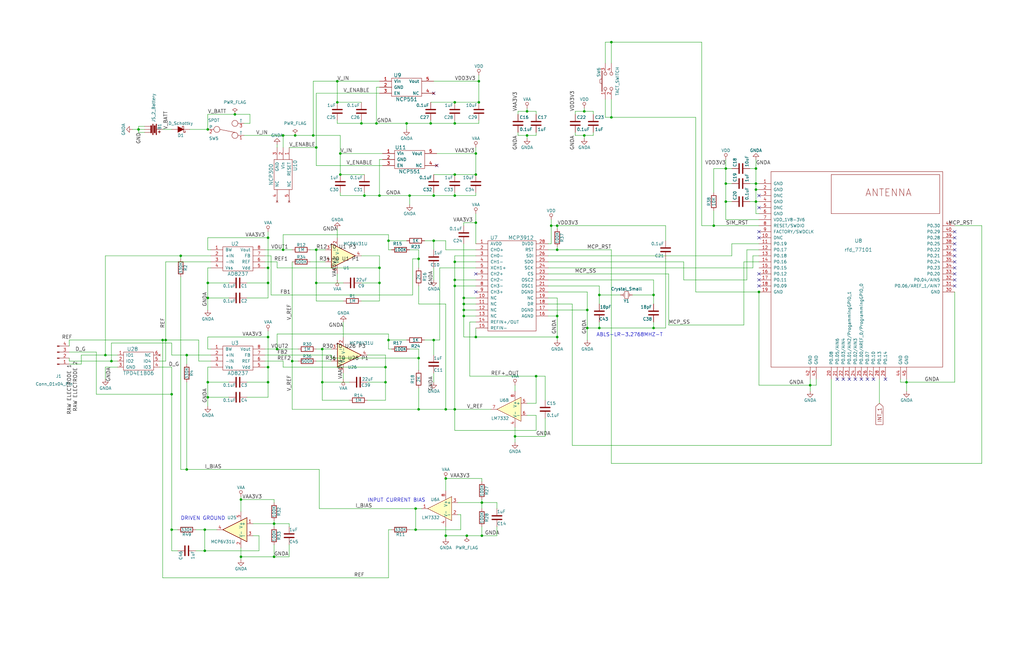
<source format=kicad_sch>
(kicad_sch (version 20250114) (generator "eeschema") (generator_version "9.0")
  (paper "B")
  (title_block (title "Ganglion") (date "2018-1-8") (rev "1.0.1") (company "OpenBCI"))
  (lib_symbols
    (symbol "AD8237_1" (pin_names (offset 1.016))
      (property "Reference" "U" (at -1.27 6.35 0))
      (property "Value" "AD8237" (at 0 -6.35 0))
      (symbol "AD8237_1_1_1"
        (pin input line (at -11.43 3.81 0) (length 5.08) (name "BW") (number "1"))
        (pin input line (at -11.43 1.27 0) (length 5.08) (name "+IN") (number "2"))
        (pin input line (at -11.43 -1.27 0) (length 5.08) (name "-IN") (number "3"))
        (pin input line (at -11.43 -3.81 0) (length 5.08) (name "Vss") (number "4"))
        (pin input line (at 11.43 3.81 180) (length 5.08) (name "Vout") (number "8"))
        (pin input line (at 11.43 1.27 180) (length 5.08) (name "FB") (number "7"))
        (pin input line (at 11.43 -1.27 180) (length 5.08) (name "REF") (number "6"))
        (pin input line (at 11.43 -3.81 180) (length 5.08) (name "Vdd") (number "5"))
      )
    )
    (symbol "AD8237_2" (pin_names (offset 1.016))
      (property "Reference" "U" (at -1.27 6.35 0))
      (property "Value" "AD8237" (at 0 -6.35 0))
      (symbol "AD8237_2_1_1"
        (pin input line (at -11.43 3.81 0) (length 5.08) (name "BW") (number "1"))
        (pin input line (at -11.43 1.27 0) (length 5.08) (name "+IN") (number "2"))
        (pin input line (at -11.43 -1.27 0) (length 5.08) (name "-IN") (number "3"))
        (pin input line (at -11.43 -3.81 0) (length 5.08) (name "Vss") (number "4"))
        (pin input line (at 11.43 3.81 180) (length 5.08) (name "Vout") (number "8"))
        (pin input line (at 11.43 1.27 180) (length 5.08) (name "FB") (number "7"))
        (pin input line (at 11.43 -1.27 180) (length 5.08) (name "REF") (number "6"))
        (pin input line (at 11.43 -3.81 180) (length 5.08) (name "Vdd") (number "5"))
      )
    )
    (symbol "AD8237_3" (pin_names (offset 1.016))
      (property "Reference" "U" (at -1.27 6.35 0))
      (property "Value" "AD8237" (at 0 -6.35 0))
      (symbol "AD8237_3_1_1"
        (pin input line (at -11.43 3.81 0) (length 5.08) (name "BW") (number "1"))
        (pin input line (at -11.43 1.27 0) (length 5.08) (name "+IN") (number "2"))
        (pin input line (at -11.43 -1.27 0) (length 5.08) (name "-IN") (number "3"))
        (pin input line (at -11.43 -3.81 0) (length 5.08) (name "Vss") (number "4"))
        (pin input line (at 11.43 3.81 180) (length 5.08) (name "Vout") (number "8"))
        (pin input line (at 11.43 1.27 180) (length 5.08) (name "FB") (number "7"))
        (pin input line (at 11.43 -1.27 180) (length 5.08) (name "REF") (number "6"))
        (pin input line (at 11.43 -3.81 180) (length 5.08) (name "Vdd") (number "5"))
      )
    )
    (symbol "AD8237_4" (pin_names (offset 1.016))
      (property "Reference" "U" (at -1.27 6.35 0))
      (property "Value" "AD8237" (at 0 -6.35 0))
      (symbol "AD8237_4_1_1"
        (pin input line (at -11.43 3.81 0) (length 5.08) (name "BW") (number "1"))
        (pin input line (at -11.43 1.27 0) (length 5.08) (name "+IN") (number "2"))
        (pin input line (at -11.43 -1.27 0) (length 5.08) (name "-IN") (number "3"))
        (pin input line (at -11.43 -3.81 0) (length 5.08) (name "Vss") (number "4"))
        (pin input line (at 11.43 3.81 180) (length 5.08) (name "Vout") (number "8"))
        (pin input line (at 11.43 1.27 180) (length 5.08) (name "FB") (number "7"))
        (pin input line (at 11.43 -1.27 180) (length 5.08) (name "REF") (number "6"))
        (pin input line (at 11.43 -3.81 180) (length 5.08) (name "Vdd") (number "5"))
      )
    )
    (symbol "AD8237_5" (pin_names (offset 1.016))
      (property "Reference" "U" (at -1.27 6.35 0))
      (property "Value" "AD8237" (at 0 -6.35 0))
      (symbol "AD8237_5_1_1"
        (pin input line (at -11.43 3.81 0) (length 5.08) (name "BW") (number "1"))
        (pin input line (at -11.43 1.27 0) (length 5.08) (name "+IN") (number "2"))
        (pin input line (at -11.43 -1.27 0) (length 5.08) (name "-IN") (number "3"))
        (pin input line (at -11.43 -3.81 0) (length 5.08) (name "Vss") (number "4"))
        (pin input line (at 11.43 3.81 180) (length 5.08) (name "Vout") (number "8"))
        (pin input line (at 11.43 1.27 180) (length 5.08) (name "FB") (number "7"))
        (pin input line (at 11.43 -1.27 180) (length 5.08) (name "REF") (number "6"))
        (pin input line (at 11.43 -3.81 180) (length 5.08) (name "Vdd") (number "5"))
      )
    )
    (symbol "AD8237_6" (pin_names (offset 1.016))
      (property "Reference" "U" (at -1.27 6.35 0))
      (property "Value" "AD8237" (at 0 -6.35 0))
      (symbol "AD8237_6_1_1"
        (pin input line (at -11.43 3.81 0) (length 5.08) (name "BW") (number "1"))
        (pin input line (at -11.43 1.27 0) (length 5.08) (name "+IN") (number "2"))
        (pin input line (at -11.43 -1.27 0) (length 5.08) (name "-IN") (number "3"))
        (pin input line (at -11.43 -3.81 0) (length 5.08) (name "Vss") (number "4"))
        (pin input line (at 11.43 3.81 180) (length 5.08) (name "Vout") (number "8"))
        (pin input line (at 11.43 1.27 180) (length 5.08) (name "FB") (number "7"))
        (pin input line (at 11.43 -1.27 180) (length 5.08) (name "REF") (number "6"))
        (pin input line (at 11.43 -3.81 180) (length 5.08) (name "Vdd") (number "5"))
      )
    )
    (symbol "CJS1200_1" (pin_names (offset 0))
      (property "Reference" "SW" (at -5.08 3.81 0))
      (property "Value" "CJS1200" (at -5.08 -3.81 0))
      (symbol "CJS1200_1_1_1"
        (pin passive line (at -7.62 0 0) (length 2.54) (name "P") (number "2"))
        (pin passive line (at 7.62 2.54 180) (length 2.54) (name "T") (number "1"))
        (pin passive line (at 7.62 -2.54 180) (length 2.54) (name "T") (number "3"))
      )
    )
    (symbol "CJS1200_2" (pin_names (offset 0))
      (property "Reference" "SW" (at -5.08 3.81 0))
      (property "Value" "CJS1200" (at -5.08 -3.81 0))
      (symbol "CJS1200_2_1_1"
        (pin passive line (at -7.62 0 0) (length 2.54) (name "P") (number "2"))
        (pin passive line (at 7.62 2.54 180) (length 2.54) (name "T") (number "1"))
        (pin passive line (at 7.62 -2.54 180) (length 2.54) (name "T") (number "3"))
      )
    )
    (symbol "CJS1200_3" (pin_names (offset 0))
      (property "Reference" "SW" (at -5.08 3.81 0))
      (property "Value" "CJS1200" (at -5.08 -3.81 0))
      (symbol "CJS1200_3_1_1"
        (pin passive line (at -7.62 0 0) (length 2.54) (name "P") (number "2"))
        (pin passive line (at 7.62 2.54 180) (length 2.54) (name "T") (number "1"))
        (pin passive line (at 7.62 -2.54 180) (length 2.54) (name "T") (number "3"))
      )
    )
    (symbol "CJS1200_4" (pin_names (offset 0))
      (property "Reference" "SW" (at -5.08 3.81 0))
      (property "Value" "CJS1200" (at -5.08 -3.81 0))
      (symbol "CJS1200_4_1_1"
        (pin passive line (at -7.62 0 0) (length 2.54) (name "P") (number "2"))
        (pin passive line (at 7.62 2.54 180) (length 2.54) (name "T") (number "1"))
        (pin passive line (at 7.62 -2.54 180) (length 2.54) (name "T") (number "3"))
      )
    )
    (symbol "CONN_01X04_1" (pin_names (offset 1.016) (hide yes))
      (property "Reference" "P" (at 0 6.35 0))
      (property "Value" "CONN_01X04" (at 2.54 0 90))
      (symbol "CONN_01X04_1_1_1"
        (pin passive line (at -5.08 3.81 0) (length 3.81) (name "P1") (number "1"))
        (pin passive line (at -5.08 1.27 0) (length 3.81) (name "P2") (number "2"))
        (pin passive line (at -5.08 -1.27 0) (length 3.81) (name "P3") (number "3"))
        (pin passive line (at -5.08 -3.81 0) (length 3.81) (name "P4") (number "4"))
      )
    )
    (symbol "CONN_01X04_2" (pin_names (offset 1.016) (hide yes))
      (property "Reference" "P" (at 0 6.35 0))
      (property "Value" "CONN_01X04" (at 2.54 0 90))
      (symbol "CONN_01X04_2_1_1"
        (pin passive line (at -5.08 3.81 0) (length 3.81) (name "P1") (number "1"))
        (pin passive line (at -5.08 1.27 0) (length 3.81) (name "P2") (number "2"))
        (pin passive line (at -5.08 -1.27 0) (length 3.81) (name "P3") (number "3"))
        (pin passive line (at -5.08 -3.81 0) (length 3.81) (name "P4") (number "4"))
      )
    )
    (symbol "CONN_01X08_1" (pin_names (offset 1.016) (hide yes))
      (property "Reference" "P" (at 0 11.43 0))
      (property "Value" "CONN_01X08" (at 2.54 0 90))
      (symbol "CONN_01X08_1_1_1"
        (pin passive line (at -5.08 8.89 0) (length 3.81) (name "P1") (number "1"))
        (pin passive line (at -5.08 6.35 0) (length 3.81) (name "P2") (number "2"))
        (pin passive line (at -5.08 3.81 0) (length 3.81) (name "P3") (number "3"))
        (pin passive line (at -5.08 1.27 0) (length 3.81) (name "P4") (number "4"))
        (pin passive line (at -5.08 -1.27 0) (length 3.81) (name "P5") (number "5"))
        (pin passive line (at -5.08 -3.81 0) (length 3.81) (name "P6") (number "6"))
        (pin passive line (at -5.08 -6.35 0) (length 3.81) (name "P7") (number "7"))
        (pin passive line (at -5.08 -8.89 0) (length 3.81) (name "P8") (number "8"))
      )
    )
    (symbol "CONN_01X08_2" (pin_names (offset 1.016) (hide yes))
      (property "Reference" "P" (at 0 11.43 0))
      (property "Value" "CONN_01X08" (at 2.54 0 90))
      (symbol "CONN_01X08_2_1_1"
        (pin passive line (at -5.08 8.89 0) (length 3.81) (name "P1") (number "1"))
        (pin passive line (at -5.08 6.35 0) (length 3.81) (name "P2") (number "2"))
        (pin passive line (at -5.08 3.81 0) (length 3.81) (name "P3") (number "3"))
        (pin passive line (at -5.08 1.27 0) (length 3.81) (name "P4") (number "4"))
        (pin passive line (at -5.08 -1.27 0) (length 3.81) (name "P5") (number "5"))
        (pin passive line (at -5.08 -3.81 0) (length 3.81) (name "P6") (number "6"))
        (pin passive line (at -5.08 -6.35 0) (length 3.81) (name "P7") (number "7"))
        (pin passive line (at -5.08 -8.89 0) (length 3.81) (name "P8") (number "8"))
      )
    )
    (symbol "CONN_02X08_1" (pin_names (offset 0.0254) (hide yes))
      (property "Reference" "P" (at 0 11.43 0))
      (property "Value" "CONN_02X08" (at 0 0 90))
      (symbol "CONN_02X08_1_1_1"
        (pin passive line (at -6.35 8.89 0) (length 3.81) (name "P1") (number "1"))
        (pin passive line (at -6.35 6.35 0) (length 3.81) (name "P3") (number "3"))
        (pin passive line (at -6.35 3.81 0) (length 3.81) (name "P5") (number "5"))
        (pin passive line (at -6.35 1.27 0) (length 3.81) (name "P7") (number "7"))
        (pin passive line (at -6.35 -1.27 0) (length 3.81) (name "P9") (number "9"))
        (pin passive line (at -6.35 -3.81 0) (length 3.81) (name "P11") (number "11"))
        (pin passive line (at -6.35 -6.35 0) (length 3.81) (name "P13") (number "13"))
        (pin passive line (at -6.35 -8.89 0) (length 3.81) (name "P15") (number "15"))
        (pin passive line (at 6.35 8.89 180) (length 3.81) (name "P2") (number "2"))
        (pin passive line (at 6.35 6.35 180) (length 3.81) (name "P4") (number "4"))
        (pin passive line (at 6.35 3.81 180) (length 3.81) (name "P6") (number "6"))
        (pin passive line (at 6.35 1.27 180) (length 3.81) (name "P8") (number "8"))
        (pin passive line (at 6.35 -1.27 180) (length 3.81) (name "P10") (number "10"))
        (pin passive line (at 6.35 -3.81 180) (length 3.81) (name "P12") (number "12"))
        (pin passive line (at 6.35 -6.35 180) (length 3.81) (name "P14") (number "14"))
        (pin passive line (at 6.35 -8.89 180) (length 3.81) (name "P16") (number "16"))
      )
    )
    (symbol "C_1" (pin_numbers (hide yes)) (pin_names (offset 0.254))
      (property "Reference" "C" (at 0.635 2.54 0))
      (property "Value" "C" (at 0.635 -2.54 0))
      (symbol "C_1_1_1"
        (pin passive line (at 0 3.81 270) (length 2.794) (name "~") (number "1"))
        (pin passive line (at 0 -3.81 90) (length 2.794) (name "~") (number "2"))
      )
    )
    (symbol "C_10" (pin_numbers (hide yes)) (pin_names (offset 0.254))
      (property "Reference" "C" (at 0.635 2.54 0))
      (property "Value" "C" (at 0.635 -2.54 0))
      (symbol "C_10_1_1"
        (pin passive line (at 0 3.81 270) (length 2.794) (name "~") (number "1"))
        (pin passive line (at 0 -3.81 90) (length 2.794) (name "~") (number "2"))
      )
    )
    (symbol "C_11" (pin_numbers (hide yes)) (pin_names (offset 0.254))
      (property "Reference" "C" (at 0.635 2.54 0))
      (property "Value" "C" (at 0.635 -2.54 0))
      (symbol "C_11_1_1"
        (pin passive line (at 0 3.81 270) (length 2.794) (name "~") (number "1"))
        (pin passive line (at 0 -3.81 90) (length 2.794) (name "~") (number "2"))
      )
    )
    (symbol "C_12" (pin_numbers (hide yes)) (pin_names (offset 0.254))
      (property "Reference" "C" (at 0.635 2.54 0))
      (property "Value" "C" (at 0.635 -2.54 0))
      (symbol "C_12_1_1"
        (pin passive line (at 0 3.81 270) (length 2.794) (name "~") (number "1"))
        (pin passive line (at 0 -3.81 90) (length 2.794) (name "~") (number "2"))
      )
    )
    (symbol "C_13" (pin_numbers (hide yes)) (pin_names (offset 0.254))
      (property "Reference" "C" (at 0.635 2.54 0))
      (property "Value" "C" (at 0.635 -2.54 0))
      (symbol "C_13_1_1"
        (pin passive line (at 0 3.81 270) (length 2.794) (name "~") (number "1"))
        (pin passive line (at 0 -3.81 90) (length 2.794) (name "~") (number "2"))
      )
    )
    (symbol "C_14" (pin_numbers (hide yes)) (pin_names (offset 0.254))
      (property "Reference" "C" (at 0.635 2.54 0))
      (property "Value" "C" (at 0.635 -2.54 0))
      (symbol "C_14_1_1"
        (pin passive line (at 0 3.81 270) (length 2.794) (name "~") (number "1"))
        (pin passive line (at 0 -3.81 90) (length 2.794) (name "~") (number "2"))
      )
    )
    (symbol "C_15" (pin_numbers (hide yes)) (pin_names (offset 0.254))
      (property "Reference" "C" (at 0.635 2.54 0))
      (property "Value" "C" (at 0.635 -2.54 0))
      (symbol "C_15_1_1"
        (pin passive line (at 0 3.81 270) (length 2.794) (name "~") (number "1"))
        (pin passive line (at 0 -3.81 90) (length 2.794) (name "~") (number "2"))
      )
    )
    (symbol "C_16" (pin_numbers (hide yes)) (pin_names (offset 0.254))
      (property "Reference" "C" (at 0.635 2.54 0))
      (property "Value" "C" (at 0.635 -2.54 0))
      (symbol "C_16_1_1"
        (pin passive line (at 0 3.81 270) (length 2.794) (name "~") (number "1"))
        (pin passive line (at 0 -3.81 90) (length 2.794) (name "~") (number "2"))
      )
    )
    (symbol "C_17" (pin_numbers (hide yes)) (pin_names (offset 0.254))
      (property "Reference" "C" (at 0.635 2.54 0))
      (property "Value" "C" (at 0.635 -2.54 0))
      (symbol "C_17_1_1"
        (pin passive line (at 0 3.81 270) (length 2.794) (name "~") (number "1"))
        (pin passive line (at 0 -3.81 90) (length 2.794) (name "~") (number "2"))
      )
    )
    (symbol "C_18" (pin_numbers (hide yes)) (pin_names (offset 0.254))
      (property "Reference" "C" (at 0.635 2.54 0))
      (property "Value" "C" (at 0.635 -2.54 0))
      (symbol "C_18_1_1"
        (pin passive line (at 0 3.81 270) (length 2.794) (name "~") (number "1"))
        (pin passive line (at 0 -3.81 90) (length 2.794) (name "~") (number "2"))
      )
    )
    (symbol "C_19" (pin_numbers (hide yes)) (pin_names (offset 0.254))
      (property "Reference" "C" (at 0.635 2.54 0))
      (property "Value" "C" (at 0.635 -2.54 0))
      (symbol "C_19_1_1"
        (pin passive line (at 0 3.81 270) (length 2.794) (name "~") (number "1"))
        (pin passive line (at 0 -3.81 90) (length 2.794) (name "~") (number "2"))
      )
    )
    (symbol "C_2" (pin_numbers (hide yes)) (pin_names (offset 0.254))
      (property "Reference" "C" (at 0.635 2.54 0))
      (property "Value" "C" (at 0.635 -2.54 0))
      (symbol "C_2_1_1"
        (pin passive line (at 0 3.81 270) (length 2.794) (name "~") (number "1"))
        (pin passive line (at 0 -3.81 90) (length 2.794) (name "~") (number "2"))
      )
    )
    (symbol "C_20" (pin_numbers (hide yes)) (pin_names (offset 0.254))
      (property "Reference" "C" (at 0.635 2.54 0))
      (property "Value" "C" (at 0.635 -2.54 0))
      (symbol "C_20_1_1"
        (pin passive line (at 0 3.81 270) (length 2.794) (name "~") (number "1"))
        (pin passive line (at 0 -3.81 90) (length 2.794) (name "~") (number "2"))
      )
    )
    (symbol "C_21" (pin_numbers (hide yes)) (pin_names (offset 0.254))
      (property "Reference" "C" (at 0.635 2.54 0))
      (property "Value" "C" (at 0.635 -2.54 0))
      (symbol "C_21_1_1"
        (pin passive line (at 0 3.81 270) (length 2.794) (name "~") (number "1"))
        (pin passive line (at 0 -3.81 90) (length 2.794) (name "~") (number "2"))
      )
    )
    (symbol "C_22" (pin_numbers (hide yes)) (pin_names (offset 0.254))
      (property "Reference" "C" (at 0.635 2.54 0))
      (property "Value" "C" (at 0.635 -2.54 0))
      (symbol "C_22_1_1"
        (pin passive line (at 0 3.81 270) (length 2.794) (name "~") (number "1"))
        (pin passive line (at 0 -3.81 90) (length 2.794) (name "~") (number "2"))
      )
    )
    (symbol "C_23" (pin_numbers (hide yes)) (pin_names (offset 0.254))
      (property "Reference" "C" (at 0.635 2.54 0))
      (property "Value" "C" (at 0.635 -2.54 0))
      (symbol "C_23_1_1"
        (pin passive line (at 0 3.81 270) (length 2.794) (name "~") (number "1"))
        (pin passive line (at 0 -3.81 90) (length 2.794) (name "~") (number "2"))
      )
    )
    (symbol "C_24" (pin_numbers (hide yes)) (pin_names (offset 0.254))
      (property "Reference" "C" (at 0.635 2.54 0))
      (property "Value" "C" (at 0.635 -2.54 0))
      (symbol "C_24_1_1"
        (pin passive line (at 0 3.81 270) (length 2.794) (name "~") (number "1"))
        (pin passive line (at 0 -3.81 90) (length 2.794) (name "~") (number "2"))
      )
    )
    (symbol "C_25" (pin_numbers (hide yes)) (pin_names (offset 0.254))
      (property "Reference" "C" (at 0.635 2.54 0))
      (property "Value" "C" (at 0.635 -2.54 0))
      (symbol "C_25_1_1"
        (pin passive line (at 0 3.81 270) (length 2.794) (name "~") (number "1"))
        (pin passive line (at 0 -3.81 90) (length 2.794) (name "~") (number "2"))
      )
    )
    (symbol "C_26" (pin_numbers (hide yes)) (pin_names (offset 0.254))
      (property "Reference" "C" (at 0.635 2.54 0))
      (property "Value" "C" (at 0.635 -2.54 0))
      (symbol "C_26_1_1"
        (pin passive line (at 0 3.81 270) (length 2.794) (name "~") (number "1"))
        (pin passive line (at 0 -3.81 90) (length 2.794) (name "~") (number "2"))
      )
    )
    (symbol "C_27" (pin_numbers (hide yes)) (pin_names (offset 0.254))
      (property "Reference" "C" (at 0.635 2.54 0))
      (property "Value" "C" (at 0.635 -2.54 0))
      (symbol "C_27_1_1"
        (pin passive line (at 0 3.81 270) (length 2.794) (name "~") (number "1"))
        (pin passive line (at 0 -3.81 90) (length 2.794) (name "~") (number "2"))
      )
    )
    (symbol "C_28" (pin_numbers (hide yes)) (pin_names (offset 0.254))
      (property "Reference" "C" (at 0.635 2.54 0))
      (property "Value" "C" (at 0.635 -2.54 0))
      (symbol "C_28_1_1"
        (pin passive line (at 0 3.81 270) (length 2.794) (name "~") (number "1"))
        (pin passive line (at 0 -3.81 90) (length 2.794) (name "~") (number "2"))
      )
    )
    (symbol "C_29" (pin_numbers (hide yes)) (pin_names (offset 0.254))
      (property "Reference" "C" (at 0.635 2.54 0))
      (property "Value" "C" (at 0.635 -2.54 0))
      (symbol "C_29_1_1"
        (pin passive line (at 0 3.81 270) (length 2.794) (name "~") (number "1"))
        (pin passive line (at 0 -3.81 90) (length 2.794) (name "~") (number "2"))
      )
    )
    (symbol "C_3" (pin_numbers (hide yes)) (pin_names (offset 0.254))
      (property "Reference" "C" (at 0.635 2.54 0))
      (property "Value" "C" (at 0.635 -2.54 0))
      (symbol "C_3_1_1"
        (pin passive line (at 0 3.81 270) (length 2.794) (name "~") (number "1"))
        (pin passive line (at 0 -3.81 90) (length 2.794) (name "~") (number "2"))
      )
    )
    (symbol "C_30" (pin_numbers (hide yes)) (pin_names (offset 0.254))
      (property "Reference" "C" (at 0.635 2.54 0))
      (property "Value" "C" (at 0.635 -2.54 0))
      (symbol "C_30_1_1"
        (pin passive line (at 0 3.81 270) (length 2.794) (name "~") (number "1"))
        (pin passive line (at 0 -3.81 90) (length 2.794) (name "~") (number "2"))
      )
    )
    (symbol "C_31" (pin_numbers (hide yes)) (pin_names (offset 0.254))
      (property "Reference" "C" (at 0.635 2.54 0))
      (property "Value" "C" (at 0.635 -2.54 0))
      (symbol "C_31_1_1"
        (pin passive line (at 0 3.81 270) (length 2.794) (name "~") (number "1"))
        (pin passive line (at 0 -3.81 90) (length 2.794) (name "~") (number "2"))
      )
    )
    (symbol "C_32" (pin_numbers (hide yes)) (pin_names (offset 0.254))
      (property "Reference" "C" (at 0.635 2.54 0))
      (property "Value" "C" (at 0.635 -2.54 0))
      (symbol "C_32_1_1"
        (pin passive line (at 0 3.81 270) (length 2.794) (name "~") (number "1"))
        (pin passive line (at 0 -3.81 90) (length 2.794) (name "~") (number "2"))
      )
    )
    (symbol "C_33" (pin_numbers (hide yes)) (pin_names (offset 0.254))
      (property "Reference" "C" (at 0.635 2.54 0))
      (property "Value" "C" (at 0.635 -2.54 0))
      (symbol "C_33_1_1"
        (pin passive line (at 0 3.81 270) (length 2.794) (name "~") (number "1"))
        (pin passive line (at 0 -3.81 90) (length 2.794) (name "~") (number "2"))
      )
    )
    (symbol "C_34" (pin_numbers (hide yes)) (pin_names (offset 0.254))
      (property "Reference" "C" (at 0.635 2.54 0))
      (property "Value" "C" (at 0.635 -2.54 0))
      (symbol "C_34_1_1"
        (pin passive line (at 0 3.81 270) (length 2.794) (name "~") (number "1"))
        (pin passive line (at 0 -3.81 90) (length 2.794) (name "~") (number "2"))
      )
    )
    (symbol "C_35" (pin_numbers (hide yes)) (pin_names (offset 0.254))
      (property "Reference" "C" (at 0.635 2.54 0))
      (property "Value" "C" (at 0.635 -2.54 0))
      (symbol "C_35_1_1"
        (pin passive line (at 0 3.81 270) (length 2.794) (name "~") (number "1"))
        (pin passive line (at 0 -3.81 90) (length 2.794) (name "~") (number "2"))
      )
    )
    (symbol "C_36" (pin_numbers (hide yes)) (pin_names (offset 0.254))
      (property "Reference" "C" (at 0.635 2.54 0))
      (property "Value" "C" (at 0.635 -2.54 0))
      (symbol "C_36_1_1"
        (pin passive line (at 0 3.81 270) (length 2.794) (name "~") (number "1"))
        (pin passive line (at 0 -3.81 90) (length 2.794) (name "~") (number "2"))
      )
    )
    (symbol "C_37" (pin_numbers (hide yes)) (pin_names (offset 0.254))
      (property "Reference" "C" (at 0.635 2.54 0))
      (property "Value" "C" (at 0.635 -2.54 0))
      (symbol "C_37_1_1"
        (pin passive line (at 0 3.81 270) (length 2.794) (name "~") (number "1"))
        (pin passive line (at 0 -3.81 90) (length 2.794) (name "~") (number "2"))
      )
    )
    (symbol "C_38" (pin_numbers (hide yes)) (pin_names (offset 0.254))
      (property "Reference" "C" (at 0.635 2.54 0))
      (property "Value" "C" (at 0.635 -2.54 0))
      (symbol "C_38_1_1"
        (pin passive line (at 0 3.81 270) (length 2.794) (name "~") (number "1"))
        (pin passive line (at 0 -3.81 90) (length 2.794) (name "~") (number "2"))
      )
    )
    (symbol "C_39" (pin_numbers (hide yes)) (pin_names (offset 0.254))
      (property "Reference" "C" (at 0.635 2.54 0))
      (property "Value" "C" (at 0.635 -2.54 0))
      (symbol "C_39_1_1"
        (pin passive line (at 0 3.81 270) (length 2.794) (name "~") (number "1"))
        (pin passive line (at 0 -3.81 90) (length 2.794) (name "~") (number "2"))
      )
    )
    (symbol "C_4" (pin_numbers (hide yes)) (pin_names (offset 0.254))
      (property "Reference" "C" (at 0.635 2.54 0))
      (property "Value" "C" (at 0.635 -2.54 0))
      (symbol "C_4_1_1"
        (pin passive line (at 0 3.81 270) (length 2.794) (name "~") (number "1"))
        (pin passive line (at 0 -3.81 90) (length 2.794) (name "~") (number "2"))
      )
    )
    (symbol "C_40" (pin_numbers (hide yes)) (pin_names (offset 0.254))
      (property "Reference" "C" (at 0.635 2.54 0))
      (property "Value" "C" (at 0.635 -2.54 0))
      (symbol "C_40_1_1"
        (pin passive line (at 0 3.81 270) (length 2.794) (name "~") (number "1"))
        (pin passive line (at 0 -3.81 90) (length 2.794) (name "~") (number "2"))
      )
    )
    (symbol "C_41" (pin_numbers (hide yes)) (pin_names (offset 0.254))
      (property "Reference" "C" (at 0.635 2.54 0))
      (property "Value" "C" (at 0.635 -2.54 0))
      (symbol "C_41_1_1"
        (pin passive line (at 0 3.81 270) (length 2.794) (name "~") (number "1"))
        (pin passive line (at 0 -3.81 90) (length 2.794) (name "~") (number "2"))
      )
    )
    (symbol "C_42" (pin_numbers (hide yes)) (pin_names (offset 0.254))
      (property "Reference" "C" (at 0.635 2.54 0))
      (property "Value" "C" (at 0.635 -2.54 0))
      (symbol "C_42_1_1"
        (pin passive line (at 0 3.81 270) (length 2.794) (name "~") (number "1"))
        (pin passive line (at 0 -3.81 90) (length 2.794) (name "~") (number "2"))
      )
    )
    (symbol "C_43" (pin_numbers (hide yes)) (pin_names (offset 0.254))
      (property "Reference" "C" (at 0.635 2.54 0))
      (property "Value" "C" (at 0.635 -2.54 0))
      (symbol "C_43_1_1"
        (pin passive line (at 0 3.81 270) (length 2.794) (name "~") (number "1"))
        (pin passive line (at 0 -3.81 90) (length 2.794) (name "~") (number "2"))
      )
    )
    (symbol "C_44" (pin_numbers (hide yes)) (pin_names (offset 0.254))
      (property "Reference" "C" (at 0.635 2.54 0))
      (property "Value" "C" (at 0.635 -2.54 0))
      (symbol "C_44_1_1"
        (pin passive line (at 0 3.81 270) (length 2.794) (name "~") (number "1"))
        (pin passive line (at 0 -3.81 90) (length 2.794) (name "~") (number "2"))
      )
    )
    (symbol "C_45" (pin_numbers (hide yes)) (pin_names (offset 0.254))
      (property "Reference" "C" (at 0.635 2.54 0))
      (property "Value" "C" (at 0.635 -2.54 0))
      (symbol "C_45_1_1"
        (pin passive line (at 0 3.81 270) (length 2.794) (name "~") (number "1"))
        (pin passive line (at 0 -3.81 90) (length 2.794) (name "~") (number "2"))
      )
    )
    (symbol "C_46" (pin_numbers (hide yes)) (pin_names (offset 0.254))
      (property "Reference" "C" (at 0.635 2.54 0))
      (property "Value" "C" (at 0.635 -2.54 0))
      (symbol "C_46_1_1"
        (pin passive line (at 0 3.81 270) (length 2.794) (name "~") (number "1"))
        (pin passive line (at 0 -3.81 90) (length 2.794) (name "~") (number "2"))
      )
    )
    (symbol "C_47" (pin_numbers (hide yes)) (pin_names (offset 0.254))
      (property "Reference" "C" (at 0.635 2.54 0))
      (property "Value" "C" (at 0.635 -2.54 0))
      (symbol "C_47_1_1"
        (pin passive line (at 0 3.81 270) (length 2.794) (name "~") (number "1"))
        (pin passive line (at 0 -3.81 90) (length 2.794) (name "~") (number "2"))
      )
    )
    (symbol "C_48" (pin_numbers (hide yes)) (pin_names (offset 0.254))
      (property "Reference" "C" (at 0.635 2.54 0))
      (property "Value" "C" (at 0.635 -2.54 0))
      (symbol "C_48_1_1"
        (pin passive line (at 0 3.81 270) (length 2.794) (name "~") (number "1"))
        (pin passive line (at 0 -3.81 90) (length 2.794) (name "~") (number "2"))
      )
    )
    (symbol "C_49" (pin_numbers (hide yes)) (pin_names (offset 0.254))
      (property "Reference" "C" (at 0.635 2.54 0))
      (property "Value" "C" (at 0.635 -2.54 0))
      (symbol "C_49_1_1"
        (pin passive line (at 0 3.81 270) (length 2.794) (name "~") (number "1"))
        (pin passive line (at 0 -3.81 90) (length 2.794) (name "~") (number "2"))
      )
    )
    (symbol "C_5" (pin_numbers (hide yes)) (pin_names (offset 0.254))
      (property "Reference" "C" (at 0.635 2.54 0))
      (property "Value" "C" (at 0.635 -2.54 0))
      (symbol "C_5_1_1"
        (pin passive line (at 0 3.81 270) (length 2.794) (name "~") (number "1"))
        (pin passive line (at 0 -3.81 90) (length 2.794) (name "~") (number "2"))
      )
    )
    (symbol "C_50" (pin_numbers (hide yes)) (pin_names (offset 0.254))
      (property "Reference" "C" (at 0.635 2.54 0))
      (property "Value" "C" (at 0.635 -2.54 0))
      (symbol "C_50_1_1"
        (pin passive line (at 0 3.81 270) (length 2.794) (name "~") (number "1"))
        (pin passive line (at 0 -3.81 90) (length 2.794) (name "~") (number "2"))
      )
    )
    (symbol "C_51" (pin_numbers (hide yes)) (pin_names (offset 0.254))
      (property "Reference" "C" (at 0.635 2.54 0))
      (property "Value" "C" (at 0.635 -2.54 0))
      (symbol "C_51_1_1"
        (pin passive line (at 0 3.81 270) (length 2.794) (name "~") (number "1"))
        (pin passive line (at 0 -3.81 90) (length 2.794) (name "~") (number "2"))
      )
    )
    (symbol "C_52" (pin_numbers (hide yes)) (pin_names (offset 0.254))
      (property "Reference" "C" (at 0.635 2.54 0))
      (property "Value" "C" (at 0.635 -2.54 0))
      (symbol "C_52_1_1"
        (pin passive line (at 0 3.81 270) (length 2.794) (name "~") (number "1"))
        (pin passive line (at 0 -3.81 90) (length 2.794) (name "~") (number "2"))
      )
    )
    (symbol "C_53" (pin_numbers (hide yes)) (pin_names (offset 0.254))
      (property "Reference" "C" (at 0.635 2.54 0))
      (property "Value" "C" (at 0.635 -2.54 0))
      (symbol "C_53_1_1"
        (pin passive line (at 0 3.81 270) (length 2.794) (name "~") (number "1"))
        (pin passive line (at 0 -3.81 90) (length 2.794) (name "~") (number "2"))
      )
    )
    (symbol "C_54" (pin_numbers (hide yes)) (pin_names (offset 0.254))
      (property "Reference" "C" (at 0.635 2.54 0))
      (property "Value" "C" (at 0.635 -2.54 0))
      (symbol "C_54_1_1"
        (pin passive line (at 0 3.81 270) (length 2.794) (name "~") (number "1"))
        (pin passive line (at 0 -3.81 90) (length 2.794) (name "~") (number "2"))
      )
    )
    (symbol "C_55" (pin_numbers (hide yes)) (pin_names (offset 0.254))
      (property "Reference" "C" (at 0.635 2.54 0))
      (property "Value" "C" (at 0.635 -2.54 0))
      (symbol "C_55_1_1"
        (pin passive line (at 0 3.81 270) (length 2.794) (name "~") (number "1"))
        (pin passive line (at 0 -3.81 90) (length 2.794) (name "~") (number "2"))
      )
    )
    (symbol "C_56" (pin_numbers (hide yes)) (pin_names (offset 0.254))
      (property "Reference" "C" (at 0.635 2.54 0))
      (property "Value" "C" (at 0.635 -2.54 0))
      (symbol "C_56_1_1"
        (pin passive line (at 0 3.81 270) (length 2.794) (name "~") (number "1"))
        (pin passive line (at 0 -3.81 90) (length 2.794) (name "~") (number "2"))
      )
    )
    (symbol "C_57" (pin_numbers (hide yes)) (pin_names (offset 0.254))
      (property "Reference" "C" (at 0.635 2.54 0))
      (property "Value" "C" (at 0.635 -2.54 0))
      (symbol "C_57_1_1"
        (pin passive line (at 0 3.81 270) (length 2.794) (name "~") (number "1"))
        (pin passive line (at 0 -3.81 90) (length 2.794) (name "~") (number "2"))
      )
    )
    (symbol "C_59" (pin_numbers (hide yes)) (pin_names (offset 0.254))
      (property "Reference" "C" (at 0.635 2.54 0))
      (property "Value" "C" (at 0.635 -2.54 0))
      (symbol "C_59_1_1"
        (pin passive line (at 0 3.81 270) (length 2.794) (name "~") (number "1"))
        (pin passive line (at 0 -3.81 90) (length 2.794) (name "~") (number "2"))
      )
    )
    (symbol "C_6" (pin_numbers (hide yes)) (pin_names (offset 0.254))
      (property "Reference" "C" (at 0.635 2.54 0))
      (property "Value" "C" (at 0.635 -2.54 0))
      (symbol "C_6_1_1"
        (pin passive line (at 0 3.81 270) (length 2.794) (name "~") (number "1"))
        (pin passive line (at 0 -3.81 90) (length 2.794) (name "~") (number "2"))
      )
    )
    (symbol "C_60" (pin_numbers (hide yes)) (pin_names (offset 0.254))
      (property "Reference" "C" (at 0.635 2.54 0))
      (property "Value" "C" (at 0.635 -2.54 0))
      (symbol "C_60_1_1"
        (pin passive line (at 0 3.81 270) (length 2.794) (name "~") (number "1"))
        (pin passive line (at 0 -3.81 90) (length 2.794) (name "~") (number "2"))
      )
    )
    (symbol "C_61" (pin_numbers (hide yes)) (pin_names (offset 0.254))
      (property "Reference" "C" (at 0.635 2.54 0))
      (property "Value" "C" (at 0.635 -2.54 0))
      (symbol "C_61_1_1"
        (pin passive line (at 0 3.81 270) (length 2.794) (name "~") (number "1"))
        (pin passive line (at 0 -3.81 90) (length 2.794) (name "~") (number "2"))
      )
    )
    (symbol "C_62" (pin_numbers (hide yes)) (pin_names (offset 0.254))
      (property "Reference" "C" (at 0.635 2.54 0))
      (property "Value" "C" (at 0.635 -2.54 0))
      (symbol "C_62_1_1"
        (pin passive line (at 0 3.81 270) (length 2.794) (name "~") (number "1"))
        (pin passive line (at 0 -3.81 90) (length 2.794) (name "~") (number "2"))
      )
    )
    (symbol "C_63" (pin_numbers (hide yes)) (pin_names (offset 0.254))
      (property "Reference" "C" (at 0.635 2.54 0))
      (property "Value" "C" (at 0.635 -2.54 0))
      (symbol "C_63_1_1"
        (pin passive line (at 0 3.81 270) (length 2.794) (name "~") (number "1"))
        (pin passive line (at 0 -3.81 90) (length 2.794) (name "~") (number "2"))
      )
    )
    (symbol "C_68" (pin_numbers (hide yes)) (pin_names (offset 0.254))
      (property "Reference" "C" (at 0.635 2.54 0))
      (property "Value" "C" (at 0.635 -2.54 0))
      (symbol "C_68_1_1"
        (pin passive line (at 0 3.81 270) (length 2.794) (name "~") (number "1"))
        (pin passive line (at 0 -3.81 90) (length 2.794) (name "~") (number "2"))
      )
    )
    (symbol "C_69" (pin_numbers (hide yes)) (pin_names (offset 0.254))
      (property "Reference" "C" (at 0.635 2.54 0))
      (property "Value" "C" (at 0.635 -2.54 0))
      (symbol "C_69_1_1"
        (pin passive line (at 0 3.81 270) (length 2.794) (name "~") (number "1"))
        (pin passive line (at 0 -3.81 90) (length 2.794) (name "~") (number "2"))
      )
    )
    (symbol "C_70" (pin_numbers (hide yes)) (pin_names (offset 0.254))
      (property "Reference" "C" (at 0.635 2.54 0))
      (property "Value" "C" (at 0.635 -2.54 0))
      (symbol "C_70_1_1"
        (pin passive line (at 0 3.81 270) (length 2.794) (name "~") (number "1"))
        (pin passive line (at 0 -3.81 90) (length 2.794) (name "~") (number "2"))
      )
    )
    (symbol "C_72" (pin_numbers (hide yes)) (pin_names (offset 0.254))
      (property "Reference" "C" (at 0.635 2.54 0))
      (property "Value" "C" (at 0.635 -2.54 0))
      (symbol "C_72_1_1"
        (pin passive line (at 0 3.81 270) (length 2.794) (name "~") (number "1"))
        (pin passive line (at 0 -3.81 90) (length 2.794) (name "~") (number "2"))
      )
    )
    (symbol "C_73" (pin_numbers (hide yes)) (pin_names (offset 0.254))
      (property "Reference" "C" (at 0.635 2.54 0))
      (property "Value" "C" (at 0.635 -2.54 0))
      (symbol "C_73_1_1"
        (pin passive line (at 0 3.81 270) (length 2.794) (name "~") (number "1"))
        (pin passive line (at 0 -3.81 90) (length 2.794) (name "~") (number "2"))
      )
    )
    (symbol "C_74" (pin_numbers (hide yes)) (pin_names (offset 0.254))
      (property "Reference" "C" (at 0.635 2.54 0))
      (property "Value" "C" (at 0.635 -2.54 0))
      (symbol "C_74_1_1"
        (pin passive line (at 0 3.81 270) (length 2.794) (name "~") (number "1"))
        (pin passive line (at 0 -3.81 90) (length 2.794) (name "~") (number "2"))
      )
    )
    (symbol "C_9" (pin_numbers (hide yes)) (pin_names (offset 0.254))
      (property "Reference" "C" (at 0.635 2.54 0))
      (property "Value" "C" (at 0.635 -2.54 0))
      (symbol "C_9_1_1"
        (pin passive line (at 0 3.81 270) (length 2.794) (name "~") (number "1"))
        (pin passive line (at 0 -3.81 90) (length 2.794) (name "~") (number "2"))
      )
    )
    (symbol "Connector:Conn_01x04_Pin" (pin_names (offset 1.016) (hide yes))
      (property "Reference" "J" (at 0 5.08 0))
      (property "Value" "Conn_01x04_Pin" (at 0 -7.62 0))
      (symbol "Conn_01x04_Pin_1_1"
        (pin passive line (at 5.08 2.54 180) (length 3.81) (name "Pin_1") (number "1"))
        (pin passive line (at 5.08 0 180) (length 3.81) (name "Pin_2") (number "2"))
        (pin passive line (at 5.08 -2.54 180) (length 3.81) (name "Pin_3") (number "3"))
        (pin passive line (at 5.08 -5.08 180) (length 3.81) (name "Pin_4") (number "4"))
      )
    )
    (symbol "Crystal_Small_1" (pin_numbers (hide yes)) (pin_names (offset 1.016) (hide yes))
      (property "Reference" "Y" (at 0 2.54 0))
      (property "Value" "Crystal_Small" (at 0 -2.54 0))
      (symbol "Crystal_Small_1_1_1"
        (pin passive line (at -2.54 0 0) (length 1.27) (name "1") (number "1"))
        (pin passive line (at 2.54 0 180) (length 1.27) (name "2") (number "2"))
      )
    )
    (symbol "Crystal_Small_2" (pin_numbers (hide yes)) (pin_names (offset 1.016) (hide yes))
      (property "Reference" "Y" (at 0 2.54 0))
      (property "Value" "Crystal_Small" (at 0 -2.54 0))
      (symbol "Crystal_Small_2_1_1"
        (pin passive line (at -2.54 0 0) (length 1.27) (name "1") (number "1"))
        (pin passive line (at 2.54 0 180) (length 1.27) (name "2") (number "2"))
      )
    )
    (symbol "D_Schottky_1" (pin_numbers (hide yes)) (pin_names (offset 1.016) (hide yes))
      (property "Reference" "D" (at 0 2.54 0))
      (property "Value" "D_Schottky" (at 0 -2.54 0))
      (symbol "D_Schottky_1_1_1"
        (pin passive line (at -3.81 0 0) (length 2.54) (name "K") (number "1"))
        (pin passive line (at 3.81 0 180) (length 2.54) (name "A") (number "2"))
      )
    )
    (symbol "D_Schottky_2" (pin_numbers (hide yes)) (pin_names (offset 1.016) (hide yes))
      (property "Reference" "D" (at 0 2.54 0))
      (property "Value" "D_Schottky" (at 0 -2.54 0))
      (symbol "D_Schottky_2_1_1"
        (pin passive line (at -3.81 0 0) (length 2.54) (name "K") (number "1"))
        (pin passive line (at 3.81 0 180) (length 2.54) (name "A") (number "2"))
      )
    )
    (symbol "GNDA_1" (power) (pin_names (offset 0))
      (property "Value" "GNDA" (at 0 -3.81 0))
      (symbol "GNDA_1_1_1"
        (pin power_in line (at 0 0 270) (length 0) (hide yes) (name "GNDA") (number "1"))
      )
    )
    (symbol "GNDA_10" (power) (pin_names (offset 0))
      (property "Value" "GNDA" (at 0 -3.81 0))
      (symbol "GNDA_10_1_1"
        (pin power_in line (at 0 0 270) (length 0) (hide yes) (name "GNDA") (number "1"))
      )
    )
    (symbol "GNDA_11" (power) (pin_names (offset 0))
      (property "Value" "GNDA" (at 0 -3.81 0))
      (symbol "GNDA_11_1_1"
        (pin power_in line (at 0 0 270) (length 0) (hide yes) (name "GNDA") (number "1"))
      )
    )
    (symbol "GNDA_12" (power) (pin_names (offset 0))
      (property "Value" "GNDA" (at 0 -3.81 0))
      (symbol "GNDA_12_1_1"
        (pin power_in line (at 0 0 270) (length 0) (hide yes) (name "GNDA") (number "1"))
      )
    )
    (symbol "GNDA_13" (power) (pin_names (offset 0))
      (property "Value" "GNDA" (at 0 -3.81 0))
      (symbol "GNDA_13_1_1"
        (pin power_in line (at 0 0 270) (length 0) (hide yes) (name "GNDA") (number "1"))
      )
    )
    (symbol "GNDA_14" (power) (pin_names (offset 0))
      (property "Value" "GNDA" (at 0 -3.81 0))
      (symbol "GNDA_14_1_1"
        (pin power_in line (at 0 0 270) (length 0) (hide yes) (name "GNDA") (number "1"))
      )
    )
    (symbol "GNDA_15" (power) (pin_names (offset 0))
      (property "Value" "GNDA" (at 0 -3.81 0))
      (symbol "GNDA_15_1_1"
        (pin power_in line (at 0 0 270) (length 0) (hide yes) (name "GNDA") (number "1"))
      )
    )
    (symbol "GNDA_16" (power) (pin_names (offset 0))
      (property "Value" "GNDA" (at 0 -3.81 0))
      (symbol "GNDA_16_1_1"
        (pin power_in line (at 0 0 270) (length 0) (hide yes) (name "GNDA") (number "1"))
      )
    )
    (symbol "GNDA_17" (power) (pin_names (offset 0))
      (property "Value" "GNDA" (at 0 -3.81 0))
      (symbol "GNDA_17_1_1"
        (pin power_in line (at 0 0 270) (length 0) (hide yes) (name "GNDA") (number "1"))
      )
    )
    (symbol "GNDA_18" (power) (pin_names (offset 0))
      (property "Value" "GNDA" (at 0 -3.81 0))
      (symbol "GNDA_18_1_1"
        (pin power_in line (at 0 0 270) (length 0) (hide yes) (name "GNDA") (number "1"))
      )
    )
    (symbol "GNDA_19" (power) (pin_names (offset 0))
      (property "Value" "GNDA" (at 0 -3.81 0))
      (symbol "GNDA_19_1_1"
        (pin power_in line (at 0 0 270) (length 0) (hide yes) (name "GNDA") (number "1"))
      )
    )
    (symbol "GNDA_2" (power) (pin_names (offset 0))
      (property "Value" "GNDA" (at 0 -3.81 0))
      (symbol "GNDA_2_1_1"
        (pin power_in line (at 0 0 270) (length 0) (hide yes) (name "GNDA") (number "1"))
      )
    )
    (symbol "GNDA_20" (power) (pin_names (offset 0))
      (property "Value" "GNDA" (at 0 -3.81 0))
      (symbol "GNDA_20_1_1"
        (pin power_in line (at 0 0 270) (length 0) (hide yes) (name "GNDA") (number "1"))
      )
    )
    (symbol "GNDA_21" (power) (pin_names (offset 0))
      (property "Value" "GNDA" (at 0 -3.81 0))
      (symbol "GNDA_21_1_1"
        (pin power_in line (at 0 0 270) (length 0) (hide yes) (name "GNDA") (number "1"))
      )
    )
    (symbol "GNDA_22" (power) (pin_names (offset 0))
      (property "Value" "GNDA" (at 0 -3.81 0))
      (symbol "GNDA_22_1_1"
        (pin power_in line (at 0 0 270) (length 0) (hide yes) (name "GNDA") (number "1"))
      )
    )
    (symbol "GNDA_23" (power) (pin_names (offset 0))
      (property "Value" "GNDA" (at 0 -3.81 0))
      (symbol "GNDA_23_1_1"
        (pin power_in line (at 0 0 270) (length 0) (hide yes) (name "GNDA") (number "1"))
      )
    )
    (symbol "GNDA_24" (power) (pin_names (offset 0))
      (property "Value" "GNDA" (at 0 -3.81 0))
      (symbol "GNDA_24_1_1"
        (pin power_in line (at 0 0 270) (length 0) (hide yes) (name "GNDA") (number "1"))
      )
    )
    (symbol "GNDA_25" (power) (pin_names (offset 0))
      (property "Value" "GNDA" (at 0 -3.81 0))
      (symbol "GNDA_25_1_1"
        (pin power_in line (at 0 0 270) (length 0) (hide yes) (name "GNDA") (number "1"))
      )
    )
    (symbol "GNDA_26" (power) (pin_names (offset 0))
      (property "Value" "GNDA" (at 0 -3.81 0))
      (symbol "GNDA_26_1_1"
        (pin power_in line (at 0 0 270) (length 0) (hide yes) (name "GNDA") (number "1"))
      )
    )
    (symbol "GNDA_27" (power) (pin_names (offset 0))
      (property "Value" "GNDA" (at 0 -3.81 0))
      (symbol "GNDA_27_1_1"
        (pin power_in line (at 0 0 270) (length 0) (hide yes) (name "GNDA") (number "1"))
      )
    )
    (symbol "GNDA_29" (power) (pin_names (offset 0))
      (property "Value" "GNDA" (at 0 -3.81 0))
      (symbol "GNDA_29_1_1"
        (pin power_in line (at 0 0 270) (length 0) (hide yes) (name "GNDA") (number "1"))
      )
    )
    (symbol "GNDA_3" (power) (pin_names (offset 0))
      (property "Value" "GNDA" (at 0 -3.81 0))
      (symbol "GNDA_3_1_1"
        (pin power_in line (at 0 0 270) (length 0) (hide yes) (name "GNDA") (number "1"))
      )
    )
    (symbol "GNDA_30" (power) (pin_names (offset 0))
      (property "Value" "GNDA" (at 0 -3.81 0))
      (symbol "GNDA_30_1_1"
        (pin power_in line (at 0 0 270) (length 0) (hide yes) (name "GNDA") (number "1"))
      )
    )
    (symbol "GNDA_31" (power) (pin_names (offset 0))
      (property "Value" "GNDA" (at 0 -3.81 0))
      (symbol "GNDA_31_1_1"
        (pin power_in line (at 0 0 270) (length 0) (hide yes) (name "GNDA") (number "1"))
      )
    )
    (symbol "GNDA_32" (power) (pin_names (offset 0))
      (property "Value" "GNDA" (at 0 -3.81 0))
      (symbol "GNDA_32_1_1"
        (pin power_in line (at 0 0 270) (length 0) (hide yes) (name "GNDA") (number "1"))
      )
    )
    (symbol "GNDA_33" (power) (pin_names (offset 0))
      (property "Value" "GNDA" (at 0 -3.81 0))
      (symbol "GNDA_33_1_1"
        (pin power_in line (at 0 0 270) (length 0) (hide yes) (name "GNDA") (number "1"))
      )
    )
    (symbol "GNDA_34" (power) (pin_names (offset 0))
      (property "Value" "GNDA" (at 0 -3.81 0))
      (symbol "GNDA_34_1_1"
        (pin power_in line (at 0 0 270) (length 0) (hide yes) (name "GNDA") (number "1"))
      )
    )
    (symbol "GNDA_35" (power) (pin_names (offset 0))
      (property "Value" "GNDA" (at 0 -3.81 0))
      (symbol "GNDA_35_1_1"
        (pin power_in line (at 0 0 270) (length 0) (hide yes) (name "GNDA") (number "1"))
      )
    )
    (symbol "GNDA_36" (power) (pin_names (offset 0))
      (property "Value" "GNDA" (at 0 -3.81 0))
      (symbol "GNDA_36_1_1"
        (pin power_in line (at 0 0 270) (length 0) (hide yes) (name "GNDA") (number "1"))
      )
    )
    (symbol "GNDA_38" (power) (pin_names (offset 0))
      (property "Value" "GNDA" (at 0 -3.81 0))
      (symbol "GNDA_38_1_1"
        (pin power_in line (at 0 0 270) (length 0) (hide yes) (name "GNDA") (number "1"))
      )
    )
    (symbol "GNDA_39" (power) (pin_names (offset 0))
      (property "Value" "GNDA" (at 0 -3.81 0))
      (symbol "GNDA_39_1_1"
        (pin power_in line (at 0 0 270) (length 0) (hide yes) (name "GNDA") (number "1"))
      )
    )
    (symbol "GNDA_40" (power) (pin_names (offset 0))
      (property "Value" "GNDA" (at 0 -3.81 0))
      (symbol "GNDA_40_1_1"
        (pin power_in line (at 0 0 270) (length 0) (hide yes) (name "GNDA") (number "1"))
      )
    )
    (symbol "GNDA_43" (power) (pin_names (offset 0))
      (property "Value" "GNDA" (at 0 -3.81 0))
      (symbol "GNDA_43_1_1"
        (pin power_in line (at 0 0 270) (length 0) (hide yes) (name "GNDA") (number "1"))
      )
    )
    (symbol "GNDA_44" (power) (pin_names (offset 0))
      (property "Value" "GNDA" (at 0 -3.81 0))
      (symbol "GNDA_44_1_1"
        (pin power_in line (at 0 0 270) (length 0) (hide yes) (name "GNDA") (number "1"))
      )
    )
    (symbol "GNDA_46" (power) (pin_names (offset 0))
      (property "Value" "GNDA" (at 0 -3.81 0))
      (symbol "GNDA_46_1_1"
        (pin power_in line (at 0 0 270) (length 0) (hide yes) (name "GNDA") (number "1"))
      )
    )
    (symbol "GNDA_47" (power) (pin_names (offset 0))
      (property "Value" "GNDA" (at 0 -3.81 0))
      (symbol "GNDA_47_1_1"
        (pin power_in line (at 0 0 270) (length 0) (hide yes) (name "GNDA") (number "1"))
      )
    )
    (symbol "GNDA_48" (power) (pin_names (offset 0))
      (property "Value" "GNDA" (at 0 -3.81 0))
      (symbol "GNDA_48_1_1"
        (pin power_in line (at 0 0 270) (length 0) (hide yes) (name "GNDA") (number "1"))
      )
    )
    (symbol "GNDA_5" (power) (pin_names (offset 0))
      (property "Value" "GNDA" (at 0 -3.81 0))
      (symbol "GNDA_5_1_1"
        (pin power_in line (at 0 0 270) (length 0) (hide yes) (name "GNDA") (number "1"))
      )
    )
    (symbol "GNDA_6" (power) (pin_names (offset 0))
      (property "Value" "GNDA" (at 0 -3.81 0))
      (symbol "GNDA_6_1_1"
        (pin power_in line (at 0 0 270) (length 0) (hide yes) (name "GNDA") (number "1"))
      )
    )
    (symbol "GNDA_9" (power) (pin_names (offset 0))
      (property "Value" "GNDA" (at 0 -3.81 0))
      (symbol "GNDA_9_1_1"
        (pin power_in line (at 0 0 270) (length 0) (hide yes) (name "GNDA") (number "1"))
      )
    )
    (symbol "JS_2_Battery_1" (pin_numbers (hide yes)) (pin_names (offset 0))
      (property "Reference" "B" (at 2.54 1.27 0))
      (property "Value" "JS_2_Battery" (at 2.54 -1.27 0))
      (symbol "JS_2_Battery_1_1_1"
        (pin input line (at -1.27 -3.81 90) (length 2.54) (name "~") (number "3"))
        (pin passive line (at 0 3.81 270) (length 2.54) (name "~") (number "1"))
        (pin passive line (at 0 -3.81 90) (length 2.54) (name "~") (number "2"))
        (pin input line (at 1.27 -3.81 90) (length 2.54) (name "~") (number "4"))
      )
    )
    (symbol "JS_2_Battery_2" (pin_numbers (hide yes)) (pin_names (offset 0))
      (property "Reference" "B" (at 2.54 1.27 0))
      (property "Value" "JS_2_Battery" (at 2.54 -1.27 0))
      (symbol "JS_2_Battery_2_1_1"
        (pin input line (at -1.27 -3.81 90) (length 2.54) (name "~") (number "3"))
        (pin passive line (at 0 3.81 270) (length 2.54) (name "~") (number "1"))
        (pin passive line (at 0 -3.81 90) (length 2.54) (name "~") (number "2"))
        (pin input line (at 1.27 -3.81 90) (length 2.54) (name "~") (number "4"))
      )
    )
    (symbol "LED_1" (pin_names (offset 1.016) (hide yes))
      (property "Reference" "D" (at 0 2.54 0))
      (property "Value" "LED" (at 0 -2.54 0))
      (symbol "LED_1_1_1"
        (pin passive line (at -5.08 0 0) (length 3.81) (name "K") (number "1"))
        (pin passive line (at 5.08 0 180) (length 3.81) (name "A") (number "2"))
      )
    )
    (symbol "LM7332_1" (pin_names (offset 0.254))
      (property "Reference" "U" (at 0 3.81 0))
      (property "Value" "LM7332" (at 0 -3.81 0))
      (symbol "LM7332_1_0_1"
        (pin power_in line (at -2.54 7.62 270) (length 3.81) (name "V+") (number "8"))
        (pin power_in line (at -2.54 -7.62 90) (length 3.81) (name "V-") (number "4"))
      )
      (symbol "LM7332_1_1_1"
        (pin input line (at -7.62 2.54 0) (length 2.54) (name "+") (number "3"))
        (pin input line (at -7.62 -2.54 0) (length 2.54) (name "-") (number "2"))
        (pin output line (at 7.62 0 180) (length 2.54) (name "~") (number "1"))
      )
      (symbol "LM7332_1_2_1"
        (pin input line (at -7.62 2.54 0) (length 2.54) (name "+") (number "5"))
        (pin input line (at -7.62 -2.54 0) (length 2.54) (name "-") (number "6"))
        (pin output line (at 7.62 0 180) (length 2.54) (name "~") (number "7"))
      )
    )
    (symbol "LM7332_2" (pin_names (offset 0.254))
      (property "Reference" "U" (at 0 3.81 0))
      (property "Value" "LM7332" (at 0 -3.81 0))
      (symbol "LM7332_2_0_1"
        (pin power_in line (at -2.54 7.62 270) (length 3.81) (name "V+") (number "8"))
        (pin power_in line (at -2.54 -7.62 90) (length 3.81) (name "V-") (number "4"))
      )
      (symbol "LM7332_2_1_1"
        (pin input line (at -7.62 2.54 0) (length 2.54) (name "+") (number "3"))
        (pin input line (at -7.62 -2.54 0) (length 2.54) (name "-") (number "2"))
        (pin output line (at 7.62 0 180) (length 2.54) (name "~") (number "1"))
      )
      (symbol "LM7332_2_2_1"
        (pin input line (at -7.62 2.54 0) (length 2.54) (name "+") (number "5"))
        (pin input line (at -7.62 -2.54 0) (length 2.54) (name "-") (number "6"))
        (pin output line (at 7.62 0 180) (length 2.54) (name "~") (number "7"))
      )
    )
    (symbol "LM7332_3" (pin_names (offset 0.254))
      (property "Reference" "U" (at 0 3.81 0))
      (property "Value" "LM7332" (at 0 -3.81 0))
      (symbol "LM7332_3_0_1"
        (pin power_in line (at -2.54 7.62 270) (length 3.81) (name "V+") (number "8"))
        (pin power_in line (at -2.54 -7.62 90) (length 3.81) (name "V-") (number "4"))
      )
      (symbol "LM7332_3_1_1"
        (pin input line (at -7.62 2.54 0) (length 2.54) (name "+") (number "3"))
        (pin input line (at -7.62 -2.54 0) (length 2.54) (name "-") (number "2"))
        (pin output line (at 7.62 0 180) (length 2.54) (name "~") (number "1"))
      )
      (symbol "LM7332_3_2_1"
        (pin input line (at -7.62 2.54 0) (length 2.54) (name "+") (number "5"))
        (pin input line (at -7.62 -2.54 0) (length 2.54) (name "-") (number "6"))
        (pin output line (at 7.62 0 180) (length 2.54) (name "~") (number "7"))
      )
    )
    (symbol "LM7332_4" (pin_names (offset 0.254))
      (property "Reference" "U" (at 0 3.81 0))
      (property "Value" "LM7332" (at 0 -3.81 0))
      (symbol "LM7332_4_0_1"
        (pin power_in line (at -2.54 7.62 270) (length 3.81) (name "V+") (number "8"))
        (pin power_in line (at -2.54 -7.62 90) (length 3.81) (name "V-") (number "4"))
      )
      (symbol "LM7332_4_1_1"
        (pin input line (at -7.62 2.54 0) (length 2.54) (name "+") (number "3"))
        (pin input line (at -7.62 -2.54 0) (length 2.54) (name "-") (number "2"))
        (pin output line (at 7.62 0 180) (length 2.54) (name "~") (number "1"))
      )
      (symbol "LM7332_4_2_1"
        (pin input line (at -7.62 2.54 0) (length 2.54) (name "+") (number "5"))
        (pin input line (at -7.62 -2.54 0) (length 2.54) (name "-") (number "6"))
        (pin output line (at 7.62 0 180) (length 2.54) (name "~") (number "7"))
      )
    )
    (symbol "MCP3912_1" (pin_names (offset 1.016))
      (property "Reference" "U" (at -7.62 19.05 0))
      (property "Value" "MCP3912" (at 3.81 19.05 0))
      (symbol "MCP3912_1_1_1"
        (pin power_in line (at -15.24 16.51 0) (length 5.08) (name "AVDD") (number "1"))
        (pin input line (at -15.24 13.97 0) (length 5.08) (name "CHO+") (number "2"))
        (pin input line (at -15.24 11.43 0) (length 5.08) (name "CH0-") (number "3"))
        (pin input line (at -15.24 8.89 0) (length 5.08) (name "CH1-") (number "4"))
        (pin input line (at -15.24 6.35 0) (length 5.08) (name "XCH1+") (number "5"))
        (pin input line (at -15.24 3.81 0) (length 5.08) (name "CH2+") (number "6"))
        (pin input line (at -15.24 1.27 0) (length 5.08) (name "CH2-") (number "7"))
        (pin input line (at -15.24 -1.27 0) (length 5.08) (name "CH3-") (number "8"))
        (pin input line (at -15.24 -3.81 0) (length 5.08) (name "CH3+") (number "9"))
        (pin input line (at -15.24 -6.35 0) (length 5.08) (name "NC") (number "10"))
        (pin input line (at -15.24 -8.89 0) (length 5.08) (name "NC") (number "11"))
        (pin input line (at -15.24 -11.43 0) (length 5.08) (name "NC") (number "12"))
        (pin input line (at -15.24 -13.97 0) (length 5.08) (name "NC") (number "13"))
        (pin input line (at -15.24 -16.51 0) (length 5.08) (name "REFIN+/OUT") (number "14"))
        (pin input line (at -15.24 -19.05 0) (length 5.08) (name "REFIN-") (number "15"))
        (pin power_in line (at 15.24 16.51 180) (length 5.08) (name "DVDD") (number "28"))
        (pin input line (at 15.24 13.97 180) (length 5.08) (name "RST") (number "27"))
        (pin input line (at 15.24 11.43 180) (length 5.08) (name "SDI") (number "26"))
        (pin output line (at 15.24 8.89 180) (length 5.08) (name "SDO") (number "25"))
        (pin input line (at 15.24 6.35 180) (length 5.08) (name "SCK") (number "24"))
        (pin input line (at 15.24 3.81 180) (length 5.08) (name "CS") (number "23"))
        (pin input line (at 15.24 1.27 180) (length 5.08) (name "OSC2") (number "22"))
        (pin input line (at 15.24 -1.27 180) (length 5.08) (name "OSC1") (number "21"))
        (pin power_in line (at 15.24 -3.81 180) (length 5.08) (name "DGND") (number "20"))
        (pin power_in line (at 15.24 -6.35 180) (length 5.08) (name "NC") (number "19"))
        (pin power_in line (at 15.24 -8.89 180) (length 5.08) (name "DR") (number "18"))
        (pin power_in line (at 15.24 -11.43 180) (length 5.08) (name "DGND") (number "17"))
        (pin power_in line (at 15.24 -13.97 180) (length 5.08) (name "AGND") (number "16"))
      )
    )
    (symbol "MCP3912_2" (pin_names (offset 1.016))
      (property "Reference" "U7" (at -7.62 19.05 0))
      (property "Value" "MCP3912" (at 3.81 19.05 0))
      (symbol "MCP3912_2_1_1"
        (pin power_in line (at -15.24 16.51 0) (length 5.08) (name "AVDD") (number "1"))
        (pin input line (at -15.24 13.97 0) (length 5.08) (name "CHO+") (number "2"))
        (pin input line (at -15.24 11.43 0) (length 5.08) (name "CH0-") (number "3"))
        (pin input line (at -15.24 8.89 0) (length 5.08) (name "CH1-") (number "4"))
        (pin input line (at -15.24 6.35 0) (length 5.08) (name "XCH1+") (number "5"))
        (pin input line (at -15.24 3.81 0) (length 5.08) (name "CH2+") (number "6"))
        (pin input line (at -15.24 1.27 0) (length 5.08) (name "CH2-") (number "7"))
        (pin input line (at -15.24 -1.27 0) (length 5.08) (name "CH3-") (number "8"))
        (pin input line (at -15.24 -3.81 0) (length 5.08) (name "CH3+") (number "9"))
        (pin input line (at -15.24 -6.35 0) (length 5.08) (name "NC") (number "10"))
        (pin input line (at -15.24 -8.89 0) (length 5.08) (name "NC") (number "11"))
        (pin input line (at -15.24 -11.43 0) (length 5.08) (name "NC") (number "12"))
        (pin input line (at -15.24 -13.97 0) (length 5.08) (name "NC") (number "13"))
        (pin input line (at -15.24 -16.51 0) (length 5.08) (name "REFIN+/OUT") (number "14"))
        (pin input line (at -15.24 -19.05 0) (length 5.08) (name "REFIN-") (number "15"))
        (pin power_in line (at 15.24 16.51 180) (length 5.08) (name "DVDD") (number "28"))
        (pin input line (at 15.24 13.97 180) (length 5.08) (name "RST") (number "27"))
        (pin input line (at 15.24 11.43 180) (length 5.08) (name "SDI") (number "26"))
        (pin output line (at 15.24 8.89 180) (length 5.08) (name "SDO") (number "25"))
        (pin input line (at 15.24 6.35 180) (length 5.08) (name "SCK") (number "24"))
        (pin input line (at 15.24 3.81 180) (length 5.08) (name "CS") (number "23"))
        (pin input line (at 15.24 1.27 180) (length 5.08) (name "OSC2") (number "22"))
        (pin input line (at 15.24 -1.27 180) (length 5.08) (name "OSC1") (number "21"))
        (pin power_in line (at 15.24 -3.81 180) (length 5.08) (name "DGND") (number "20"))
        (pin power_in line (at 15.24 -6.35 180) (length 5.08) (name "NC") (number "19"))
        (pin output line (at 15.24 -8.89 180) (length 5.08) (name "DR") (number "18"))
        (pin power_in line (at 15.24 -11.43 180) (length 5.08) (name "DGND") (number "17"))
        (pin power_in line (at 15.24 -13.97 180) (length 5.08) (name "AGND") (number "16"))
      )
    )
    (symbol "MCP6V31U_1"
      (property "Reference" "U" (at 1.27 5.08 0))
      (property "Value" "MCP6V31U" (at 5.08 -5.08 0))
      (symbol "MCP6V31U_1_1_1"
        (pin input line (at -7.62 2.54 0) (length 2.54) (name "+") (number "1"))
        (pin input line (at -7.62 -2.54 0) (length 2.54) (name "-") (number "3"))
        (pin input line (at -2.54 7.62 270) (length 3.81) (name "V+") (number "5"))
        (pin input line (at -2.54 -7.62 90) (length 3.81) (name "V-") (number "2"))
        (pin output line (at 7.62 0 180) (length 2.54) (name "~") (number "4"))
      )
    )
    (symbol "MCP6V31U_2"
      (property "Reference" "U" (at 1.27 5.08 0))
      (property "Value" "MCP6V31U" (at 5.08 -5.08 0))
      (symbol "MCP6V31U_2_1_1"
        (pin input line (at -7.62 2.54 0) (length 2.54) (name "+") (number "1"))
        (pin input line (at -7.62 -2.54 0) (length 2.54) (name "-") (number "3"))
        (pin input line (at -2.54 7.62 270) (length 3.81) (name "V+") (number "5"))
        (pin input line (at -2.54 -7.62 90) (length 3.81) (name "V-") (number "2"))
        (pin output line (at 7.62 0 180) (length 2.54) (name "~") (number "4"))
      )
    )
    (symbol "MCP6V31U_5"
      (property "Reference" "U" (at 1.27 5.08 0))
      (property "Value" "MCP6V31U" (at 5.08 -5.08 0))
      (symbol "MCP6V31U_5_1_1"
        (pin input line (at -7.62 2.54 0) (length 2.54) (name "+") (number "1"))
        (pin input line (at -7.62 -2.54 0) (length 2.54) (name "-") (number "3"))
        (pin input line (at -2.54 7.62 270) (length 3.81) (name "V+") (number "5"))
        (pin input line (at -2.54 -7.62 90) (length 3.81) (name "V-") (number "2"))
        (pin output line (at 7.62 0 180) (length 2.54) (name "~") (number "4"))
      )
    )
    (symbol "MCP6V31U_6"
      (property "Reference" "U" (at 1.27 5.08 0))
      (property "Value" "MCP6V31U" (at 5.08 -5.08 0))
      (symbol "MCP6V31U_6_1_1"
        (pin input line (at -7.62 2.54 0) (length 2.54) (name "+") (number "1"))
        (pin input line (at -7.62 -2.54 0) (length 2.54) (name "-") (number "3"))
        (pin input line (at -2.54 7.62 270) (length 3.81) (name "V+") (number "5"))
        (pin input line (at -2.54 -7.62 90) (length 3.81) (name "V-") (number "2"))
        (pin output line (at 7.62 0 180) (length 2.54) (name "~") (number "4"))
      )
    )
    (symbol "NCP300_1" (pin_names (offset 1.016))
      (property "Reference" "U" (at -3.81 5.08 0))
      (property "Value" "NCP300" (at 0 -5.08 0))
      (symbol "NCP300_1_1_1"
        (pin output line (at -11.43 2.54 0) (length 5.08) (name "RESET") (number "1"))
        (pin power_in line (at -11.43 0 0) (length 5.08) (name "Vin") (number "2"))
        (pin power_in line (at -11.43 -2.54 0) (length 5.08) (name "GND") (number "3"))
        (pin no_connect line (at 11.43 2.54 180) (length 5.08) (name "NC") (number "5"))
        (pin no_connect line (at 11.43 -2.54 180) (length 5.08) (name "NC") (number "4"))
      )
    )
    (symbol "NCP300_2" (pin_names (offset 1.016))
      (property "Reference" "U" (at -3.81 5.08 0))
      (property "Value" "NCP300" (at 0 -5.08 0))
      (symbol "NCP300_2_1_1"
        (pin output line (at -11.43 2.54 0) (length 5.08) (name "RESET") (number "1"))
        (pin power_in line (at -11.43 0 0) (length 5.08) (name "Vin") (number "2"))
        (pin power_in line (at -11.43 -2.54 0) (length 5.08) (name "GND") (number "3"))
        (pin no_connect line (at 11.43 2.54 180) (length 5.08) (name "NC") (number "5"))
        (pin no_connect line (at 11.43 -2.54 180) (length 5.08) (name "NC") (number "4"))
      )
    )
    (symbol "NCP551_1" (pin_names (offset 1.016))
      (property "Reference" "U" (at -3.81 5.08 0))
      (property "Value" "NCP551" (at 0 -5.08 0))
      (symbol "NCP551_1_1_1"
        (pin power_in line (at -11.43 2.54 0) (length 5.08) (name "Vin") (number "1"))
        (pin power_in line (at -11.43 0 0) (length 5.08) (name "GND") (number "2"))
        (pin input line (at -11.43 -2.54 0) (length 5.08) (name "EN") (number "3"))
        (pin power_out line (at 11.43 2.54 180) (length 5.08) (name "Vout") (number "5"))
        (pin no_connect line (at 11.43 -2.54 180) (length 5.08) (name "NC") (number "4"))
      )
    )
    (symbol "NCP551_2" (pin_names (offset 1.016))
      (property "Reference" "U" (at -3.81 5.08 0))
      (property "Value" "NCP551" (at 0 -5.08 0))
      (symbol "NCP551_2_1_1"
        (pin power_in line (at -11.43 2.54 0) (length 5.08) (name "Vin") (number "1"))
        (pin power_in line (at -11.43 0 0) (length 5.08) (name "GND") (number "2"))
        (pin input line (at -11.43 -2.54 0) (length 5.08) (name "EN") (number "3"))
        (pin power_out line (at 11.43 2.54 180) (length 5.08) (name "Vout") (number "5"))
        (pin no_connect line (at 11.43 -2.54 180) (length 5.08) (name "NC") (number "4"))
      )
    )
    (symbol "NCP551_3" (pin_names (offset 1.016))
      (property "Reference" "U" (at -3.81 5.08 0))
      (property "Value" "NCP551" (at 0 -5.08 0))
      (symbol "NCP551_3_1_1"
        (pin power_in line (at -11.43 2.54 0) (length 5.08) (name "Vin") (number "1"))
        (pin power_in line (at -11.43 0 0) (length 5.08) (name "GND") (number "2"))
        (pin input line (at -11.43 -2.54 0) (length 5.08) (name "EN") (number "3"))
        (pin power_out line (at 11.43 2.54 180) (length 5.08) (name "Vout") (number "5"))
        (pin no_connect line (at 11.43 -2.54 180) (length 5.08) (name "NC") (number "4"))
      )
    )
    (symbol "NCP551_4" (pin_names (offset 1.016))
      (property "Reference" "U" (at -3.81 5.08 0))
      (property "Value" "NCP551" (at 0 -5.08 0))
      (symbol "NCP551_4_1_1"
        (pin power_in line (at -11.43 2.54 0) (length 5.08) (name "Vin") (number "1"))
        (pin power_in line (at -11.43 0 0) (length 5.08) (name "GND") (number "2"))
        (pin input line (at -11.43 -2.54 0) (length 5.08) (name "EN") (number "3"))
        (pin power_out line (at 11.43 2.54 180) (length 5.08) (name "Vout") (number "5"))
        (pin no_connect line (at 11.43 -2.54 180) (length 5.08) (name "NC") (number "4"))
      )
    )
    (symbol "R_1" (pin_numbers (hide yes)) (pin_names (offset 0))
      (property "Reference" "R" (at 2.032 0 90))
      (property "Value" "R" (at 0 0 90))
      (symbol "R_1_1_1"
        (pin passive line (at 0 3.81 270) (length 1.27) (name "~") (number "1"))
        (pin passive line (at 0 -3.81 90) (length 1.27) (name "~") (number "2"))
      )
    )
    (symbol "R_10" (pin_numbers (hide yes)) (pin_names (offset 0))
      (property "Reference" "R" (at 2.032 0 90))
      (property "Value" "R" (at 0 0 90))
      (symbol "R_10_1_1"
        (pin passive line (at 0 3.81 270) (length 1.27) (name "~") (number "1"))
        (pin passive line (at 0 -3.81 90) (length 1.27) (name "~") (number "2"))
      )
    )
    (symbol "R_11" (pin_numbers (hide yes)) (pin_names (offset 0))
      (property "Reference" "R" (at 2.032 0 90))
      (property "Value" "R" (at 0 0 90))
      (symbol "R_11_1_1"
        (pin passive line (at 0 3.81 270) (length 1.27) (name "~") (number "1"))
        (pin passive line (at 0 -3.81 90) (length 1.27) (name "~") (number "2"))
      )
    )
    (symbol "R_12" (pin_numbers (hide yes)) (pin_names (offset 0))
      (property "Reference" "R" (at 2.032 0 90))
      (property "Value" "R" (at 0 0 90))
      (symbol "R_12_1_1"
        (pin passive line (at 0 3.81 270) (length 1.27) (name "~") (number "1"))
        (pin passive line (at 0 -3.81 90) (length 1.27) (name "~") (number "2"))
      )
    )
    (symbol "R_13" (pin_numbers (hide yes)) (pin_names (offset 0))
      (property "Reference" "R" (at 2.032 0 90))
      (property "Value" "R" (at 0 0 90))
      (symbol "R_13_1_1"
        (pin passive line (at 0 3.81 270) (length 1.27) (name "~") (number "1"))
        (pin passive line (at 0 -3.81 90) (length 1.27) (name "~") (number "2"))
      )
    )
    (symbol "R_14" (pin_numbers (hide yes)) (pin_names (offset 0))
      (property "Reference" "R" (at 2.032 0 90))
      (property "Value" "R" (at 0 0 90))
      (symbol "R_14_1_1"
        (pin passive line (at 0 3.81 270) (length 1.27) (name "~") (number "1"))
        (pin passive line (at 0 -3.81 90) (length 1.27) (name "~") (number "2"))
      )
    )
    (symbol "R_15" (pin_numbers (hide yes)) (pin_names (offset 0))
      (property "Reference" "R" (at 2.032 0 90))
      (property "Value" "R" (at 0 0 90))
      (symbol "R_15_1_1"
        (pin passive line (at 0 3.81 270) (length 1.27) (name "~") (number "1"))
        (pin passive line (at 0 -3.81 90) (length 1.27) (name "~") (number "2"))
      )
    )
    (symbol "R_16" (pin_numbers (hide yes)) (pin_names (offset 0))
      (property "Reference" "R" (at 2.032 0 90))
      (property "Value" "R" (at 0 0 90))
      (symbol "R_16_1_1"
        (pin passive line (at 0 3.81 270) (length 1.27) (name "~") (number "1"))
        (pin passive line (at 0 -3.81 90) (length 1.27) (name "~") (number "2"))
      )
    )
    (symbol "R_17" (pin_numbers (hide yes)) (pin_names (offset 0))
      (property "Reference" "R" (at 2.032 0 90))
      (property "Value" "R" (at 0 0 90))
      (symbol "R_17_1_1"
        (pin passive line (at 0 3.81 270) (length 1.27) (name "~") (number "1"))
        (pin passive line (at 0 -3.81 90) (length 1.27) (name "~") (number "2"))
      )
    )
    (symbol "R_18" (pin_numbers (hide yes)) (pin_names (offset 0))
      (property "Reference" "R" (at 2.032 0 90))
      (property "Value" "R" (at 0 0 90))
      (symbol "R_18_1_1"
        (pin passive line (at 0 3.81 270) (length 1.27) (name "~") (number "1"))
        (pin passive line (at 0 -3.81 90) (length 1.27) (name "~") (number "2"))
      )
    )
    (symbol "R_2" (pin_numbers (hide yes)) (pin_names (offset 0))
      (property "Reference" "R" (at 2.032 0 90))
      (property "Value" "R" (at 0 0 90))
      (symbol "R_2_1_1"
        (pin passive line (at 0 3.81 270) (length 1.27) (name "~") (number "1"))
        (pin passive line (at 0 -3.81 90) (length 1.27) (name "~") (number "2"))
      )
    )
    (symbol "R_25" (pin_numbers (hide yes)) (pin_names (offset 0))
      (property "Reference" "R" (at 2.032 0 90))
      (property "Value" "R" (at 0 0 90))
      (symbol "R_25_1_1"
        (pin passive line (at 0 3.81 270) (length 1.27) (name "~") (number "1"))
        (pin passive line (at 0 -3.81 90) (length 1.27) (name "~") (number "2"))
      )
    )
    (symbol "R_26" (pin_numbers (hide yes)) (pin_names (offset 0))
      (property "Reference" "R" (at 2.032 0 90))
      (property "Value" "R" (at 0 0 90))
      (symbol "R_26_1_1"
        (pin passive line (at 0 3.81 270) (length 1.27) (name "~") (number "1"))
        (pin passive line (at 0 -3.81 90) (length 1.27) (name "~") (number "2"))
      )
    )
    (symbol "R_27" (pin_numbers (hide yes)) (pin_names (offset 0))
      (property "Reference" "R" (at 2.032 0 90))
      (property "Value" "R" (at 0 0 90))
      (symbol "R_27_1_1"
        (pin passive line (at 0 3.81 270) (length 1.27) (name "~") (number "1"))
        (pin passive line (at 0 -3.81 90) (length 1.27) (name "~") (number "2"))
      )
    )
    (symbol "R_28" (pin_numbers (hide yes)) (pin_names (offset 0))
      (property "Reference" "R" (at 2.032 0 90))
      (property "Value" "R" (at 0 0 90))
      (symbol "R_28_1_1"
        (pin passive line (at 0 3.81 270) (length 1.27) (name "~") (number "1"))
        (pin passive line (at 0 -3.81 90) (length 1.27) (name "~") (number "2"))
      )
    )
    (symbol "R_29" (pin_numbers (hide yes)) (pin_names (offset 0))
      (property "Reference" "R" (at 2.032 0 90))
      (property "Value" "R" (at 0 0 90))
      (symbol "R_29_1_1"
        (pin passive line (at 0 3.81 270) (length 1.27) (name "~") (number "1"))
        (pin passive line (at 0 -3.81 90) (length 1.27) (name "~") (number "2"))
      )
    )
    (symbol "R_3" (pin_numbers (hide yes)) (pin_names (offset 0))
      (property "Reference" "R" (at 2.032 0 90))
      (property "Value" "R" (at 0 0 90))
      (symbol "R_3_1_1"
        (pin passive line (at 0 3.81 270) (length 1.27) (name "~") (number "1"))
        (pin passive line (at 0 -3.81 90) (length 1.27) (name "~") (number "2"))
      )
    )
    (symbol "R_30" (pin_numbers (hide yes)) (pin_names (offset 0))
      (property "Reference" "R" (at 2.032 0 90))
      (property "Value" "R" (at 0 0 90))
      (symbol "R_30_1_1"
        (pin passive line (at 0 3.81 270) (length 1.27) (name "~") (number "1"))
        (pin passive line (at 0 -3.81 90) (length 1.27) (name "~") (number "2"))
      )
    )
    (symbol "R_31" (pin_numbers (hide yes)) (pin_names (offset 0))
      (property "Reference" "R" (at 2.032 0 90))
      (property "Value" "R" (at 0 0 90))
      (symbol "R_31_1_1"
        (pin passive line (at 0 3.81 270) (length 1.27) (name "~") (number "1"))
        (pin passive line (at 0 -3.81 90) (length 1.27) (name "~") (number "2"))
      )
    )
    (symbol "R_32" (pin_numbers (hide yes)) (pin_names (offset 0))
      (property "Reference" "R" (at 2.032 0 90))
      (property "Value" "R" (at 0 0 90))
      (symbol "R_32_1_1"
        (pin passive line (at 0 3.81 270) (length 1.27) (name "~") (number "1"))
        (pin passive line (at 0 -3.81 90) (length 1.27) (name "~") (number "2"))
      )
    )
    (symbol "R_36" (pin_numbers (hide yes)) (pin_names (offset 0))
      (property "Reference" "R" (at 2.032 0 90))
      (property "Value" "R" (at 0 0 90))
      (symbol "R_36_1_1"
        (pin passive line (at 0 3.81 270) (length 1.27) (name "~") (number "1"))
        (pin passive line (at 0 -3.81 90) (length 1.27) (name "~") (number "2"))
      )
    )
    (symbol "R_37" (pin_numbers (hide yes)) (pin_names (offset 0))
      (property "Reference" "R" (at 2.032 0 90))
      (property "Value" "R" (at 0 0 90))
      (symbol "R_37_1_1"
        (pin passive line (at 0 3.81 270) (length 1.27) (name "~") (number "1"))
        (pin passive line (at 0 -3.81 90) (length 1.27) (name "~") (number "2"))
      )
    )
    (symbol "R_38" (pin_numbers (hide yes)) (pin_names (offset 0))
      (property "Reference" "R" (at 2.032 0 90))
      (property "Value" "R" (at 0 0 90))
      (symbol "R_38_1_1"
        (pin passive line (at 0 3.81 270) (length 1.27) (name "~") (number "1"))
        (pin passive line (at 0 -3.81 90) (length 1.27) (name "~") (number "2"))
      )
    )
    (symbol "R_4" (pin_numbers (hide yes)) (pin_names (offset 0))
      (property "Reference" "R" (at 2.032 0 90))
      (property "Value" "R" (at 0 0 90))
      (symbol "R_4_1_1"
        (pin passive line (at 0 3.81 270) (length 1.27) (name "~") (number "1"))
        (pin passive line (at 0 -3.81 90) (length 1.27) (name "~") (number "2"))
      )
    )
    (symbol "R_41" (pin_numbers (hide yes)) (pin_names (offset 0))
      (property "Reference" "R" (at 2.032 0 90))
      (property "Value" "R" (at 0 0 90))
      (symbol "R_41_1_1"
        (pin passive line (at 0 3.81 270) (length 1.27) (name "~") (number "1"))
        (pin passive line (at 0 -3.81 90) (length 1.27) (name "~") (number "2"))
      )
    )
    (symbol "R_42" (pin_numbers (hide yes)) (pin_names (offset 0))
      (property "Reference" "R" (at 2.032 0 90))
      (property "Value" "R" (at 0 0 90))
      (symbol "R_42_1_1"
        (pin passive line (at 0 3.81 270) (length 1.27) (name "~") (number "1"))
        (pin passive line (at 0 -3.81 90) (length 1.27) (name "~") (number "2"))
      )
    )
    (symbol "R_43" (pin_numbers (hide yes)) (pin_names (offset 0))
      (property "Reference" "R" (at 2.032 0 90))
      (property "Value" "R" (at 0 0 90))
      (symbol "R_43_1_1"
        (pin passive line (at 0 3.81 270) (length 1.27) (name "~") (number "1"))
        (pin passive line (at 0 -3.81 90) (length 1.27) (name "~") (number "2"))
      )
    )
    (symbol "R_45" (pin_numbers (hide yes)) (pin_names (offset 0))
      (property "Reference" "R" (at 2.032 0 90))
      (property "Value" "R" (at 0 0 90))
      (symbol "R_45_1_1"
        (pin passive line (at 0 3.81 270) (length 1.27) (name "~") (number "1"))
        (pin passive line (at 0 -3.81 90) (length 1.27) (name "~") (number "2"))
      )
    )
    (symbol "R_5" (pin_numbers (hide yes)) (pin_names (offset 0))
      (property "Reference" "R" (at 2.032 0 90))
      (property "Value" "R" (at 0 0 90))
      (symbol "R_5_1_1"
        (pin passive line (at 0 3.81 270) (length 1.27) (name "~") (number "1"))
        (pin passive line (at 0 -3.81 90) (length 1.27) (name "~") (number "2"))
      )
    )
    (symbol "R_51" (pin_numbers (hide yes)) (pin_names (offset 0))
      (property "Reference" "R" (at 2.032 0 90))
      (property "Value" "R" (at 0 0 90))
      (symbol "R_51_1_1"
        (pin passive line (at 0 3.81 270) (length 1.27) (name "~") (number "1"))
        (pin passive line (at 0 -3.81 90) (length 1.27) (name "~") (number "2"))
      )
    )
    (symbol "R_52" (pin_numbers (hide yes)) (pin_names (offset 0))
      (property "Reference" "R" (at 2.032 0 90))
      (property "Value" "R" (at 0 0 90))
      (symbol "R_52_1_1"
        (pin passive line (at 0 3.81 270) (length 1.27) (name "~") (number "1"))
        (pin passive line (at 0 -3.81 90) (length 1.27) (name "~") (number "2"))
      )
    )
    (symbol "R_53" (pin_numbers (hide yes)) (pin_names (offset 0))
      (property "Reference" "R" (at 2.032 0 90))
      (property "Value" "R" (at 0 0 90))
      (symbol "R_53_1_1"
        (pin passive line (at 0 3.81 270) (length 1.27) (name "~") (number "1"))
        (pin passive line (at 0 -3.81 90) (length 1.27) (name "~") (number "2"))
      )
    )
    (symbol "R_54" (pin_numbers (hide yes)) (pin_names (offset 0))
      (property "Reference" "R" (at 2.032 0 90))
      (property "Value" "R" (at 0 0 90))
      (symbol "R_54_1_1"
        (pin passive line (at 0 3.81 270) (length 1.27) (name "~") (number "1"))
        (pin passive line (at 0 -3.81 90) (length 1.27) (name "~") (number "2"))
      )
    )
    (symbol "R_55" (pin_numbers (hide yes)) (pin_names (offset 0))
      (property "Reference" "R" (at 2.032 0 90))
      (property "Value" "R" (at 0 0 90))
      (symbol "R_55_1_1"
        (pin passive line (at 0 3.81 270) (length 1.27) (name "~") (number "1"))
        (pin passive line (at 0 -3.81 90) (length 1.27) (name "~") (number "2"))
      )
    )
    (symbol "R_56" (pin_numbers (hide yes)) (pin_names (offset 0))
      (property "Reference" "R" (at 2.032 0 90))
      (property "Value" "R" (at 0 0 90))
      (symbol "R_56_1_1"
        (pin passive line (at 0 3.81 270) (length 1.27) (name "~") (number "1"))
        (pin passive line (at 0 -3.81 90) (length 1.27) (name "~") (number "2"))
      )
    )
    (symbol "R_6" (pin_numbers (hide yes)) (pin_names (offset 0))
      (property "Reference" "R" (at 2.032 0 90))
      (property "Value" "R" (at 0 0 90))
      (symbol "R_6_1_1"
        (pin passive line (at 0 3.81 270) (length 1.27) (name "~") (number "1"))
        (pin passive line (at 0 -3.81 90) (length 1.27) (name "~") (number "2"))
      )
    )
    (symbol "R_7" (pin_numbers (hide yes)) (pin_names (offset 0))
      (property "Reference" "R" (at 2.032 0 90))
      (property "Value" "R" (at 0 0 90))
      (symbol "R_7_1_1"
        (pin passive line (at 0 3.81 270) (length 1.27) (name "~") (number "1"))
        (pin passive line (at 0 -3.81 90) (length 1.27) (name "~") (number "2"))
      )
    )
    (symbol "R_8" (pin_numbers (hide yes)) (pin_names (offset 0))
      (property "Reference" "R" (at 2.032 0 90))
      (property "Value" "R" (at 0 0 90))
      (symbol "R_8_1_1"
        (pin passive line (at 0 3.81 270) (length 1.27) (name "~") (number "1"))
        (pin passive line (at 0 -3.81 90) (length 1.27) (name "~") (number "2"))
      )
    )
    (symbol "R_9" (pin_numbers (hide yes)) (pin_names (offset 0))
      (property "Reference" "R" (at 2.032 0 90))
      (property "Value" "R" (at 0 0 90))
      (symbol "R_9_1_1"
        (pin passive line (at 0 3.81 270) (length 1.27) (name "~") (number "1"))
        (pin passive line (at 0 -3.81 90) (length 1.27) (name "~") (number "2"))
      )
    )
    (symbol "SPDT_1" (pin_names (offset 0))
      (property "Reference" "SW" (at -5.08 3.81 0))
      (property "Value" "SPDT" (at -5.08 -3.81 0))
      (symbol "SPDT_1_1_1"
        (pin passive line (at -7.62 0 0) (length 2.54) (name "P") (number "2"))
        (pin passive line (at 7.62 2.54 180) (length 2.54) (name "T") (number "1"))
        (pin passive line (at 7.62 -2.54 180) (length 2.54) (name "T") (number "3"))
      )
    )
    (symbol "SPDT_2" (pin_names (offset 0))
      (property "Reference" "SW" (at -5.08 3.81 0))
      (property "Value" "SPDT" (at -5.08 -3.81 0))
      (symbol "SPDT_2_1_1"
        (pin passive line (at -7.62 0 0) (length 2.54) (name "P") (number "2"))
        (pin passive line (at 7.62 2.54 180) (length 2.54) (name "T") (number "1"))
        (pin passive line (at 7.62 -2.54 180) (length 2.54) (name "T") (number "3"))
      )
    )
    (symbol "TACT_SWITCH_1" (pin_names (offset 1.016) (hide yes))
      (property "Reference" "SW" (at 3.81 2.794 0))
      (property "Value" "TACT_SWITCH" (at 0 -5.08 0))
      (symbol "TACT_SWITCH_1_0_1"
        (pin passive inverted (at -7.62 0 0) (length 5.08) (name "1") (number "1"))
        (pin passive inverted (at -7.62 -2.54 0) (length 5.08) (name "2") (number "2"))
        (pin passive inverted (at 7.62 0 180) (length 5.08) (name "3") (number "3"))
        (pin passive inverted (at 7.62 -2.54 180) (length 5.08) (name "4") (number "4"))
      )
    )
    (symbol "TACT_SWITCH_2" (pin_names (offset 1.016) (hide yes))
      (property "Reference" "SW" (at 3.81 2.794 0))
      (property "Value" "TACT_SWITCH" (at 0 -5.08 0))
      (symbol "TACT_SWITCH_2_0_1"
        (pin passive inverted (at -7.62 0 0) (length 5.08) (name "1") (number "1"))
        (pin passive inverted (at -7.62 -2.54 0) (length 5.08) (name "2") (number "2"))
        (pin passive inverted (at 7.62 0 180) (length 5.08) (name "3") (number "3"))
        (pin passive inverted (at 7.62 -2.54 180) (length 5.08) (name "4") (number "4"))
      )
    )
    (symbol "TPD4E1B06_4" (pin_names (offset 1.016))
      (property "Reference" "U" (at -3.81 3.81 0))
      (property "Value" "TPD4E1B06" (at -1.27 -6.35 0))
      (symbol "TPD4E1B06_4_1_1"
        (pin passive line (at -10.16 1.27 0) (length 2.54) (name "IO1") (number "1"))
        (pin passive line (at -10.16 -1.27 0) (length 2.54) (name "IO2") (number "2"))
        (pin passive line (at -10.16 -3.81 0) (length 2.54) (name "GND") (number "3"))
        (pin no_connect line (at 7.62 1.27 180) (length 2.54) (name "NC") (number "6"))
        (pin passive line (at 7.62 -1.27 180) (length 2.54) (name "IO4") (number "5"))
        (pin passive line (at 7.62 -3.81 180) (length 2.54) (name "IO3") (number "4"))
      )
    )
    (symbol "VAA_1" (power) (pin_names (offset 0))
      (property "Value" "VAA" (at 0 3.81 0))
      (symbol "VAA_1_1_1"
        (pin power_in line (at 0 0 90) (length 0) (hide yes) (name "VAA") (number "1"))
      )
    )
    (symbol "VAA_10" (power) (pin_names (offset 0))
      (property "Value" "VAA" (at 0 3.81 0))
      (symbol "VAA_10_1_1"
        (pin power_in line (at 0 0 90) (length 0) (hide yes) (name "VAA") (number "1"))
      )
    )
    (symbol "VAA_11" (power) (pin_names (offset 0))
      (property "Value" "VAA" (at 0 3.81 0))
      (symbol "VAA_11_1_1"
        (pin power_in line (at 0 0 90) (length 0) (hide yes) (name "VAA") (number "1"))
      )
    )
    (symbol "VAA_12" (power) (pin_names (offset 0))
      (property "Value" "VAA" (at 0 3.81 0))
      (symbol "VAA_12_1_1"
        (pin power_in line (at 0 0 90) (length 0) (hide yes) (name "VAA") (number "1"))
      )
    )
    (symbol "VAA_13" (power) (pin_names (offset 0))
      (property "Value" "VAA" (at 0 3.81 0))
      (symbol "VAA_13_1_1"
        (pin power_in line (at 0 0 90) (length 0) (hide yes) (name "VAA") (number "1"))
      )
    )
    (symbol "VAA_14" (power) (pin_names (offset 0))
      (property "Value" "VAA" (at 0 3.81 0))
      (symbol "VAA_14_1_1"
        (pin power_in line (at 0 0 90) (length 0) (hide yes) (name "VAA") (number "1"))
      )
    )
    (symbol "VAA_15" (power) (pin_names (offset 0))
      (property "Value" "VAA" (at 0 3.81 0))
      (symbol "VAA_15_1_1"
        (pin power_in line (at 0 0 90) (length 0) (hide yes) (name "VAA") (number "1"))
      )
    )
    (symbol "VAA_16" (power) (pin_names (offset 0))
      (property "Value" "VAA" (at 0 3.81 0))
      (symbol "VAA_16_1_1"
        (pin power_in line (at 0 0 90) (length 0) (hide yes) (name "VAA") (number "1"))
      )
    )
    (symbol "VAA_17" (power) (pin_names (offset 0))
      (property "Value" "VAA" (at 0 3.81 0))
      (symbol "VAA_17_1_1"
        (pin power_in line (at 0 0 90) (length 0) (hide yes) (name "VAA") (number "1"))
      )
    )
    (symbol "VAA_20" (power) (pin_names (offset 0))
      (property "Value" "VAA" (at 0 3.81 0))
      (symbol "VAA_20_1_1"
        (pin power_in line (at 0 0 90) (length 0) (hide yes) (name "VAA") (number "1"))
      )
    )
    (symbol "VAA_21" (power) (pin_names (offset 0))
      (property "Value" "VAA" (at 0 3.81 0))
      (symbol "VAA_21_1_1"
        (pin power_in line (at 0 0 90) (length 0) (hide yes) (name "VAA") (number "1"))
      )
    )
    (symbol "VAA_3" (power) (pin_names (offset 0))
      (property "Value" "VAA" (at 0 3.81 0))
      (symbol "VAA_3_1_1"
        (pin power_in line (at 0 0 90) (length 0) (hide yes) (name "VAA") (number "1"))
      )
    )
    (symbol "VAA_4" (power) (pin_names (offset 0))
      (property "Value" "VAA" (at 0 3.81 0))
      (symbol "VAA_4_1_1"
        (pin power_in line (at 0 0 90) (length 0) (hide yes) (name "VAA") (number "1"))
      )
    )
    (symbol "VAA_5" (power) (pin_names (offset 0))
      (property "Value" "VAA" (at 0 3.81 0))
      (symbol "VAA_5_1_1"
        (pin power_in line (at 0 0 90) (length 0) (hide yes) (name "VAA") (number "1"))
      )
    )
    (symbol "VAA_9" (power) (pin_names (offset 0))
      (property "Value" "VAA" (at 0 3.81 0))
      (symbol "VAA_9_1_1"
        (pin power_in line (at 0 0 90) (length 0) (hide yes) (name "VAA") (number "1"))
      )
    )
    (symbol "VDD_1" (power) (pin_names (offset 0))
      (property "Value" "VDD" (at 0 3.81 0))
      (symbol "VDD_1_1_1"
        (pin power_in line (at 0 0 90) (length 0) (hide yes) (name "VDD") (number "1"))
      )
    )
    (symbol "VDD_10" (power) (pin_names (offset 0))
      (property "Value" "VDD" (at 0 3.81 0))
      (symbol "VDD_10_1_1"
        (pin power_in line (at 0 0 90) (length 0) (hide yes) (name "VDD") (number "1"))
      )
    )
    (symbol "VDD_2" (power) (pin_names (offset 0))
      (property "Value" "VDD" (at 0 3.81 0))
      (symbol "VDD_2_1_1"
        (pin power_in line (at 0 0 90) (length 0) (hide yes) (name "VDD") (number "1"))
      )
    )
    (symbol "VDD_3" (power) (pin_names (offset 0))
      (property "Value" "VDD" (at 0 3.81 0))
      (symbol "VDD_3_1_1"
        (pin power_in line (at 0 0 90) (length 0) (hide yes) (name "VDD") (number "1"))
      )
    )
    (symbol "VDD_4" (power) (pin_names (offset 0))
      (property "Value" "VDD" (at 0 3.81 0))
      (symbol "VDD_4_1_1"
        (pin power_in line (at 0 0 90) (length 0) (hide yes) (name "VDD") (number "1"))
      )
    )
    (symbol "VDD_5" (power) (pin_names (offset 0))
      (property "Value" "VDD" (at 0 3.81 0))
      (symbol "VDD_5_1_1"
        (pin power_in line (at 0 0 90) (length 0) (hide yes) (name "VDD") (number "1"))
      )
    )
    (symbol "VDD_6" (power) (pin_names (offset 0))
      (property "Value" "VDD" (at 0 3.81 0))
      (symbol "VDD_6_1_1"
        (pin power_in line (at 0 0 90) (length 0) (hide yes) (name "VDD") (number "1"))
      )
    )
    (symbol "VDD_7" (power) (pin_names (offset 0))
      (property "Value" "VDD" (at 0 3.81 0))
      (symbol "VDD_7_1_1"
        (pin power_in line (at 0 0 90) (length 0) (hide yes) (name "VDD") (number "1"))
      )
    )
    (symbol "VDD_8" (power) (pin_names (offset 0))
      (property "Value" "VDD" (at 0 3.81 0))
      (symbol "VDD_8_1_1"
        (pin power_in line (at 0 0 90) (length 0) (hide yes) (name "VDD") (number "1"))
      )
    )
    (symbol "VDD_9" (power) (pin_names (offset 0))
      (property "Value" "VDD" (at 0 3.81 0))
      (symbol "VDD_9_1_1"
        (pin power_in line (at 0 0 90) (length 0) (hide yes) (name "VDD") (number "1"))
      )
    )
    (symbol "power:PWR_FLAG" (power) (pin_numbers (hide yes)) (pin_names (offset 0) (hide yes))
      (property "Value" "PWR_FLAG" (at 0 3.81 0))
      (symbol "PWR_FLAG_0_0"
        (pin power_out line (at 0 0 90) (length 0) (name "~") (number "1"))
      )
    )
    (symbol "rfd_77101_1" (pin_names (offset 1.016))
      (property "Reference" "U" (at 0 3.81 0))
      (property "Value" "rfd_77101" (at 0 0 0))
      (symbol "rfd_77101_1_0_0"
        (text "ANTENNA" (at 12.7 24.13 0) (effects (font (size 2.9972 2.9972))))
      )
      (symbol "rfd_77101_1_1_1"
        (pin power_in line (at -41.91 27.94 0) (length 5.08) (name "GND") (number "1"))
        (pin power_in line (at -41.91 25.4 0) (length 5.08) (name "GND") (number "2"))
        (pin unspecified line (at -41.91 22.86 0) (length 5.08) (name "DNC") (number "3"))
        (pin power_in line (at -41.91 20.32 0) (length 5.08) (name "GND") (number "4"))
        (pin unspecified line (at -41.91 17.78 0) (length 5.08) (name "DNC") (number "5"))
        (pin power_in line (at -41.91 15.24 0) (length 5.08) (name "GND") (number "6"))
        (pin power_in line (at -41.91 12.7 0) (length 5.08) (name "VDD_1V8-3V6") (number "7"))
        (pin bidirectional line (at -41.91 10.16 0) (length 5.08) (name "RESET/SWDIO") (number "8"))
        (pin power_in line (at -41.91 7.62 0) (length 5.08) (name "FACTORY/SWDCLK") (number "9"))
        (pin unspecified line (at -41.91 5.08 0) (length 5.08) (name "DNC") (number "10"))
        (pin bidirectional line (at -41.91 2.54 0) (length 5.08) (name "P0.19") (number "11"))
        (pin bidirectional line (at -41.91 0 0) (length 5.08) (name "P0.17") (number "12"))
        (pin bidirectional line (at -41.91 -2.54 0) (length 5.08) (name "P0.18") (number "13"))
        (pin bidirectional line (at -41.91 -5.08 0) (length 5.08) (name "P0.16") (number "14"))
        (pin bidirectional line (at -41.91 -7.62 0) (length 5.08) (name "P0.15") (number "15"))
        (pin bidirectional line (at -41.91 -10.16 0) (length 5.08) (name "P0.12") (number "16"))
        (pin bidirectional line (at -41.91 -12.7 0) (length 5.08) (name "P0.11") (number "17"))
        (pin bidirectional line (at -41.91 -15.24 0) (length 5.08) (name "P0.09") (number "18"))
        (pin power_in line (at -41.91 -17.78 0) (length 5.08) (name "GND") (number "19"))
        (pin power_in line (at -20.32 -54.61 90) (length 5.08) (name "GND") (number "42"))
        (pin power_in line (at -17.78 -54.61 90) (length 5.08) (name "GND") (number "43"))
        (pin bidirectional line (at -11.43 -54.61 90) (length 5.08) (name "P0.08") (number "20"))
        (pin bidirectional line (at -8.89 -54.61 90) (length 5.08) (name "P0.05/AIN6") (number "21"))
        (pin bidirectional line (at -6.35 -54.61 90) (length 5.08) (name "P0.03/AIN4") (number "22"))
        (pin bidirectional line (at -3.81 -54.61 90) (length 5.08) (name "P0.01/AIN2/ProgammingGPIO_1") (number "23"))
        (pin bidirectional line (at -1.27 -54.61 90) (length 5.08) (name "P0.02/AIN3") (number "24"))
        (pin bidirectional line (at 1.27 -54.61 90) (length 5.08) (name "P0.00/AREF_0/ProgrammingGPIO_0") (number "25"))
        (pin bidirectional line (at 3.81 -54.61 90) (length 5.08) (name "P0.07") (number "26"))
        (pin bidirectional line (at 6.35 -54.61 90) (length 5.08) (name "P0.10") (number "27"))
        (pin bidirectional line (at 8.89 -54.61 90) (length 5.08) (name "P0.13") (number "28"))
        (pin bidirectional line (at 11.43 -54.61 90) (length 5.08) (name "P0.14") (number "29"))
        (pin power_in line (at 17.78 -54.61 90) (length 5.08) (name "GND") (number "44"))
        (pin power_in line (at 20.32 -54.61 90) (length 5.08) (name "GND") (number "45"))
        (pin bidirectional line (at 40.64 10.16 180) (length 5.08) (name "P0.30") (number "41"))
        (pin bidirectional line (at 40.64 7.62 180) (length 5.08) (name "P0.29") (number "40"))
        (pin bidirectional line (at 40.64 5.08 180) (length 5.08) (name "P0.28") (number "39"))
        (pin bidirectional line (at 40.64 2.54 180) (length 5.08) (name "P0.25") (number "38"))
        (pin bidirectional line (at 40.64 0 180) (length 5.08) (name "P0.22") (number "37"))
        (pin bidirectional line (at 40.64 -2.54 180) (length 5.08) (name "P0.21") (number "36"))
        (pin bidirectional line (at 40.64 -5.08 180) (length 5.08) (name "P0.24") (number "35"))
        (pin bidirectional line (at 40.64 -7.62 180) (length 5.08) (name "P0.23") (number "34"))
        (pin bidirectional line (at 40.64 -10.16 180) (length 5.08) (name "P0.20") (number "33"))
        (pin bidirectional line (at 40.64 -12.7 180) (length 5.08) (name "P0.04/AIN5") (number "32"))
        (pin bidirectional line (at 40.64 -15.24 180) (length 5.08) (name "P0.06/AREF_1/AIN7") (number "31"))
        (pin power_in line (at 40.64 -17.78 180) (length 5.08) (name "GND") (number "30"))
      )
    )
    (symbol "rfd_77101_2" (pin_names (offset 1.016))
      (property "Reference" "U" (at 0 3.81 0))
      (property "Value" "rfd_77101" (at 0 0 0))
      (symbol "rfd_77101_2_0_0"
        (text "ANTENNA" (at 12.7 24.13 0) (effects (font (size 2.9972 2.9972))))
      )
      (symbol "rfd_77101_2_1_1"
        (pin power_in line (at -41.91 27.94 0) (length 5.08) (name "GND") (number "1"))
        (pin power_in line (at -41.91 25.4 0) (length 5.08) (name "GND") (number "2"))
        (pin unspecified line (at -41.91 22.86 0) (length 5.08) (name "DNC") (number "3"))
        (pin power_in line (at -41.91 20.32 0) (length 5.08) (name "GND") (number "4"))
        (pin unspecified line (at -41.91 17.78 0) (length 5.08) (name "DNC") (number "5"))
        (pin power_in line (at -41.91 15.24 0) (length 5.08) (name "GND") (number "6"))
        (pin power_in line (at -41.91 12.7 0) (length 5.08) (name "VDD_1V8-3V6") (number "7"))
        (pin bidirectional line (at -41.91 10.16 0) (length 5.08) (name "RESET/SWDIO") (number "8"))
        (pin power_in line (at -41.91 7.62 0) (length 5.08) (name "FACTORY/SWDCLK") (number "9"))
        (pin unspecified line (at -41.91 5.08 0) (length 5.08) (name "DNC") (number "10"))
        (pin bidirectional line (at -41.91 2.54 0) (length 5.08) (name "P0.19") (number "11"))
        (pin bidirectional line (at -41.91 0 0) (length 5.08) (name "P0.17") (number "12"))
        (pin bidirectional line (at -41.91 -2.54 0) (length 5.08) (name "P0.18") (number "13"))
        (pin bidirectional line (at -41.91 -5.08 0) (length 5.08) (name "P0.16") (number "14"))
        (pin bidirectional line (at -41.91 -7.62 0) (length 5.08) (name "P0.15") (number "15"))
        (pin bidirectional line (at -41.91 -10.16 0) (length 5.08) (name "P0.12") (number "16"))
        (pin bidirectional line (at -41.91 -12.7 0) (length 5.08) (name "P0.11") (number "17"))
        (pin bidirectional line (at -41.91 -15.24 0) (length 5.08) (name "P0.09") (number "18"))
        (pin power_in line (at -41.91 -17.78 0) (length 5.08) (name "GND") (number "19"))
        (pin power_in line (at -20.32 -54.61 90) (length 5.08) (name "GND") (number "42"))
        (pin power_in line (at -17.78 -54.61 90) (length 5.08) (name "GND") (number "43"))
        (pin bidirectional line (at -11.43 -54.61 90) (length 5.08) (name "P0.08") (number "20"))
        (pin bidirectional line (at -8.89 -54.61 90) (length 5.08) (name "P0.05/AIN6") (number "21"))
        (pin bidirectional line (at -6.35 -54.61 90) (length 5.08) (name "P0.03/AIN4") (number "22"))
        (pin bidirectional line (at -3.81 -54.61 90) (length 5.08) (name "P0.01/AIN2/ProgammingGPIO_1") (number "23"))
        (pin bidirectional line (at -1.27 -54.61 90) (length 5.08) (name "P0.02/AIN3") (number "24"))
        (pin bidirectional line (at 1.27 -54.61 90) (length 5.08) (name "P0.00/AREF_0/ProgrammingGPIO_0") (number "25"))
        (pin bidirectional line (at 3.81 -54.61 90) (length 5.08) (name "P0.07") (number "26"))
        (pin bidirectional line (at 6.35 -54.61 90) (length 5.08) (name "P0.10") (number "27"))
        (pin bidirectional line (at 8.89 -54.61 90) (length 5.08) (name "P0.13") (number "28"))
        (pin bidirectional line (at 11.43 -54.61 90) (length 5.08) (name "P0.14") (number "29"))
        (pin power_in line (at 17.78 -54.61 90) (length 5.08) (name "GND") (number "44"))
        (pin power_in line (at 20.32 -54.61 90) (length 5.08) (name "GND") (number "45"))
        (pin bidirectional line (at 40.64 10.16 180) (length 5.08) (name "P0.30") (number "41"))
        (pin bidirectional line (at 40.64 7.62 180) (length 5.08) (name "P0.29") (number "40"))
        (pin bidirectional line (at 40.64 5.08 180) (length 5.08) (name "P0.28") (number "39"))
        (pin bidirectional line (at 40.64 2.54 180) (length 5.08) (name "P0.25") (number "38"))
        (pin bidirectional line (at 40.64 0 180) (length 5.08) (name "P0.22") (number "37"))
        (pin bidirectional line (at 40.64 -2.54 180) (length 5.08) (name "P0.21") (number "36"))
        (pin bidirectional line (at 40.64 -5.08 180) (length 5.08) (name "P0.24") (number "35"))
        (pin bidirectional line (at 40.64 -7.62 180) (length 5.08) (name "P0.23") (number "34"))
        (pin bidirectional line (at 40.64 -10.16 180) (length 5.08) (name "P0.20") (number "33"))
        (pin bidirectional line (at 40.64 -12.7 180) (length 5.08) (name "P0.04/AIN5") (number "32"))
        (pin bidirectional line (at 40.64 -15.24 180) (length 5.08) (name "P0.06/AREF_1/AIN7") (number "31"))
        (pin power_in line (at 40.64 -17.78 180) (length 5.08) (name "GND") (number "30"))
      )
    )
  )
  (text "ABLS-LR-3.2768MHZ-T\n" (at 251.46 142.24 0) (effects (font (size 1.524 1.524)) (justify left bottom)))
  (text "INPUT CURRENT BIAS" (at 154.94 212.09 0) (effects (font (size 1.524 1.524)) (justify left bottom)))
  (text "DRIVEN GROUND" (at 76.2 219.71 0) (effects (font (size 1.524 1.524)) (justify left bottom)))
  (junction (at 87.63 54.61))
  (junction (at 58.42 54.61))
  (junction (at 257.81 49.53))
  (junction (at 72.39 166.37))
  (junction (at 72.39 223.52))
  (junction (at 113.03 119.38))
  (junction (at 320.04 123.19))
  (junction (at 195.58 133.35))
  (junction (at 191.77 120.65))
  (junction (at 78.74 149.86))
  (junction (at 181.61 52.07))
  (junction (at 201.93 34.29))
  (junction (at 44.45 149.86))
  (junction (at 182.88 101.6))
  (junction (at 132.08 57.15))
  (junction (at 101.6 210.82))
  (junction (at 222.25 46.99))
  (junction (at 133.35 105.41))
  (junction (at 142.24 34.29))
  (junction (at 318.77 71.12))
  (junction (at 143.51 73.66))
  (junction (at 247.65 138.43))
  (junction (at 191.77 118.11))
  (junction (at 318.77 77.47))
  (junction (at 217.17 184.15))
  (junction (at 191.77 52.07))
  (junction (at 133.35 119.38))
  (junction (at 226.06 158.75))
  (junction (at 152.4 52.07))
  (junction (at 113.03 113.03))
  (junction (at 187.96 201.93))
  (junction (at 162.56 161.29))
  (junction (at 246.38 57.15))
  (junction (at 160.02 82.55))
  (junction (at 113.03 100.33))
  (junction (at 234.95 105.41))
  (junction (at 275.59 124.46))
  (junction (at 318.77 80.01))
  (junction (at 201.93 43.18))
  (junction (at 87.63 119.38))
  (junction (at 172.72 82.55))
  (junction (at 113.03 161.29))
  (junction (at 160.02 113.03))
  (junction (at 69.85 143.51))
  (junction (at 195.58 128.27))
  (junction (at 162.56 154.94))
  (junction (at 200.66 64.77))
  (junction (at 187.96 226.06))
  (junction (at 119.38 105.41))
  (junction (at 142.24 43.18))
  (junction (at 119.38 57.15))
  (junction (at 76.2 107.95))
  (junction (at 87.63 161.29))
  (junction (at 191.77 110.49))
  (junction (at 234.95 133.35))
  (junction (at 246.38 46.99))
  (junction (at 135.89 147.32))
  (junction (at 175.26 214.63))
  (junction (at 115.57 220.98))
  (junction (at 222.25 57.15))
  (junction (at 195.58 125.73))
  (junction (at 247.65 130.81))
  (junction (at 200.66 73.66))
  (junction (at 160.02 119.38))
  (junction (at 306.07 77.47))
  (junction (at 191.77 43.18))
  (junction (at 182.88 82.55))
  (junction (at 382.27 161.29))
  (junction (at 200.66 93.98))
  (junction (at 115.57 234.95))
  (junction (at 234.95 95.25))
  (junction (at 300.99 95.25))
  (junction (at 78.74 198.12))
  (junction (at 87.63 125.73))
  (junction (at 135.89 161.29))
  (junction (at 191.77 82.55))
  (junction (at 176.53 109.22))
  (junction (at 124.46 57.15))
  (junction (at 191.77 172.72))
  (junction (at 203.2 226.06))
  (junction (at 232.41 95.25))
  (junction (at 163.83 143.51))
  (junction (at 87.63 167.64))
  (junction (at 203.2 212.09))
  (junction (at 176.53 151.13))
  (junction (at 116.84 147.32))
  (junction (at 113.03 154.94))
  (junction (at 176.53 172.72))
  (junction (at 175.26 223.52))
  (junction (at 252.73 138.43))
  (junction (at 133.35 62.23))
  (junction (at 143.51 64.77))
  (junction (at 318.77 85.09))
  (junction (at 99.06 48.26))
  (junction (at 200.66 142.24))
  (junction (at 158.75 52.07))
  (junction (at 252.73 124.46))
  (junction (at 187.96 172.72))
  (junction (at 191.77 73.66))
  (junction (at 341.63 162.56))
  (junction (at 86.36 232.41))
  (junction (at 153.67 82.55))
  (junction (at 306.07 71.12))
  (junction (at 257.81 17.78))
  (junction (at 86.36 223.52))
  (junction (at 182.88 143.51))
  (junction (at 101.6 234.95))
  (junction (at 195.58 130.81))
  (junction (at 234.95 142.24))
  (junction (at 68.58 143.51))
  (junction (at 196.85 226.06))
  (junction (at 113.03 142.24))
  (junction (at 163.83 101.6))
  (junction (at 123.19 152.4))
  (junction (at 171.45 52.07))
  (junction (at 275.59 138.43))
  (junction (at 306.07 85.09))
  (junction (at 46.99 152.4))
  (no_connect (at 200.66 115.57))
  (no_connect (at 320.04 120.65))
  (no_connect (at 320.04 100.33))
  (no_connect (at 184.15 69.85))
  (no_connect (at 402.59 107.95))
  (no_connect (at 320.04 82.55))
  (no_connect (at 402.59 115.57))
  (no_connect (at 320.04 97.79))
  (no_connect (at 365.76 160.02))
  (no_connect (at 355.6 160.02))
  (no_connect (at 402.59 100.33))
  (no_connect (at 402.59 110.49))
  (no_connect (at 320.04 118.11))
  (no_connect (at 363.22 160.02))
  (no_connect (at 360.68 160.02))
  (no_connect (at 402.59 113.03))
  (no_connect (at 320.04 87.63))
  (no_connect (at 402.59 120.65))
  (no_connect (at 402.59 118.11))
  (no_connect (at 353.06 160.02))
  (no_connect (at 358.14 160.02))
  (no_connect (at 320.04 115.57))
  (no_connect (at 402.59 105.41))
  (no_connect (at 373.38 160.02))
  (no_connect (at 200.66 123.19))
  (no_connect (at 402.59 97.79))
  (no_connect (at 368.3 160.02))
  (no_connect (at 402.59 102.87))
  (no_connect (at 182.88 39.37))
  (wire (pts (xy 318.77 80.01) (xy 320.04 80.01)))
  (wire (pts (xy 133.35 62.23) (xy 133.35 69.85)))
  (wire (pts (xy 130.81 110.49) (xy 137.16 110.49)))
  (wire (pts (xy 200.66 133.35) (xy 195.58 133.35)))
  (wire (pts (xy 318.77 85.09) (xy 320.04 85.09)))
  (wire (pts (xy 255.27 26.67) (xy 255.27 17.78)))
  (wire (pts (xy 200.66 142.24) (xy 234.95 142.24)))
  (wire (pts (xy 247.65 138.43) (xy 247.65 143.51)))
  (wire (pts (xy 200.66 82.55) (xy 200.66 81.28)))
  (wire (pts (xy 46.99 152.4) (xy 46.99 144.78)))
  (wire (pts (xy 60.96 53.34) (xy 58.42 53.34)))
  (wire (pts (xy 160.02 107.95) (xy 160.02 113.03)))
  (wire (pts (xy 179.07 143.51) (xy 182.88 143.51)))
  (wire (pts (xy 293.37 49.53) (xy 293.37 123.19)))
  (wire (pts (xy 119.38 105.41) (xy 119.38 99.06)))
  (wire (pts (xy 68.58 143.51) (xy 69.85 143.51)))
  (wire (pts (xy 195.58 142.24) (xy 200.66 142.24)))
  (wire (pts (xy 203.2 222.25) (xy 203.2 226.06)))
  (wire (pts (xy 261.62 124.46) (xy 252.73 124.46)))
  (wire (pts (xy 257.81 195.58) (xy 414.02 195.58)))
  (wire (pts (xy 142.24 34.29) (xy 142.24 43.18)))
  (wire (pts (xy 172.72 82.55) (xy 172.72 86.36)))
  (wire (pts (xy 162.56 154.94) (xy 162.56 149.86)))
  (wire (pts (xy 123.19 172.72) (xy 176.53 172.72)))
  (wire (pts (xy 137.16 105.41) (xy 133.35 105.41)))
  (wire (pts (xy 382.27 160.02) (xy 382.27 161.29)))
  (wire (pts (xy 318.77 67.31) (xy 318.77 71.12)))
  (wire (pts (xy 176.53 105.41) (xy 176.53 109.22)))
  (wire (pts (xy 293.37 123.19) (xy 320.04 123.19)))
  (wire (pts (xy 203.2 201.93) (xy 203.2 203.2)))
  (wire (pts (xy 182.88 143.51) (xy 182.88 149.86)))
  (wire (pts (xy 191.77 82.55) (xy 191.77 81.28)))
  (wire (pts (xy 163.83 101.6) (xy 171.45 101.6)))
  (wire (pts (xy 106.68 220.98) (xy 115.57 220.98)))
  (wire (pts (xy 116.84 140.97) (xy 116.84 147.32)))
  (wire (pts (xy 200.66 93.98) (xy 200.66 102.87)))
  (wire (pts (xy 200.66 128.27) (xy 195.58 128.27)))
  (wire (pts (xy 182.88 34.29) (xy 201.93 34.29)))
  (wire (pts (xy 198.12 135.89) (xy 200.66 135.89)))
  (wire (pts (xy 34.29 153.67) (xy 29.21 153.67)))
  (wire (pts (xy 171.45 143.51) (xy 163.83 143.51)))
  (wire (pts (xy 242.57 46.99) (xy 246.38 46.99)))
  (wire (pts (xy 344.17 162.56) (xy 344.17 160.02)))
  (wire (pts (xy 44.45 107.95) (xy 76.2 107.95)))
  (wire (pts (xy 76.2 198.12) (xy 78.74 198.12)))
  (wire (pts (xy 139.7 151.13) (xy 176.53 151.13)))
  (wire (pts (xy 300.99 88.9) (xy 300.99 95.25)))
  (wire (pts (xy 257.81 17.78) (xy 257.81 26.67)))
  (wire (pts (xy 123.19 152.4) (xy 125.73 152.4)))
  (wire (pts (xy 133.35 105.41) (xy 130.81 105.41)))
  (wire (pts (xy 195.58 93.98) (xy 200.66 93.98)))
  (wire (pts (xy 88.9 147.32) (xy 87.63 147.32)))
  (wire (pts (xy 179.07 101.6) (xy 182.88 101.6)))
  (wire (pts (xy 252.73 120.65) (xy 231.14 120.65)))
  (wire (pts (xy 163.83 101.6) (xy 163.83 105.41)))
  (wire (pts (xy 308.61 102.87) (xy 308.61 107.95)))
  (wire (pts (xy 115.57 234.95) (xy 121.92 234.95)))
  (wire (pts (xy 191.77 52.07) (xy 191.77 50.8)))
  (wire (pts (xy 176.53 163.83) (xy 176.53 172.72)))
  (wire (pts (xy 82.55 223.52) (xy 86.36 223.52)))
  (wire (pts (xy 121.92 234.95) (xy 121.92 229.87)))
  (wire (pts (xy 142.24 50.8) (xy 142.24 52.07)))
  (wire (pts (xy 86.36 232.41) (xy 82.55 232.41)))
  (wire (pts (xy 69.85 110.49) (xy 69.85 143.51)))
  (wire (pts (xy 44.45 154.94) (xy 44.45 160.02)))
  (wire (pts (xy 162.56 149.86) (xy 154.94 149.86)))
  (wire (pts (xy 187.96 222.25) (xy 187.96 226.06)))
  (wire (pts (xy 163.83 243.84) (xy 68.58 243.84)))
  (wire (pts (xy 300.99 95.25) (xy 320.04 95.25)))
  (wire (pts (xy 111.76 152.4) (xy 119.38 152.4)))
  (wire (pts (xy 116.84 60.96) (xy 116.84 62.23)))
  (wire (pts (xy 163.83 223.52) (xy 163.83 243.84)))
  (wire (pts (xy 234.95 105.41) (xy 257.81 105.41)))
  (wire (pts (xy 86.36 223.52) (xy 91.44 223.52)))
  (wire (pts (xy 218.44 57.15) (xy 222.25 57.15)))
  (wire (pts (xy 218.44 48.26) (xy 218.44 46.99)))
  (wire (pts (xy 306.07 67.31) (xy 306.07 71.12)))
  (wire (pts (xy 232.41 92.71) (xy 232.41 95.25)))
  (wire (pts (xy 87.63 100.33) (xy 113.03 100.33)))
  (wire (pts (xy 105.41 48.26) (xy 105.41 52.07)))
  (wire (pts (xy 229.87 158.75) (xy 229.87 168.91)))
  (wire (pts (xy 275.59 138.43) (xy 280.67 138.43)))
  (wire (pts (xy 68.58 54.61) (xy 72.39 54.61)))
  (wire (pts (xy 175.26 214.63) (xy 177.8 214.63)))
  (wire (pts (xy 163.83 147.32) (xy 165.1 147.32)))
  (wire (pts (xy 209.55 212.09) (xy 209.55 214.63)))
  (wire (pts (xy 113.03 161.29) (xy 113.03 167.64)))
  (wire (pts (xy 133.35 39.37) (xy 160.02 39.37)))
  (wire (pts (xy 29.21 143.51) (xy 68.58 143.51)))
  (wire (pts (xy 382.27 161.29) (xy 402.59 161.29)))
  (wire (pts (xy 78.74 149.86) (xy 78.74 153.67)))
  (wire (pts (xy 288.29 118.11) (xy 314.96 118.11)))
  (wire (pts (xy 226.06 158.75) (xy 229.87 158.75)))
  (wire (pts (xy 154.94 168.91) (xy 162.56 168.91)))
  (wire (pts (xy 247.65 138.43) (xy 252.73 138.43)))
  (wire (pts (xy 232.41 102.87) (xy 231.14 102.87)))
  (wire (pts (xy 114.3 124.46) (xy 173.99 124.46)))
  (wire (pts (xy 181.61 43.18) (xy 191.77 43.18)))
  (wire (pts (xy 234.95 95.25) (xy 280.67 95.25)))
  (wire (pts (xy 76.2 107.95) (xy 88.9 107.95)))
  (wire (pts (xy 306.07 85.09) (xy 306.07 92.71)))
  (wire (pts (xy 101.6 231.14) (xy 101.6 234.95)))
  (wire (pts (xy 191.77 120.65) (xy 200.66 120.65)))
  (wire (pts (xy 195.58 133.35) (xy 195.58 142.24)))
  (wire (pts (xy 44.45 149.86) (xy 49.53 149.86)))
  (wire (pts (xy 318.77 85.09) (xy 318.77 90.17)))
  (wire (pts (xy 379.73 161.29) (xy 382.27 161.29)))
  (wire (pts (xy 162.56 168.91) (xy 162.56 161.29)))
  (wire (pts (xy 231.14 130.81) (xy 247.65 130.81)))
  (wire (pts (xy 147.32 168.91) (xy 135.89 168.91)))
  (wire (pts (xy 161.29 64.77) (xy 143.51 64.77)))
  (wire (pts (xy 266.7 124.46) (xy 275.59 124.46)))
  (wire (pts (xy 113.03 154.94) (xy 111.76 154.94)))
  (wire (pts (xy 101.6 234.95) (xy 101.6 236.22)))
  (wire (pts (xy 234.95 133.35) (xy 231.14 133.35)))
  (wire (pts (xy 109.22 232.41) (xy 86.36 232.41)))
  (wire (pts (xy 217.17 162.56) (xy 217.17 165.1)))
  (wire (pts (xy 226.06 181.61) (xy 191.77 181.61)))
  (wire (pts (xy 96.52 167.64) (xy 87.63 167.64)))
  (wire (pts (xy 80.01 54.61) (xy 87.63 54.61)))
  (wire (pts (xy 135.89 168.91) (xy 135.89 161.29)))
  (wire (pts (xy 402.59 95.25) (xy 414.02 95.25)))
  (wire (pts (xy 187.96 128.27) (xy 187.96 172.72)))
  (wire (pts (xy 195.58 102.87) (xy 195.58 125.73)))
  (wire (pts (xy 160.02 113.03) (xy 160.02 119.38)))
  (wire (pts (xy 318.77 90.17) (xy 320.04 90.17)))
  (wire (pts (xy 182.88 143.51) (xy 185.42 143.51)))
  (wire (pts (xy 163.83 99.06) (xy 163.83 101.6)))
  (wire (pts (xy 72.39 149.86) (xy 78.74 149.86)))
  (wire (pts (xy 242.57 55.88) (xy 242.57 57.15)))
  (wire (pts (xy 162.56 154.94) (xy 119.38 154.94)))
  (wire (pts (xy 252.73 124.46) (xy 252.73 128.27)))
  (wire (pts (xy 113.03 125.73) (xy 104.14 125.73)))
  (wire (pts (xy 314.96 105.41) (xy 314.96 118.11)))
  (wire (pts (xy 68.58 143.51) (xy 68.58 243.84)))
  (wire (pts (xy 176.53 128.27) (xy 187.96 128.27)))
  (wire (pts (xy 163.83 105.41) (xy 165.1 105.41)))
  (wire (pts (xy 382.27 161.29) (xy 382.27 165.1)))
  (wire (pts (xy 175.26 223.52) (xy 172.72 223.52)))
  (wire (pts (xy 49.53 154.94) (xy 44.45 154.94)))
  (wire (pts (xy 191.77 172.72) (xy 191.77 181.61)))
  (wire (pts (xy 158.75 52.07) (xy 171.45 52.07)))
  (wire (pts (xy 318.77 77.47) (xy 318.77 80.01)))
  (wire (pts (xy 306.07 71.12) (xy 308.61 71.12)))
  (wire (pts (xy 257.81 105.41) (xy 257.81 195.58)))
  (wire (pts (xy 318.77 71.12) (xy 318.77 77.47)))
  (wire (pts (xy 58.42 55.88) (xy 60.96 55.88)))
  (wire (pts (xy 295.91 95.25) (xy 300.99 95.25)))
  (wire (pts (xy 154.94 161.29) (xy 162.56 161.29)))
  (wire (pts (xy 226.06 46.99) (xy 226.06 48.26)))
  (wire (pts (xy 144.78 135.89) (xy 144.78 142.24)))
  (wire (pts (xy 184.15 64.77) (xy 200.66 64.77)))
  (wire (pts (xy 231.14 115.57) (xy 281.94 115.57)))
  (wire (pts (xy 87.63 154.94) (xy 88.9 154.94)))
  (wire (pts (xy 320.04 107.95) (xy 317.5 107.95)))
  (wire (pts (xy 119.38 57.15) (xy 124.46 57.15)))
  (wire (pts (xy 191.77 82.55) (xy 200.66 82.55)))
  (wire (pts (xy 191.77 120.65) (xy 191.77 172.72)))
  (wire (pts (xy 187.96 105.41) (xy 200.66 105.41)))
  (wire (pts (xy 106.68 226.06) (xy 109.22 226.06)))
  (wire (pts (xy 143.51 82.55) (xy 153.67 82.55)))
  (wire (pts (xy 67.31 152.4) (xy 69.85 152.4)))
  (wire (pts (xy 246.38 46.99) (xy 246.38 45.72)))
  (wire (pts (xy 320.04 162.56) (xy 341.63 162.56)))
  (wire (pts (xy 173.99 124.46) (xy 173.99 109.22)))
  (wire (pts (xy 161.29 67.31) (xy 160.02 67.31)))
  (wire (pts (xy 40.64 166.37) (xy 72.39 166.37)))
  (wire (pts (xy 255.27 49.53) (xy 257.81 49.53)))
  (wire (pts (xy 229.87 176.53) (xy 229.87 184.15)))
  (wire (pts (xy 318.77 77.47) (xy 320.04 77.47)))
  (wire (pts (xy 241.3 128.27) (xy 231.14 128.27)))
  (wire (pts (xy 101.6 209.55) (xy 101.6 210.82)))
  (wire (pts (xy 143.51 57.15) (xy 143.51 64.77)))
  (wire (pts (xy 414.02 95.25) (xy 414.02 195.58)))
  (wire (pts (xy 72.39 154.94) (xy 72.39 166.37)))
  (wire (pts (xy 318.77 80.01) (xy 318.77 85.09)))
  (wire (pts (xy 46.99 144.78) (xy 72.39 144.78)))
  (wire (pts (xy 139.7 149.86) (xy 139.7 151.13)))
  (wire (pts (xy 102.87 57.15) (xy 119.38 57.15)))
  (wire (pts (xy 58.42 54.61) (xy 55.88 54.61)))
  (wire (pts (xy 115.57 219.71) (xy 115.57 220.98)))
  (wire (pts (xy 191.77 172.72) (xy 207.01 172.72)))
  (wire (pts (xy 144.78 157.48) (xy 144.78 160.02)))
  (wire (pts (xy 255.27 41.91) (xy 255.27 49.53)))
  (wire (pts (xy 182.88 101.6) (xy 187.96 101.6)))
  (wire (pts (xy 78.74 198.12) (xy 134.62 198.12)))
  (wire (pts (xy 111.76 110.49) (xy 116.84 110.49)))
  (wire (pts (xy 217.17 180.34) (xy 217.17 184.15)))
  (wire (pts (xy 198.12 158.75) (xy 226.06 158.75)))
  (wire (pts (xy 300.99 81.28) (xy 300.99 71.12)))
  (wire (pts (xy 172.72 82.55) (xy 182.88 82.55)))
  (wire (pts (xy 72.39 166.37) (xy 72.39 223.52)))
  (wire (pts (xy 119.38 105.41) (xy 123.19 105.41)))
  (wire (pts (xy 176.53 172.72) (xy 187.96 172.72)))
  (wire (pts (xy 133.35 127) (xy 133.35 119.38)))
  (wire (pts (xy 69.85 110.49) (xy 88.9 110.49)))
  (wire (pts (xy 152.4 50.8) (xy 152.4 52.07)))
  (wire (pts (xy 257.81 17.78) (xy 295.91 17.78)))
  (wire (pts (xy 124.46 57.15) (xy 132.08 57.15)))
  (wire (pts (xy 152.4 127) (xy 160.02 127)))
  (wire (pts (xy 231.14 118.11) (xy 275.59 118.11)))
  (wire (pts (xy 218.44 46.99) (xy 222.25 46.99)))
  (wire (pts (xy 72.39 223.52) (xy 74.93 223.52)))
  (wire (pts (xy 83.82 152.4) (xy 83.82 143.51)))
  (wire (pts (xy 181.61 52.07) (xy 181.61 50.8)))
  (wire (pts (xy 160.02 82.55) (xy 172.72 82.55)))
  (wire (pts (xy 222.25 45.72) (xy 222.25 46.99)))
  (wire (pts (xy 182.88 157.48) (xy 182.88 161.29)))
  (wire (pts (xy 281.94 115.57) (xy 281.94 137.16)))
  (wire (pts (xy 119.38 57.15) (xy 119.38 62.23)))
  (wire (pts (xy 200.66 90.17) (xy 200.66 93.98)))
  (wire (pts (xy 34.29 149.86) (xy 34.29 153.67)))
  (wire (pts (xy 86.36 232.41) (xy 86.36 223.52)))
  (wire (pts (xy 231.14 110.49) (xy 288.29 110.49)))
  (wire (pts (xy 115.57 220.98) (xy 115.57 222.25)))
  (wire (pts (xy 232.41 95.25) (xy 234.95 95.25)))
  (wire (pts (xy 135.89 161.29) (xy 135.89 147.32)))
  (wire (pts (xy 191.77 73.66) (xy 200.66 73.66)))
  (wire (pts (xy 316.23 85.09) (xy 318.77 85.09)))
  (wire (pts (xy 341.63 162.56) (xy 344.17 162.56)))
  (wire (pts (xy 257.81 41.91) (xy 257.81 49.53)))
  (wire (pts (xy 231.14 107.95) (xy 308.61 107.95)))
  (wire (pts (xy 176.53 109.22) (xy 176.53 113.03)))
  (wire (pts (xy 200.66 64.77) (xy 200.66 62.23)))
  (wire (pts (xy 72.39 223.52) (xy 72.39 232.41)))
  (wire (pts (xy 341.63 162.56) (xy 341.63 165.1)))
  (wire (pts (xy 320.04 123.19) (xy 320.04 162.56)))
  (wire (pts (xy 119.38 99.06) (xy 163.83 99.06)))
  (wire (pts (xy 88.9 152.4) (xy 83.82 152.4)))
  (wire (pts (xy 176.53 151.13) (xy 176.53 156.21)))
  (wire (pts (xy 193.04 217.17) (xy 194.31 217.17)))
  (wire (pts (xy 191.77 118.11) (xy 191.77 120.65)))
  (wire (pts (xy 134.62 214.63) (xy 175.26 214.63)))
  (wire (pts (xy 222.25 170.18) (xy 226.06 170.18)))
  (wire (pts (xy 187.96 201.93) (xy 203.2 201.93)))
  (wire (pts (xy 196.85 226.06) (xy 203.2 226.06)))
  (wire (pts (xy 74.93 232.41) (xy 72.39 232.41)))
  (wire (pts (xy 132.08 34.29) (xy 142.24 34.29)))
  (wire (pts (xy 194.31 217.17) (xy 194.31 223.52)))
  (wire (pts (xy 113.03 119.38) (xy 113.03 125.73)))
  (wire (pts (xy 176.53 128.27) (xy 176.53 120.65)))
  (wire (pts (xy 200.66 138.43) (xy 200.66 142.24)))
  (wire (pts (xy 203.2 210.82) (xy 203.2 212.09)))
  (wire (pts (xy 241.3 187.96) (xy 350.52 187.96)))
  (wire (pts (xy 96.52 161.29) (xy 87.63 161.29)))
  (wire (pts (xy 191.77 43.18) (xy 201.93 43.18)))
  (wire (pts (xy 182.88 82.55) (xy 182.88 81.28)))
  (wire (pts (xy 139.7 147.32) (xy 135.89 147.32)))
  (wire (pts (xy 226.06 57.15) (xy 226.06 55.88)))
  (wire (pts (xy 58.42 54.61) (xy 58.42 55.88)))
  (wire (pts (xy 341.63 160.02) (xy 341.63 162.56)))
  (wire (pts (xy 142.24 100.33) (xy 142.24 96.52)))
  (wire (pts (xy 231.14 123.19) (xy 247.65 123.19)))
  (wire (pts (xy 231.14 125.73) (xy 234.95 125.73)))
  (wire (pts (xy 160.02 127) (xy 160.02 119.38)))
  (wire (pts (xy 101.6 210.82) (xy 101.6 215.9)))
  (wire (pts (xy 160.02 113.03) (xy 116.84 113.03)))
  (wire (pts (xy 113.03 161.29) (xy 104.14 161.29)))
  (wire (pts (xy 87.63 154.94) (xy 87.63 161.29)))
  (wire (pts (xy 111.76 113.03) (xy 113.03 113.03)))
  (wire (pts (xy 173.99 109.22) (xy 176.53 109.22)))
  (wire (pts (xy 185.42 143.51) (xy 185.42 113.03)))
  (wire (pts (xy 281.94 137.16) (xy 313.69 137.16)))
  (wire (pts (xy 313.69 137.16) (xy 313.69 110.49)))
  (wire (pts (xy 203.2 212.09) (xy 203.2 214.63)))
  (wire (pts (xy 201.93 34.29) (xy 201.93 31.75)))
  (wire (pts (xy 306.07 92.71) (xy 320.04 92.71)))
  (wire (pts (xy 222.25 57.15) (xy 226.06 57.15)))
  (wire (pts (xy 113.03 139.7) (xy 113.03 142.24)))
  (wire (pts (xy 175.26 214.63) (xy 175.26 223.52)))
  (wire (pts (xy 109.22 226.06) (xy 109.22 232.41)))
  (wire (pts (xy 69.85 143.51) (xy 69.85 152.4)))
  (wire (pts (xy 191.77 107.95) (xy 191.77 110.49)))
  (wire (pts (xy 234.95 105.41) (xy 234.95 104.14)))
  (wire (pts (xy 87.63 105.41) (xy 87.63 100.33)))
  (wire (pts (xy 133.35 62.23) (xy 133.35 39.37)))
  (wire (pts (xy 99.06 48.26) (xy 105.41 48.26)))
  (wire (pts (xy 160.02 34.29) (xy 142.24 34.29)))
  (wire (pts (xy 320.04 102.87) (xy 308.61 102.87)))
  (wire (pts (xy 185.42 113.03) (xy 200.66 113.03)))
  (wire (pts (xy 153.67 82.55) (xy 160.02 82.55)))
  (wire (pts (xy 226.06 175.26) (xy 226.06 181.61)))
  (wire (pts (xy 111.76 105.41) (xy 119.38 105.41)))
  (wire (pts (xy 133.35 69.85) (xy 161.29 69.85)))
  (wire (pts (xy 87.63 142.24) (xy 113.03 142.24)))
  (wire (pts (xy 234.95 125.73) (xy 234.95 133.35)))
  (wire (pts (xy 115.57 229.87) (xy 115.57 234.95)))
  (wire (pts (xy 116.84 140.97) (xy 163.83 140.97)))
  (wire (pts (xy 116.84 147.32) (xy 125.73 147.32)))
  (wire (pts (xy 143.51 81.28) (xy 143.51 82.55)))
  (wire (pts (xy 288.29 110.49) (xy 288.29 118.11)))
  (wire (pts (xy 60.96 54.61) (xy 58.42 54.61)))
  (wire (pts (xy 142.24 43.18) (xy 152.4 43.18)))
  (wire (pts (xy 246.38 58.42) (xy 246.38 57.15)))
  (wire (pts (xy 119.38 154.94) (xy 119.38 152.4)))
  (wire (pts (xy 246.38 46.99) (xy 250.19 46.99)))
  (wire (pts (xy 200.66 118.11) (xy 191.77 118.11)))
  (wire (pts (xy 316.23 77.47) (xy 318.77 77.47)))
  (wire (pts (xy 316.23 71.12) (xy 318.77 71.12)))
  (wire (pts (xy 191.77 52.07) (xy 201.93 52.07)))
  (wire (pts (xy 29.21 143.51) (xy 29.21 146.05)))
  (wire (pts (xy 165.1 223.52) (xy 163.83 223.52)))
  (wire (pts (xy 222.25 175.26) (xy 226.06 175.26)))
  (wire (pts (xy 200.66 125.73) (xy 195.58 125.73)))
  (wire (pts (xy 200.66 110.49) (xy 191.77 110.49)))
  (wire (pts (xy 201.93 43.18) (xy 201.93 34.29)))
  (wire (pts (xy 29.21 152.4) (xy 46.99 152.4)))
  (wire (pts (xy 133.35 119.38) (xy 144.78 119.38)))
  (wire (pts (xy 201.93 52.07) (xy 201.93 50.8)))
  (wire (pts (xy 209.55 226.06) (xy 209.55 222.25)))
  (wire (pts (xy 255.27 17.78) (xy 257.81 17.78)))
  (wire (pts (xy 160.02 67.31) (xy 160.02 82.55)))
  (wire (pts (xy 115.57 220.98) (xy 121.92 220.98)))
  (wire (pts (xy 402.59 161.29) (xy 402.59 123.19)))
  (wire (pts (xy 121.92 220.98) (xy 121.92 222.25)))
  (wire (pts (xy 242.57 57.15) (xy 246.38 57.15)))
  (wire (pts (xy 96.52 119.38) (xy 87.63 119.38)))
  (wire (pts (xy 200.66 73.66) (xy 200.66 64.77)))
  (wire (pts (xy 123.19 152.4) (xy 123.19 172.72)))
  (wire (pts (xy 152.4 119.38) (xy 160.02 119.38)))
  (wire (pts (xy 153.67 73.66) (xy 143.51 73.66)))
  (wire (pts (xy 257.81 49.53) (xy 293.37 49.53)))
  (wire (pts (xy 78.74 161.29) (xy 78.74 198.12)))
  (wire (pts (xy 172.72 105.41) (xy 176.53 105.41)))
  (wire (pts (xy 275.59 118.11) (xy 275.59 124.46)))
  (wire (pts (xy 101.6 234.95) (xy 115.57 234.95)))
  (wire (pts (xy 231.14 113.03) (xy 317.5 113.03)))
  (wire (pts (xy 147.32 161.29) (xy 135.89 161.29)))
  (wire (pts (xy 113.03 113.03) (xy 113.03 119.38)))
  (wire (pts (xy 162.56 161.29) (xy 162.56 154.94)))
  (wire (pts (xy 176.53 147.32) (xy 172.72 147.32)))
  (wire (pts (xy 231.14 105.41) (xy 234.95 105.41)))
  (wire (pts (xy 252.73 120.65) (xy 252.73 124.46)))
  (wire (pts (xy 280.67 95.25) (xy 280.67 101.6)))
  (wire (pts (xy 163.83 143.51) (xy 163.83 140.97)))
  (wire (pts (xy 29.21 152.4) (xy 29.21 151.13)))
  (wire (pts (xy 133.35 62.23) (xy 121.92 62.23)))
  (wire (pts (xy 44.45 149.86) (xy 44.45 107.95)))
  (wire (pts (xy 135.89 147.32) (xy 133.35 147.32)))
  (wire (pts (xy 247.65 130.81) (xy 247.65 138.43)))
  (wire (pts (xy 87.63 113.03) (xy 87.63 119.38)))
  (wire (pts (xy 171.45 52.07) (xy 181.61 52.07)))
  (wire (pts (xy 72.39 144.78) (xy 72.39 149.86)))
  (wire (pts (xy 142.24 52.07) (xy 152.4 52.07)))
  (wire (pts (xy 83.82 143.51) (xy 69.85 143.51)))
  (wire (pts (xy 370.84 160.02) (xy 370.84 170.18)))
  (wire (pts (xy 113.03 142.24) (xy 113.03 154.94)))
  (wire (pts (xy 198.12 158.75) (xy 198.12 135.89)))
  (wire (pts (xy 308.61 77.47) (xy 306.07 77.47)))
  (wire (pts (xy 115.57 212.09) (xy 115.57 210.82)))
  (wire (pts (xy 182.88 82.55) (xy 191.77 82.55)))
  (wire (pts (xy 133.35 119.38) (xy 133.35 105.41)))
  (wire (pts (xy 115.57 210.82) (xy 101.6 210.82)))
  (wire (pts (xy 218.44 55.88) (xy 218.44 57.15)))
  (wire (pts (xy 306.07 71.12) (xy 306.07 77.47)))
  (wire (pts (xy 76.2 107.95) (xy 76.2 109.22)))
  (wire (pts (xy 252.73 135.89) (xy 252.73 138.43)))
  (wire (pts (xy 194.31 223.52) (xy 175.26 223.52)))
  (wire (pts (xy 78.74 149.86) (xy 88.9 149.86)))
  (wire (pts (xy 234.95 133.35) (xy 234.95 142.24)))
  (wire (pts (xy 40.64 166.37) (xy 40.64 148.59)))
  (wire (pts (xy 182.88 73.66) (xy 191.77 73.66)))
  (wire (pts (xy 111.76 107.95) (xy 114.3 107.95)))
  (wire (pts (xy 87.63 48.26) (xy 99.06 48.26)))
  (wire (pts (xy 222.25 46.99) (xy 226.06 46.99)))
  (wire (pts (xy 123.19 110.49) (xy 123.19 152.4)))
  (wire (pts (xy 203.2 226.06) (xy 209.55 226.06)))
  (wire (pts (xy 203.2 212.09) (xy 209.55 212.09)))
  (wire (pts (xy 176.53 147.32) (xy 176.53 151.13)))
  (wire (pts (xy 181.61 52.07) (xy 191.77 52.07)))
  (wire (pts (xy 46.99 152.4) (xy 49.53 152.4)))
  (wire (pts (xy 300.99 71.12) (xy 306.07 71.12)))
  (wire (pts (xy 187.96 172.72) (xy 191.77 172.72)))
  (wire (pts (xy 275.59 135.89) (xy 275.59 138.43)))
  (wire (pts (xy 200.66 130.81) (xy 195.58 130.81)))
  (wire (pts (xy 195.58 125.73) (xy 195.58 128.27)))
  (wire (pts (xy 87.63 161.29) (xy 87.63 167.64)))
  (wire (pts (xy 195.58 95.25) (xy 195.58 93.98)))
  (wire (pts (xy 242.57 48.26) (xy 242.57 46.99)))
  (wire (pts (xy 241.3 128.27) (xy 241.3 187.96)))
  (wire (pts (xy 87.63 167.64) (xy 87.63 171.45)))
  (wire (pts (xy 217.17 184.15) (xy 229.87 184.15)))
  (wire (pts (xy 163.83 143.51) (xy 163.83 147.32)))
  (wire (pts (xy 153.67 81.28) (xy 153.67 82.55)))
  (wire (pts (xy 88.9 113.03) (xy 87.63 113.03)))
  (wire (pts (xy 187.96 105.41) (xy 187.96 101.6)))
  (wire (pts (xy 234.95 96.52) (xy 234.95 95.25)))
  (wire (pts (xy 87.63 125.73) (xy 96.52 125.73)))
  (wire (pts (xy 217.17 184.15) (xy 217.17 186.69)))
  (wire (pts (xy 111.76 147.32) (xy 116.84 147.32)))
  (wire (pts (xy 142.24 115.57) (xy 142.24 118.11)))
  (wire (pts (xy 87.63 119.38) (xy 87.63 125.73)))
  (wire (pts (xy 116.84 113.03) (xy 116.84 110.49)))
  (wire (pts (xy 320.04 105.41) (xy 314.96 105.41)))
  (wire (pts (xy 275.59 124.46) (xy 275.59 128.27)))
  (wire (pts (xy 313.69 110.49) (xy 320.04 110.49)))
  (wire (pts (xy 308.61 85.09) (xy 306.07 85.09)))
  (wire (pts (xy 379.73 160.02) (xy 379.73 161.29)))
  (wire (pts (xy 158.75 36.83) (xy 158.75 52.07)))
  (wire (pts (xy 87.63 48.26) (xy 87.63 54.61)))
  (wire (pts (xy 182.88 101.6) (xy 182.88 105.41)))
  (wire (pts (xy 350.52 160.02) (xy 350.52 187.96)))
  (wire (pts (xy 222.25 58.42) (xy 222.25 57.15)))
  (wire (pts (xy 187.96 201.93) (xy 187.96 207.01)))
  (wire (pts (xy 143.51 64.77) (xy 143.51 73.66)))
  (wire (pts (xy 232.41 95.25) (xy 232.41 102.87)))
  (wire (pts (xy 317.5 107.95) (xy 317.5 113.03)))
  (wire (pts (xy 144.78 127) (xy 133.35 127)))
  (wire (pts (xy 113.03 167.64) (xy 104.14 167.64)))
  (wire (pts (xy 139.7 152.4) (xy 133.35 152.4)))
  (wire (pts (xy 58.42 53.34) (xy 58.42 54.61)))
  (wire (pts (xy 160.02 107.95) (xy 152.4 107.95)))
  (wire (pts (xy 171.45 52.07) (xy 171.45 54.61)))
  (wire (pts (xy 187.96 226.06) (xy 196.85 226.06)))
  (wire (pts (xy 195.58 128.27) (xy 195.58 130.81)))
  (wire (pts (xy 280.67 138.43) (xy 280.67 109.22)))
  (wire (pts (xy 134.62 214.63) (xy 134.62 198.12)))
  (wire (pts (xy 295.91 17.78) (xy 295.91 95.25)))
  (wire (pts (xy 132.08 57.15) (xy 132.08 34.29)))
  (wire (pts (xy 114.3 107.95) (xy 114.3 124.46)))
  (wire (pts (xy 76.2 116.84) (xy 76.2 198.12)))
  (wire (pts (xy 111.76 149.86) (xy 139.7 149.86)))
  (wire (pts (xy 87.63 147.32) (xy 87.63 142.24)))
  (wire (pts (xy 105.41 52.07) (xy 102.87 52.07)))
  (wire (pts (xy 182.88 113.03) (xy 182.88 118.11)))
  (wire (pts (xy 187.96 226.06) (xy 187.96 227.33)))
  (wire (pts (xy 72.39 154.94) (xy 67.31 154.94)))
  (wire (pts (xy 88.9 105.41) (xy 87.63 105.41)))
  (wire (pts (xy 247.65 123.19) (xy 247.65 130.81)))
  (wire (pts (xy 34.29 149.86) (xy 44.45 149.86)))
  (wire (pts (xy 200.66 107.95) (xy 191.77 107.95)))
  (wire (pts (xy 113.03 154.94) (xy 113.03 161.29)))
  (wire (pts (xy 113.03 97.79) (xy 113.03 100.33)))
  (wire (pts (xy 87.63 125.73) (xy 87.63 130.81)))
  (wire (pts (xy 246.38 57.15) (xy 250.19 57.15)))
  (wire (pts (xy 306.07 77.47) (xy 306.07 85.09)))
  (wire (pts (xy 195.58 130.81) (xy 195.58 133.35)))
  (wire (pts (xy 234.95 142.24) (xy 234.95 143.51)))
  (wire (pts (xy 40.64 148.59) (xy 29.21 148.59)))
  (wire (pts (xy 250.19 57.15) (xy 250.19 55.88)))
  (wire (pts (xy 193.04 212.09) (xy 203.2 212.09)))
  (wire (pts (xy 226.06 170.18) (xy 226.06 158.75)))
  (wire (pts (xy 160.02 36.83) (xy 158.75 36.83)))
  (wire (pts (xy 152.4 52.07) (xy 158.75 52.07)))
  (wire (pts (xy 132.08 57.15) (xy 143.51 57.15)))
  (wire (pts (xy 113.03 119.38) (xy 104.14 119.38)))
  (wire (pts (xy 252.73 138.43) (xy 275.59 138.43)))
  (wire (pts (xy 250.19 46.99) (xy 250.19 48.26)))
  (wire (pts (xy 113.03 100.33) (xy 113.03 113.03)))
  (wire (pts (xy 191.77 110.49) (xy 191.77 118.11)))
  (label "GNDA" (at 234.95 140.97 90) (effects (font (size 1.524 1.524))))
  (label "VAA3V3" (at 198.12 201.93 180) (effects (font (size 1.524 1.524))))
  (label "MCP_RST" (at 410.21 95.25 180) (effects (font (size 1.524 1.524))))
  (label "GNDA" (at 144.78 138.43 180) (effects (font (size 1.524 1.524))))
  (label "V_REF" (at 196.85 172.72 0) (effects (font (size 1.524 1.524))))
  (label "REF" (at 69.85 138.43 90) (effects (font (size 1.524 1.524))))
  (label "VAA3V3" (at 142.24 116.84 90) (effects (font (size 1.524 1.524))))
  (label "FB2" (at 116.84 149.86 0) (effects (font (size 1.524 1.524))))
  (label "REF+_OUT" (at 207.01 158.75 0) (effects (font (size 1.524 1.524))))
  (label "GNDA" (at 204.47 226.06 0) (effects (font (size 1.524 1.524))))
  (label "VDD3V3" (at 243.84 95.25 180) (effects (font (size 1.524 1.524))))
  (label "GNDA" (at 87.63 123.19 270) (effects (font (size 1.524 1.524))))
  (label "VDD3V3" (at 242.57 46.99 90) (effects (font (size 1.524 1.524))))
  (label "GNDA" (at 87.63 163.83 270) (effects (font (size 1.524 1.524))))
  (label "V_IN" (at 143.51 64.77 0) (effects (font (size 1.524 1.524))))
  (label "GNDA" (at 226.06 184.15 0) (effects (font (size 1.524 1.524))))
  (label "VAA3V3" (at 110.49 142.24 180) (effects (font (size 1.524 1.524))))
  (label "V_BATT" (at 87.63 48.26 0) (effects (font (size 1.524 1.524))))
  (label "R30 TO U26 P3" (at 135.89 147.32 0) (effects (font (size 1.524 1.524))))
  (label "V_BATT" (at 71.12 54.61 90) (effects (font (size 1.524 1.524))))
  (label "R36 TO U26 P1" (at 137.16 152.4 0) (effects (font (size 1.524 1.524))))
  (label "GNDA" (at 247.65 140.97 90) (effects (font (size 1.524 1.524))))
  (label "FB1" (at 118.11 124.46 0) (effects (font (size 1.524 1.524))))
  (label "V_ENABLE" (at 121.92 62.23 0) (effects (font (size 1.524 1.524))))
  (label "GNDA" (at 218.44 57.15 270) (effects (font (size 1.524 1.524))))
  (label "VAA3V3" (at 110.49 210.82 180) (effects (font (size 1.524 1.524))))
  (label "I_BIAS" (at 149.86 214.63 0) (effects (font (size 1.524 1.524))))
  (label "GNDA" (at 142.24 97.79 180) (effects (font (size 1.524 1.524))))
  (label "REF" (at 30.48 143.51 180) (effects (font (size 1.524 1.524))))
  (label "VAA3V3" (at 218.44 46.99 90) (effects (font (size 1.524 1.524))))
  (label "RAW ELECTRODE 2" (at 33.02 152.4 270) (effects (font (size 1.524 1.524))))
  (label "VDD3V3" (at 306.07 69.85 180) (effects (font (size 1.524 1.524))))
  (label "D_G" (at 71.12 154.94 0) (effects (font (size 1.524 1.524))))
  (label "V_REF" (at 123.19 128.27 270) (effects (font (size 1.524 1.524))))
  (label "VDD3V3" (at 191.77 34.29 0) (effects (font (size 1.524 1.524))))
  (label "VAA3V3" (at 191.77 64.77 0) (effects (font (size 1.524 1.524))))
  (label "I_BIAS" (at 86.36 198.12 0) (effects (font (size 1.524 1.524))))
  (label "GNDA" (at 168.91 82.55 180) (effects (font (size 1.524 1.524))))
  (label "MCP_SS" (at 281.94 137.16 0) (effects (font (size 1.524 1.524))))
  (label "RAW ELECTRODE 1" (at 30.48 153.67 270) (effects (font (size 1.524 1.524))))
  (label "MCP_SS" (at 251.46 115.57 180) (effects (font (size 1.524 1.524))))
  (label "V_IN" (at 142.24 34.29 0) (effects (font (size 1.524 1.524))))
  (label "VAA3V3" (at 111.76 100.33 180) (effects (font (size 1.524 1.524))))
  (label "GNDA" (at 389.89 161.29 0) (effects (font (size 1.524 1.524))))
  (label "VOUT2" (at 114.3 147.32 0) (effects (font (size 1.524 1.524))))
  (label "GNDA" (at 332.74 162.56 0) (effects (font (size 1.524 1.524))))
  (label "GNDA" (at 242.57 57.15 270) (effects (font (size 1.524 1.524))))
  (label "V_ENABLE" (at 144.78 39.37 0) (effects (font (size 1.524 1.524))))
  (label "GNDA" (at 182.88 114.3 270) (effects (font (size 1.524 1.524))))
  (label "R12 TO U1 P3" (at 133.35 105.41 0) (effects (font (size 1.524 1.524))))
  (label "VAA3V3" (at 144.78 160.02 90) (effects (font (size 1.524 1.524))))
  (label "R34 TO U1 P1" (at 134.62 110.49 0) (effects (font (size 1.524 1.524))))
  (label "VOUT1" (at 114.3 105.41 0) (effects (font (size 1.524 1.524))))
  (label "V_REF" (at 123.19 165.1 90) (effects (font (size 1.524 1.524))))
  (label "GNDA" (at 165.1 52.07 180) (effects (font (size 1.524 1.524))))
  (label "GNDA" (at 115.57 234.95 0) (effects (font (size 1.524 1.524))))
  (label "GNDA" (at 182.88 158.75 270) (effects (font (size 1.524 1.524))))
  (label "GND" (at 59.69 55.88 270) (effects (font (size 1.524 1.524))))
  (label "D_G" (at 31.75 148.59 0) (effects (font (size 1.524 1.524))))
  (label "GNDA" (at 318.77 69.85 0) (effects (font (size 1.524 1.524))))
  (label "MCP_RST" (at 257.81 105.41 180) (effects (font (size 1.524 1.524))))
  (label "V_IN" (at 107.95 57.15 0) (effects (font (size 1.524 1.524))))
  (label "GNDA" (at 46.99 154.94 270) (effects (font (size 1.524 1.524))))
  (label "REF1" (at 115.57 110.49 0) (effects (font (size 1.524 1.524))))
  (label "VAA3V3" (at 199.39 93.98 180) (effects (font (size 1.524 1.524))))
  (label "V_ENABLE" (at 146.05 69.85 0) (effects (font (size 1.524 1.524))))
  (label "REF2" (at 116.84 152.4 0) (effects (font (size 1.524 1.524))))
  (label "SIM_RST" (at 306.07 95.25 0) (effects (font (size 1.524 1.524))))
  (label "REF" (at 153.67 243.84 180) (effects (font (size 1.524 1.524))))
  (global_label "INT_1" (shape input) (at 370.84 170.18 270) (effects (font (size 1.524 1.524))) (property "Intersheetrefs" "${INTERSHEET_REFS}" (effects (hide yes))))
  (symbol (lib_name "MCP3912_2") (lib_id "Ganglion_01-rescue:MCP3912") (at 215.9 119.38 0) (unit 1)
    (property "Reference" "U7" (at 208.28 100.33 0) (effects (font (size 1.524 1.524))))
    (property "Value" "MCP3912" (at 219.71 100.33 0) (effects (font (size 1.524 1.524))))
    (property "Footprint" "GANGLIONFOOTPRINTS:MCP3912" (effects (hide yes)))
    (property "MANUFACTURER" "Microchip" (effects (hide yes)))
    (property "PART NUMBER" "MCP3912A1-E/SS" (effects (hide yes)))
  )
  (symbol (lib_name "NCP551_4") (lib_id "Ganglion_01-rescue:NCP551") (at 171.45 36.83 0) (unit 1)
    (property "Reference" "U9" (at 167.64 31.75 0) (effects (font (size 1.524 1.524))))
    (property "Value" "NCP551" (at 171.45 41.91 0) (effects (font (size 1.524 1.524))))
    (property "Footprint" "GANGLIONFOOTPRINTS:NCP551" (effects (hide yes)))
    (property "MANUFACTURER" "On Semi" (effects (hide yes)))
    (property "PART NUMBER" "NCP551SN30T1G" (effects (hide yes)))
  )
  (symbol (lib_name "NCP551_3") (lib_id "Ganglion_01-rescue:NCP551") (at 172.72 67.31 0) (unit 1)
    (property "Reference" "U11" (at 168.91 62.23 0) (effects (font (size 1.524 1.524))))
    (property "Value" "NCP551" (at 172.72 72.39 0) (effects (font (size 1.524 1.524))))
    (property "Footprint" "GANGLIONFOOTPRINTS:NCP551" (effects (hide yes)))
    (property "MANUFACTURER" "On Semi" (effects (hide yes)))
    (property "PART NUMBER" "NCP551SN30T1G" (effects (hide yes)))
  )
  (symbol (lib_name "NCP300_2") (lib_id "Ganglion_01-rescue:NCP300") (at 119.38 73.66 270) (unit 1)
    (property "Reference" "U10" (at 124.46 69.85 0) (effects (font (size 1.524 1.524))))
    (property "Value" "NCP300" (at 114.3 73.66 0) (effects (font (size 1.524 1.524))))
    (property "Footprint" "GANGLIONFOOTPRINTS:NCP300" (effects (hide yes)))
    (property "MANUFACTURER" "On Semi" (effects (hide yes)))
    (property "PART NUMBER" "NCP300LSN30T1G" (effects (hide yes)))
  )
  (symbol (lib_name "SPDT_2") (lib_id "Ganglion_01-rescue:SPDT") (at 95.25 54.61 0) (mirror x) (unit 1)
    (property "Reference" "SW5" (at 90.17 58.42 0))
    (property "Value" "SPDT" (at 90.17 50.8 0))
    (property "Footprint" "GANGLIONFOOTPRINTS:SW_BATT" (effects (hide yes)))
    (property "MANUFACTURER" "Alps" (effects (hide yes)))
    (property "PART NUMBER" "SSSS810701" (effects (hide yes)))
  )
  (symbol (lib_name "C_63") (lib_id "Ganglion_01-rescue:C") (at 100.33 167.64 270) (unit 1)
    (property "Reference" "C4" (at 101.6 168.91 90) (effects (justify left)))
    (property "Value" "0.1uF" (at 93.98 168.91 90) (effects (justify left)))
    (property "Footprint" "Capacitor_SMD:C_0603_1608Metric" (effects (hide yes)))
    (property "MANUFACTURER" "Murata" (effects (hide yes)))
    (property "PART NUMBER" "GRM188R71H104KA93D" (effects (hide yes)))
  )
  (symbol (lib_name "C_60") (lib_id "Ganglion_01-rescue:C") (at 100.33 125.73 270) (unit 1)
    (property "Reference" "C2" (at 101.6 127 90) (effects (justify left)))
    (property "Value" "0.1uF" (at 93.98 127 90) (effects (justify left)))
    (property "Footprint" "Capacitor_SMD:C_0603_1608Metric" (effects (hide yes)))
    (property "MANUFACTURER" "Murata" (effects (hide yes)))
    (property "PART NUMBER" "GRM188R71H104KA93D" (effects (hide yes)))
  )
  (symbol (lib_name "C_61") (lib_id "Ganglion_01-rescue:C") (at 100.33 119.38 270) (unit 1)
    (property "Reference" "C1" (at 101.6 120.65 90) (effects (justify left)))
    (property "Value" "0.1uF" (at 93.98 120.65 90) (effects (justify left)))
    (property "Footprint" "Capacitor_SMD:C_0603_1608Metric" (effects (hide yes)))
    (property "MANUFACTURER" "Murata" (effects (hide yes)))
    (property "PART NUMBER" "GRM188R71H104KA93D" (effects (hide yes)))
  )
  (symbol (lib_name "C_56") (lib_id "Ganglion_01-rescue:C") (at 182.88 109.22 180) (unit 1)
    (property "Reference" "C10" (at 185.42 111.76 0) (effects (justify left)))
    (property "Value" "1uF" (at 186.69 106.68 0) (effects (justify left)))
    (property "Footprint" "Capacitor_SMD:C_0603_1608Metric" (effects (hide yes)))
    (property "MANUFACTURER" "Murata" (effects (hide yes)))
    (property "PART NUMBER" "GRM188R61E105KA12D" (effects (hide yes)))
  )
  (symbol (lib_name "C_62") (lib_id "Ganglion_01-rescue:C") (at 100.33 161.29 270) (unit 1)
    (property "Reference" "C3" (at 101.6 162.56 90) (effects (justify left)))
    (property "Value" "0.1uF" (at 93.98 162.56 90) (effects (justify left)))
    (property "Footprint" "Capacitor_SMD:C_0603_1608Metric" (effects (hide yes)))
    (property "MANUFACTURER" "Murata" (effects (hide yes)))
    (property "PART NUMBER" "GRM188R71H104KA93D" (effects (hide yes)))
  )
  (symbol (lib_name "C_59") (lib_id "Ganglion_01-rescue:C") (at 182.88 153.67 0) (unit 1)
    (property "Reference" "C11" (at 182.88 156.21 0) (effects (justify left)))
    (property "Value" "1uF" (at 182.88 151.13 0) (effects (justify left)))
    (property "Footprint" "Capacitor_SMD:C_0603_1608Metric" (effects (hide yes)))
    (property "MANUFACTURER" "Murata" (effects (hide yes)))
    (property "PART NUMBER" "GRM188R61E105KA12D" (effects (hide yes)))
  )
  (symbol (lib_name "C_51") (lib_id "Ganglion_01-rescue:C") (at 280.67 105.41 180) (unit 1)
    (property "Reference" "C21" (at 280.035 107.95 0) (effects (justify left)))
    (property "Value" "0.1uF" (at 280.035 102.87 0) (effects (justify left)))
    (property "Footprint" "Capacitor_SMD:C_0603_1608Metric" (effects (hide yes)))
    (property "MANUFACTURER" "Murata" (effects (hide yes)))
    (property "PART NUMBER" "GRM188R71H104KA93D" (effects (hide yes)))
  )
  (symbol (lib_name "C_55") (lib_id "Ganglion_01-rescue:C") (at 195.58 99.06 180) (unit 1)
    (property "Reference" "C24" (at 194.945 101.6 0) (effects (justify left)))
    (property "Value" "0.1uF" (at 194.945 96.52 0) (effects (justify left)))
    (property "Footprint" "Capacitor_SMD:C_0603_1608Metric" (effects (hide yes)))
    (property "MANUFACTURER" "Murata" (effects (hide yes)))
    (property "PART NUMBER" "GRM188R71H104KA93D" (effects (hide yes)))
  )
  (symbol (lib_name "rfd_77101_2") (lib_id "Ganglion_01-rescue:rfd_77101") (at 361.95 105.41 0) (unit 1)
    (property "Reference" "U8" (at 361.95 101.6 0) (effects (font (size 1.524 1.524))))
    (property "Value" "rfd_77101" (at 361.95 105.41 0) (effects (font (size 1.524 1.524))))
    (property "Footprint" "GANGLIONFOOTPRINTS:RFD77101" (effects (hide yes)))
    (property "MANUFACTURER" "RF digital" (effects (hide yes)))
    (property "PART NUMBER" "RFD-77101" (effects (hide yes)))
    (property "alternative part and MPN" "NRF52832-CIAA-R part number NRF52832-CIAA-R" (effects (hide yes)))
  )
  (symbol (lib_name "C_50") (lib_id "Ganglion_01-rescue:C") (at 152.4 46.99 180) (unit 1)
    (property "Reference" "C26" (at 151.765 49.53 0) (effects (justify left)))
    (property "Value" "0.1uF" (at 151.765 44.45 0) (effects (justify left)))
    (property "Footprint" "Capacitor_SMD:C_0603_1608Metric" (effects (hide yes)))
    (property "MANUFACTURER" "Murata" (effects (hide yes)))
    (property "PART NUMBER" "GRM188R71H104KA93D" (effects (hide yes)))
  )
  (symbol (lib_name "C_52") (lib_id "Ganglion_01-rescue:C") (at 142.24 46.99 180) (unit 1)
    (property "Reference" "C25" (at 141.605 49.53 0) (effects (justify left)))
    (property "Value" "1uF" (at 141.605 44.45 0) (effects (justify left)))
    (property "Footprint" "Capacitor_SMD:C_0603_1608Metric" (effects (hide yes)))
    (property "MANUFACTURER" "Murata" (effects (hide yes)))
    (property "PART NUMBER" "GRM188R61E105KA12D" (effects (hide yes)))
  )
  (symbol (lib_name "C_38") (lib_id "Ganglion_01-rescue:C") (at 153.67 77.47 180) (unit 1)
    (property "Reference" "C31" (at 153.035 80.01 0) (effects (justify left)))
    (property "Value" "0.1uF" (at 153.035 74.93 0) (effects (justify left)))
    (property "Footprint" "Capacitor_SMD:C_0603_1608Metric" (effects (hide yes)))
    (property "MANUFACTURER" "Murata" (effects (hide yes)))
    (property "PART NUMBER" "GRM188R71H104KA93D" (effects (hide yes)))
  )
  (symbol (lib_name "C_49") (lib_id "Ganglion_01-rescue:C") (at 143.51 77.47 180) (unit 1)
    (property "Reference" "C30" (at 142.875 80.01 0) (effects (justify left)))
    (property "Value" "1uF" (at 142.875 74.93 0) (effects (justify left)))
    (property "Footprint" "Capacitor_SMD:C_0603_1608Metric" (effects (hide yes)))
    (property "MANUFACTURER" "Murata" (effects (hide yes)))
    (property "PART NUMBER" "GRM188R61E105KA12D" (effects (hide yes)))
  )
  (symbol (lib_name "C_40") (lib_id "Ganglion_01-rescue:C") (at 182.88 77.47 180) (unit 1)
    (property "Reference" "C32" (at 182.245 80.01 0) (effects (justify left)))
    (property "Value" "0.1uF" (at 182.245 74.93 0) (effects (justify left)))
    (property "Footprint" "Capacitor_SMD:C_0603_1608Metric" (effects (hide yes)))
    (property "MANUFACTURER" "Murata" (effects (hide yes)))
    (property "PART NUMBER" "GRM188R71H104KA93D" (effects (hide yes)))
  )
  (symbol (lib_name "C_39") (lib_id "Ganglion_01-rescue:C") (at 191.77 77.47 180) (unit 1)
    (property "Reference" "C33" (at 191.135 80.01 0) (effects (justify left)))
    (property "Value" "1uF" (at 191.135 74.93 0) (effects (justify left)))
    (property "Footprint" "Capacitor_SMD:C_0603_1608Metric" (effects (hide yes)))
    (property "MANUFACTURER" "Murata" (effects (hide yes)))
    (property "PART NUMBER" "GRM188R61E105KA12D" (effects (hide yes)))
  )
  (symbol (lib_name "C_42") (lib_id "Ganglion_01-rescue:C") (at 200.66 77.47 180) (unit 1)
    (property "Reference" "C34" (at 200.025 80.01 0) (effects (justify left)))
    (property "Value" "10uF" (at 200.025 74.93 0) (effects (justify left)))
    (property "Footprint" "Capacitor_SMD:C_0603_1608Metric" (effects (hide yes)))
    (property "MANUFACTURER" "Murata" (effects (hide yes)))
    (property "PART NUMBER" "GRM188C80G106ME47D" (effects (hide yes)))
  )
  (symbol (lib_name "C_48") (lib_id "Ganglion_01-rescue:C") (at 181.61 46.99 180) (unit 1)
    (property "Reference" "C27" (at 180.975 49.53 0) (effects (justify left)))
    (property "Value" "0.1uF" (at 180.975 44.45 0) (effects (justify left)))
    (property "Footprint" "Capacitor_SMD:C_0603_1608Metric" (effects (hide yes)))
    (property "MANUFACTURER" "Murata" (effects (hide yes)))
    (property "PART NUMBER" "GRM188R71H104KA93D" (effects (hide yes)))
  )
  (symbol (lib_name "C_47") (lib_id "Ganglion_01-rescue:C") (at 191.77 46.99 180) (unit 1)
    (property "Reference" "C28" (at 191.135 49.53 0) (effects (justify left)))
    (property "Value" "1uF" (at 191.135 44.45 0) (effects (justify left)))
    (property "Footprint" "Capacitor_SMD:C_0603_1608Metric" (effects (hide yes)))
    (property "MANUFACTURER" "Murata" (effects (hide yes)))
    (property "PART NUMBER" "GRM188R61E105KA12D" (effects (hide yes)))
  )
  (symbol (lib_name "C_46") (lib_id "Ganglion_01-rescue:C") (at 201.93 46.99 180) (unit 1)
    (property "Reference" "C29" (at 201.295 49.53 0) (effects (justify left)))
    (property "Value" "10uF" (at 201.295 44.45 0) (effects (justify left)))
    (property "Footprint" "Capacitor_SMD:C_0603_1608Metric" (effects (hide yes)))
    (property "MANUFACTURER" "Murata" (effects (hide yes)))
    (property "PART NUMBER" "GRM188C80G106ME47D" (effects (hide yes)))
  )
  (symbol (lib_name "R_30") (lib_id "Ganglion_01-rescue:R") (at 300.99 85.09 180) (unit 1)
    (property "Reference" "R38" (at 298.958 85.09 90))
    (property "Value" "10K" (at 300.99 85.09 90))
    (property "Footprint" "Resistor_SMD:R_0603_1608Metric" (effects (hide yes)))
    (property "MANUFACTURER" "Panasonic" (effects (hide yes)))
    (property "PART NUMBER" "ERJ-3EKF1002V" (effects (hide yes)))
  )
  (symbol (lib_name "R_32") (lib_id "Ganglion_01-rescue:R") (at 234.95 100.33 0) (unit 1)
    (property "Reference" "R37" (at 236.982 100.33 90))
    (property "Value" "100K" (at 234.95 100.33 90))
    (property "Footprint" "Resistor_SMD:R_0603_1608Metric" (effects (hide yes)))
    (property "MANUFACTURER" "Panasonic " (effects (hide yes)))
    (property "PART NUMBER" "ERJ-3EKF1003V" (effects (hide yes)))
  )
  (symbol (lib_name "C_73") (lib_id "Ganglion_01-rescue:C") (at 312.42 71.12 90) (unit 1)
    (property "Reference" "C18" (at 309.88 70.485 0) (effects (justify left)))
    (property "Value" "10uF" (at 314.96 70.485 0) (effects (justify left)))
    (property "Footprint" "Capacitor_SMD:C_0603_1608Metric" (effects (hide yes)))
    (property "MANUFACTURER" "Murata" (effects (hide yes)))
    (property "PART NUMBER" "GRM188C80G106ME47D" (effects (hide yes)))
  )
  (symbol (lib_name "C_74") (lib_id "Ganglion_01-rescue:C") (at 312.42 77.47 90) (unit 1)
    (property "Reference" "C19" (at 309.88 76.835 0) (effects (justify left)))
    (property "Value" "1uF" (at 314.96 76.835 0) (effects (justify left)))
    (property "Footprint" "Capacitor_SMD:C_0603_1608Metric" (effects (hide yes)))
    (property "MANUFACTURER" "Murata" (effects (hide yes)))
    (property "PART NUMBER" "GRM188R61E105KA12D" (effects (hide yes)))
  )
  (symbol (lib_name "C_72") (lib_id "Ganglion_01-rescue:C") (at 312.42 85.09 90) (unit 1)
    (property "Reference" "C20" (at 309.88 84.455 0) (effects (justify left)))
    (property "Value" "0.1uF" (at 314.96 84.455 0) (effects (justify left)))
    (property "Footprint" "Capacitor_SMD:C_0603_1608Metric" (effects (hide yes)))
    (property "MANUFACTURER" "Murata" (effects (hide yes)))
    (property "PART NUMBER" "GRM188R71H104KA93D" (effects (hide yes)))
  )
  (symbol (lib_name "R_43") (lib_id "Ganglion_01-rescue:R") (at 76.2 113.03 0) (unit 1)
    (property "Reference" "R2" (at 78.232 113.03 90))
    (property "Value" "330K" (at 76.2 113.03 90))
    (property "Footprint" "Resistor_SMD:R_0603_1608Metric" (effects (hide yes)))
    (property "MANUFACTURER" "Panasonic " (effects (hide yes)))
    (property "PART NUMBER" "ERJ-3EKF3303V" (effects (hide yes)))
  )
  (symbol (lib_name "R_45") (lib_id "Ganglion_01-rescue:R") (at 78.74 157.48 0) (unit 1)
    (property "Reference" "R4" (at 80.772 157.48 90))
    (property "Value" "330K" (at 78.74 157.48 90))
    (property "Footprint" "Resistor_SMD:R_0603_1608Metric" (effects (hide yes)))
    (property "MANUFACTURER" "Panasonic " (effects (hide yes)))
    (property "PART NUMBER" "ERJ-3EKF3303V" (effects (hide yes)))
  )
  (symbol (lib_name "VAA_17") (lib_id "Ganglion_01-rescue:VAA") (at 113.03 97.79 0) (unit 1)
    (property "Reference" "#PWR01" (effects (hide yes)))
    (property "Value" "VAA" (at 113.03 93.98 0))
  )
  (symbol (lib_name "VAA_16") (lib_id "Ganglion_01-rescue:VAA") (at 113.03 139.7 0) (unit 1)
    (property "Reference" "#PWR02" (effects (hide yes)))
    (property "Value" "VAA" (at 113.03 135.89 0))
  )
  (symbol (lib_name "VAA_15") (lib_id "Ganglion_01-rescue:VAA") (at 217.17 162.56 0) (unit 1)
    (property "Reference" "#PWR05" (effects (hide yes)))
    (property "Value" "VAA" (at 217.17 158.75 0))
  )
  (symbol (lib_name "VAA_14") (lib_id "Ganglion_01-rescue:VAA") (at 200.66 90.17 0) (unit 1)
    (property "Reference" "#PWR06" (effects (hide yes)))
    (property "Value" "VAA" (at 200.66 86.36 0))
  )
  (symbol (lib_name "VAA_20") (lib_id "Ganglion_01-rescue:VAA") (at 187.96 201.93 0) (unit 1)
    (property "Reference" "#PWR07" (effects (hide yes)))
    (property "Value" "VAA" (at 187.96 198.12 0))
  )
  (symbol (lib_name "GNDA_43") (lib_id "Ganglion_01-rescue:GNDA") (at 187.96 227.33 0) (unit 1)
    (property "Reference" "#PWR08" (effects (hide yes)))
    (property "Value" "GNDA" (at 187.96 231.14 0))
  )
  (symbol (lib_name "GNDA_36") (lib_id "Ganglion_01-rescue:GNDA") (at 217.17 186.69 0) (unit 1)
    (property "Reference" "#PWR09" (effects (hide yes)))
    (property "Value" "GNDA" (at 217.17 190.5 0))
  )
  (symbol (lib_name "VDD_10") (lib_id "Ganglion_01-rescue:VDD") (at 232.41 92.71 0) (unit 1)
    (property "Reference" "#PWR010" (effects (hide yes)))
    (property "Value" "VDD" (at 232.41 88.9 0))
  )
  (symbol (lib_name "GNDA_34") (lib_id "Ganglion_01-rescue:GNDA") (at 234.95 143.51 0) (unit 1)
    (property "Reference" "#PWR011" (effects (hide yes)))
    (property "Value" "GNDA" (at 234.95 147.32 0))
  )
  (symbol (lib_name "C_57") (lib_id "Ganglion_01-rescue:C") (at 229.87 172.72 0) (unit 1)
    (property "Reference" "C15" (at 230.505 170.18 0) (effects (justify left)))
    (property "Value" "0.1uF" (at 230.505 175.26 0) (effects (justify left)))
    (property "Footprint" "Capacitor_SMD:C_0603_1608Metric" (effects (hide yes)))
    (property "MANUFACTURER" "Murata" (effects (hide yes)))
    (property "PART NUMBER" "GRM188R71H104KA93D" (effects (hide yes)))
  )
  (symbol (lib_name "VDD_8") (lib_id "Ganglion_01-rescue:VDD") (at 201.93 31.75 0) (unit 1)
    (property "Reference" "#PWR012" (effects (hide yes)))
    (property "Value" "VDD" (at 201.93 27.94 0))
  )
  (symbol (lib_name "VAA_13") (lib_id "Ganglion_01-rescue:VAA") (at 200.66 62.23 0) (unit 1)
    (property "Reference" "#PWR013" (effects (hide yes)))
    (property "Value" "VAA" (at 200.66 58.42 0))
  )
  (symbol (lib_name "VDD_9") (lib_id "Ganglion_01-rescue:VDD") (at 306.07 67.31 0) (unit 1)
    (property "Reference" "#PWR014" (effects (hide yes)))
    (property "Value" "VDD" (at 306.07 63.5 0))
  )
  (symbol (lib_name "C_45") (lib_id "Ganglion_01-rescue:C") (at 218.44 52.07 0) (unit 1)
    (property "Reference" "C16" (at 219.075 49.53 0) (effects (justify left)))
    (property "Value" "0.1uF" (at 219.075 54.61 0) (effects (justify left)))
    (property "Footprint" "Capacitor_SMD:C_0603_1608Metric" (effects (hide yes)))
    (property "MANUFACTURER" "Murata" (effects (hide yes)))
    (property "PART NUMBER" "GRM188R71H104KA93D" (effects (hide yes)))
  )
  (symbol (lib_name "C_41") (lib_id "Ganglion_01-rescue:C") (at 226.06 52.07 0) (unit 1)
    (property "Reference" "C17" (at 226.695 49.53 0) (effects (justify left)))
    (property "Value" "1uF" (at 226.695 54.61 0) (effects (justify left)))
    (property "Footprint" "Capacitor_SMD:C_0603_1608Metric" (effects (hide yes)))
    (property "MANUFACTURER" "Murata" (effects (hide yes)))
    (property "PART NUMBER" "GRM188R61E105KA12D" (effects (hide yes)))
  )
  (symbol (lib_name "C_43") (lib_id "Ganglion_01-rescue:C") (at 242.57 52.07 0) (unit 1)
    (property "Reference" "C22" (at 243.205 49.53 0) (effects (justify left)))
    (property "Value" "0.1uF" (at 243.205 54.61 0) (effects (justify left)))
    (property "Footprint" "Capacitor_SMD:C_0603_1608Metric" (effects (hide yes)))
    (property "MANUFACTURER" "Murata" (effects (hide yes)))
    (property "PART NUMBER" "GRM188R71H104KA93D" (effects (hide yes)))
  )
  (symbol (lib_name "C_44") (lib_id "Ganglion_01-rescue:C") (at 250.19 52.07 0) (unit 1)
    (property "Reference" "C23" (at 250.825 49.53 0) (effects (justify left)))
    (property "Value" "1uF" (at 250.825 54.61 0) (effects (justify left)))
    (property "Footprint" "Capacitor_SMD:C_0603_1608Metric" (effects (hide yes)))
    (property "MANUFACTURER" "Murata" (effects (hide yes)))
    (property "PART NUMBER" "GRM188R61E105KA12D" (effects (hide yes)))
  )
  (symbol (lib_name "GNDA_29") (lib_id "Ganglion_01-rescue:GNDA") (at 222.25 58.42 0) (unit 1)
    (property "Reference" "#PWR015" (effects (hide yes)))
    (property "Value" "GNDA" (at 222.25 62.23 0))
  )
  (symbol (lib_name "VAA_12") (lib_id "Ganglion_01-rescue:VAA") (at 222.25 45.72 0) (unit 1)
    (property "Reference" "#PWR016" (effects (hide yes)))
    (property "Value" "VAA" (at 222.25 41.91 0))
  )
  (symbol (lib_name "VDD_7") (lib_id "Ganglion_01-rescue:VDD") (at 246.38 45.72 0) (unit 1)
    (property "Reference" "#PWR017" (effects (hide yes)))
    (property "Value" "VDD" (at 246.38 41.91 0))
  )
  (symbol (lib_name "AD8237_5") (lib_id "Ganglion_01-rescue:AD8237") (at 100.33 109.22 0) (unit 1)
    (property "Reference" "U2" (at 99.06 102.87 0) (effects (font (size 1.524 1.524))))
    (property "Value" "AD8237" (at 100.33 115.57 0) (effects (font (size 1.524 1.524))))
    (property "Footprint" "GANGLIONFOOTPRINTS:AD8237" (effects (hide yes)))
    (property "MANUFACTURER" "Analog Devices" (effects (hide yes)))
    (property "PART NUMBER" "AD8237ARMZ-R7" (effects (hide yes)))
  )
  (symbol (lib_name "R_36") (lib_id "Ganglion_01-rescue:R") (at 175.26 101.6 270) (unit 1)
    (property "Reference" "R23" (at 175.26 104.14 90))
    (property "Value" "1K" (at 175.26 101.6 90))
    (property "Footprint" "Resistor_SMD:R_0603_1608Metric" (effects (hide yes)))
    (property "MANUFACTURER" "Panasonic " (effects (hide yes)))
    (property "PART NUMBER" "ERJ-3EKF1001V" (effects (hide yes)))
  )
  (symbol (lib_name "R_31") (lib_id "Ganglion_01-rescue:R") (at 176.53 116.84 0) (unit 1)
    (property "Reference" "R16" (at 179.07 116.84 90))
    (property "Value" "2K" (at 176.53 116.84 90))
    (property "Footprint" "Resistor_SMD:R_0603_1608Metric" (effects (hide yes)))
    (property "MANUFACTURER" "Panasonic " (effects (hide yes)))
    (property "PART NUMBER" "ERJ-3EKF2001V" (effects (hide yes)))
  )
  (symbol (lib_name "R_37") (lib_id "Ganglion_01-rescue:R") (at 168.91 105.41 270) (unit 1)
    (property "Reference" "R15" (at 167.64 102.87 90))
    (property "Value" "100K" (at 168.91 105.41 90))
    (property "Footprint" "Resistor_SMD:R_0603_1608Metric" (effects (hide yes)))
    (property "MANUFACTURER" "Panasonic " (effects (hide yes)))
    (property "PART NUMBER" "ERJ-3EKF1003V" (effects (hide yes)))
  )
  (symbol (lib_name "GNDA_40") (lib_id "Ganglion_01-rescue:GNDA") (at 87.63 130.81 0) (unit 1)
    (property "Reference" "#PWR020" (effects (hide yes)))
    (property "Value" "GNDA" (at 87.63 134.62 0))
  )
  (symbol (lib_name "AD8237_6") (lib_id "Ganglion_01-rescue:AD8237") (at 100.33 151.13 0) (unit 1)
    (property "Reference" "U3" (at 99.06 144.78 0) (effects (font (size 1.524 1.524))))
    (property "Value" "AD8237" (at 100.33 157.48 0) (effects (font (size 1.524 1.524))))
    (property "Footprint" "GANGLIONFOOTPRINTS:AD8237" (effects (hide yes)))
    (property "MANUFACTURER" "Analog Devices" (effects (hide yes)))
    (property "PART NUMBER" "AD8237ARMZ-R7" (effects (hide yes)))
  )
  (symbol (lib_name "R_41") (lib_id "Ganglion_01-rescue:R") (at 168.91 147.32 270) (unit 1)
    (property "Reference" "R17" (at 167.64 144.78 90))
    (property "Value" "100K" (at 168.91 147.32 90))
    (property "Footprint" "Resistor_SMD:R_0603_1608Metric" (effects (hide yes)))
    (property "MANUFACTURER" "Panasonic " (effects (hide yes)))
    (property "PART NUMBER" "ERJ-3EKF1003V" (effects (hide yes)))
  )
  (symbol (lib_name "R_38") (lib_id "Ganglion_01-rescue:R") (at 176.53 160.02 0) (unit 1)
    (property "Reference" "R18" (at 173.99 160.02 90))
    (property "Value" "2K" (at 176.53 160.02 90))
    (property "Footprint" "Resistor_SMD:R_0603_1608Metric" (effects (hide yes)))
    (property "MANUFACTURER" "Panasonic " (effects (hide yes)))
    (property "PART NUMBER" "ERJ-3EKF2001V" (effects (hide yes)))
  )
  (symbol (lib_name "R_42") (lib_id "Ganglion_01-rescue:R") (at 175.26 143.51 270) (unit 1)
    (property "Reference" "R24" (at 175.26 146.05 90))
    (property "Value" "1K" (at 175.26 143.51 90))
    (property "Footprint" "Resistor_SMD:R_0603_1608Metric" (effects (hide yes)))
    (property "MANUFACTURER" "Panasonic " (effects (hide yes)))
    (property "PART NUMBER" "ERJ-3EKF1001V" (effects (hide yes)))
  )
  (symbol (lib_name "GNDA_39") (lib_id "Ganglion_01-rescue:GNDA") (at 87.63 171.45 0) (unit 1)
    (property "Reference" "#PWR021" (effects (hide yes)))
    (property "Value" "GNDA" (at 87.63 175.26 0))
  )
  (symbol (lib_name "LM7332_4") (lib_id "Ganglion_01-rescue:LM7332") (at 185.42 214.63 0) (mirror y) (unit 1)
    (property "Reference" "U6" (at 185.42 210.82 0) (effects (justify left)))
    (property "Value" "LM7332" (at 185.42 218.44 0) (effects (justify left)))
    (property "Footprint" "GANGLIONFOOTPRINTS:LM7332" (effects (hide yes)))
    (property "MANUFACTURER" "Microchip" (effects (hide yes)))
    (property "PART NUMBER" "MCP6L02T-E/MS" (effects (hide yes)))
  )
  (symbol (lib_name "R_51") (lib_id "Ganglion_01-rescue:R") (at 203.2 207.01 0) (unit 1)
    (property "Reference" "R27" (at 205.232 207.01 90))
    (property "Value" "100K" (at 203.2 207.01 90))
    (property "Footprint" "Resistor_SMD:R_0603_1608Metric" (effects (hide yes)))
    (property "MANUFACTURER" "Panasonic " (effects (hide yes)))
    (property "PART NUMBER" "ERJ-3EKF1003V" (effects (hide yes)))
  )
  (symbol (lib_name "C_68") (lib_id "Ganglion_01-rescue:C") (at 209.55 218.44 0) (unit 1)
    (property "Reference" "C14" (at 209.55 220.98 0) (effects (justify left)))
    (property "Value" "1uF" (at 209.55 215.9 0) (effects (justify left)))
    (property "Footprint" "Capacitor_SMD:C_0603_1608Metric" (effects (hide yes)))
    (property "MANUFACTURER" "Murata" (effects (hide yes)))
    (property "PART NUMBER" "GRM188R61E105KA12D" (effects (hide yes)))
  )
  (symbol (lib_name "LM7332_3") (lib_id "Ganglion_01-rescue:LM7332") (at 214.63 172.72 0) (mirror y) (unit 2)
    (property "Reference" "U6" (at 214.63 168.91 0) (effects (justify left)))
    (property "Value" "LM7332" (at 214.63 176.53 0) (effects (justify left)))
    (property "Footprint" "GANGLIONFOOTPRINTS:LM7332" (effects (hide yes)))
    (property "MANUFACTURER" "Microchip" (effects (hide yes)))
    (property "PART NUMBER" "MCP6L02T-E/MS" (effects (hide yes)))
  )
  (symbol (lib_name "R_53") (lib_id "Ganglion_01-rescue:R") (at 203.2 218.44 0) (unit 1)
    (property "Reference" "R28" (at 205.232 218.44 90))
    (property "Value" "100K" (at 203.2 218.44 90))
    (property "Footprint" "Resistor_SMD:R_0603_1608Metric" (effects (hide yes)))
    (property "MANUFACTURER" "Panasonic " (effects (hide yes)))
    (property "PART NUMBER" "ERJ-3EKF1003V" (effects (hide yes)))
  )
  (symbol (lib_name "R_52") (lib_id "Ganglion_01-rescue:R") (at 168.91 223.52 270) (unit 1)
    (property "Reference" "R11" (at 168.91 225.552 90))
    (property "Value" "330K" (at 168.91 223.52 90))
    (property "Footprint" "Resistor_SMD:R_0603_1608Metric" (effects (hide yes)))
    (property "MANUFACTURER" "Panasonic " (effects (hide yes)))
    (property "PART NUMBER" "ERJ-3EKF3303V" (effects (hide yes)))
  )
  (symbol (lib_name "D_Schottky_2") (lib_id "Ganglion_01-rescue:D_Schottky") (at 76.2 54.61 180) (unit 1)
    (property "Reference" "D1" (at 76.2 57.15 0))
    (property "Value" "D_Schottky" (at 76.2 52.07 0))
    (property "Footprint" "GANGLIONFOOTPRINTS:D_SCHOTTKY" (effects (hide yes)))
    (property "MANUFACTURER" "Comchip" (effects (hide yes)))
    (property "PART NUMBER" "CDBU0130L" (effects (hide yes)))
  )
  (symbol (lib_name "TACT_SWITCH_2") (lib_id "Ganglion_01-rescue:TACT_SWITCH") (at 255.27 34.29 90) (unit 1)
    (property "Reference" "SW6" (at 252.476 30.48 0))
    (property "Value" "TACT_SWITCH" (at 260.35 34.29 0))
    (property "Footprint" "GANGLIONFOOTPRINTS:SW6_BUTTON" (effects (hide yes)))
    (property "MANUFACTURER" "C&K" (effects (hide yes)))
    (property "PART NUMBER" "PTS810 SJK 250 SMTR LFS" (effects (hide yes)))
  )
  (symbol (lib_name "GNDA_35") (lib_id "Ganglion_01-rescue:GNDA") (at 247.65 143.51 0) (unit 1)
    (property "Reference" "#PWR024" (effects (hide yes)))
    (property "Value" "GNDA" (at 247.65 147.32 0))
  )
  (symbol (lib_name "GNDA_27") (lib_id "Ganglion_01-rescue:GNDA") (at 246.38 58.42 0) (unit 1)
    (property "Reference" "#PWR025" (effects (hide yes)))
    (property "Value" "GNDA" (at 246.38 62.23 0))
  )
  (symbol (lib_name "GNDA_48") (lib_id "Ganglion_01-rescue:GNDA") (at 318.77 67.31 180) (unit 1)
    (property "Reference" "#PWR026" (effects (hide yes)))
    (property "Value" "GNDA" (at 318.77 63.5 0))
  )
  (symbol (lib_name "GNDA_47") (lib_id "Ganglion_01-rescue:GNDA") (at 341.63 165.1 0) (unit 1)
    (property "Reference" "#PWR027" (effects (hide yes)))
    (property "Value" "GNDA" (at 341.63 168.91 0))
  )
  (symbol (lib_name "GNDA_46") (lib_id "Ganglion_01-rescue:GNDA") (at 382.27 165.1 0) (unit 1)
    (property "Reference" "#PWR028" (effects (hide yes)))
    (property "Value" "GNDA" (at 382.27 168.91 0))
  )
  (symbol (lib_name "GNDA_31") (lib_id "Ganglion_01-rescue:GNDA") (at 171.45 54.61 0) (unit 1)
    (property "Reference" "#PWR031" (effects (hide yes)))
    (property "Value" "GNDA" (at 171.45 58.42 0))
  )
  (symbol (lib_name "GNDA_32") (lib_id "Ganglion_01-rescue:GNDA") (at 55.88 54.61 270) (unit 1)
    (property "Reference" "#PWR032" (effects (hide yes)))
    (property "Value" "GNDA" (at 52.07 54.61 0))
  )
  (symbol (lib_name "GNDA_30") (lib_id "Ganglion_01-rescue:GNDA") (at 116.84 60.96 180) (unit 1)
    (property "Reference" "#PWR033" (effects (hide yes)))
    (property "Value" "GNDA" (at 116.84 57.15 0))
  )
  (symbol (lib_name "GNDA_26") (lib_id "Ganglion_01-rescue:GNDA") (at 172.72 86.36 0) (unit 1)
    (property "Reference" "#PWR034" (effects (hide yes)))
    (property "Value" "GNDA" (at 172.72 90.17 0))
  )
  (symbol (lib_name "C_54") (lib_id "Ganglion_01-rescue:C") (at 252.73 132.08 180) (unit 1)
    (property "Reference" "C43" (at 256.54 134.62 0) (effects (justify left)))
    (property "Value" "18pF" (at 257.81 129.54 0) (effects (justify left)))
    (property "Footprint" "Capacitor_SMD:C_0603_1608Metric" (effects (hide yes)))
    (property "MANUFACTURER" "Murata" (effects (hide yes)))
    (property "PART NUMBER" "GRM1885C1H180JA01D" (effects (hide yes)))
  )
  (symbol (lib_name "JS_2_Battery_2") (lib_id "Ganglion_01-rescue:JS_2_Battery") (at 64.77 54.61 270) (unit 1)
    (property "Reference" "B1" (at 67.31 52.07 0) (effects (justify left)))
    (property "Value" "JS_2_Battery" (at 64.77 39.37 0) (effects (justify left)))
    (property "Footprint" "GANGLIONFOOTPRINTS:JS_2_BATTERY" (effects (hide yes)))
    (property "MANUFACTURER" "Various" (effects (hide yes)))
    (property "PART NUMBER" "S2B-PH-SM4-TB(LF)(SN)" (effects (hide yes)))
  )
  (symbol (lib_name "C_53") (lib_id "Ganglion_01-rescue:C") (at 275.59 132.08 180) (unit 1)
    (property "Reference" "C38" (at 274.955 134.62 0) (effects (justify left)))
    (property "Value" "18pF" (at 274.955 129.54 0) (effects (justify left)))
    (property "Footprint" "Capacitor_SMD:C_0603_1608Metric" (effects (hide yes)))
    (property "MANUFACTURER" "Murata" (effects (hide yes)))
    (property "PART NUMBER" "GRM1885C1H180JA01D" (effects (hide yes)))
  )
  (symbol (lib_name "C_5") (lib_id "Ganglion_01-rescue:C") (at 148.59 119.38 90) (unit 1)
    (property "Reference" "C9" (at 153.67 120.65 90) (effects (justify left)))
    (property "Value" "22uF" (at 154.94 118.11 90) (effects (justify left)))
    (property "Footprint" "Capacitor_SMD:C_0603_1608Metric" (effects (hide yes)))
    (property "MANUFACTURER" "Murata" (effects (hide yes)))
    (property "PART NUMBER" "GRM188R60J226MEA0D" (effects (hide yes)))
  )
  (symbol (lib_name "R_13") (lib_id "Ganglion_01-rescue:R") (at 148.59 127 90) (unit 1)
    (property "Reference" "R1" (at 148.59 124.968 90))
    (property "Value" "1M" (at 148.59 127 90))
    (property "Footprint" "Resistor_SMD:R_0603_1608Metric" (effects (hide yes)))
    (property "MANUFACTURER" "Panasonic " (effects (hide yes)))
    (property "PART NUMBER" "ERJ-3EKF1004V" (effects (hide yes)))
  )
  (symbol (lib_name "R_15") (lib_id "Ganglion_01-rescue:R") (at 127 105.41 90) (unit 1)
    (property "Reference" "R12" (at 127 103.378 90))
    (property "Value" "1M" (at 127 105.41 90))
    (property "Footprint" "Resistor_SMD:R_0603_1608Metric" (effects (hide yes)))
    (property "MANUFACTURER" "Panasonic " (effects (hide yes)))
    (property "PART NUMBER" "ERJ-3EKF1004V" (effects (hide yes)))
  )
  (symbol (lib_name "GNDA_5") (lib_id "Ganglion_01-rescue:GNDA") (at 142.24 96.52 180) (unit 1)
    (property "Reference" "#PWR065" (effects (hide yes)))
    (property "Value" "GNDA" (at 142.24 92.71 0))
  )
  (symbol (lib_name "VAA_5") (lib_id "Ganglion_01-rescue:VAA") (at 142.24 118.11 180) (unit 1)
    (property "Reference" "#PWR066" (effects (hide yes)))
    (property "Value" "VAA" (at 142.24 121.92 0))
  )
  (symbol (lib_name "GNDA_38") (lib_id "Ganglion_01-rescue:GNDA") (at 182.88 161.29 0) (unit 1)
    (property "Reference" "#PWR037" (effects (hide yes)))
    (property "Value" "GNDA" (at 182.88 165.1 0))
  )
  (symbol (lib_name "GNDA_33") (lib_id "Ganglion_01-rescue:GNDA") (at 182.88 118.11 0) (unit 1)
    (property "Reference" "#PWR038" (effects (hide yes)))
    (property "Value" "GNDA" (at 182.88 121.92 0))
  )
  (symbol (lib_name "C_6") (lib_id "Ganglion_01-rescue:C") (at 151.13 161.29 90) (unit 1)
    (property "Reference" "C39" (at 156.21 162.56 90) (effects (justify left)))
    (property "Value" "22uF" (at 157.48 160.02 90) (effects (justify left)))
    (property "Footprint" "Capacitor_SMD:C_0603_1608Metric" (effects (hide yes)))
    (property "MANUFACTURER" "Murata" (effects (hide yes)))
    (property "PART NUMBER" "GRM188R60J226MEA0D" (effects (hide yes)))
  )
  (symbol (lib_name "R_17") (lib_id "Ganglion_01-rescue:R") (at 151.13 168.91 90) (unit 1)
    (property "Reference" "R14" (at 151.13 166.878 90))
    (property "Value" "1M" (at 151.13 168.91 90))
    (property "Footprint" "Resistor_SMD:R_0603_1608Metric" (effects (hide yes)))
    (property "MANUFACTURER" "Panasonic " (effects (hide yes)))
    (property "PART NUMBER" "ERJ-3EKF1004V" (effects (hide yes)))
  )
  (symbol (lib_name "R_18") (lib_id "Ganglion_01-rescue:R") (at 129.54 147.32 90) (unit 1)
    (property "Reference" "R30" (at 129.54 145.288 90))
    (property "Value" "1M" (at 129.54 147.32 90))
    (property "Footprint" "Resistor_SMD:R_0603_1608Metric" (effects (hide yes)))
    (property "MANUFACTURER" "Panasonic " (effects (hide yes)))
    (property "PART NUMBER" "ERJ-3EKF1004V" (effects (hide yes)))
  )
  (symbol (lib_name "GNDA_6") (lib_id "Ganglion_01-rescue:GNDA") (at 144.78 135.89 180) (unit 1)
    (property "Reference" "#PWR069" (effects (hide yes)))
    (property "Value" "GNDA" (at 144.78 132.08 0))
  )
  (symbol (lib_name "MCP6V31U_5") (lib_id "Ganglion_01-rescue:MCP6V31U") (at 144.78 107.95 0) (mirror x) (unit 1)
    (property "Reference" "U1" (at 146.05 113.03 0))
    (property "Value" "MCP6V31U" (at 149.86 102.87 0))
    (property "Footprint" "GANGLIONFOOTPRINTS:MCP6V31U" (effects (hide yes)))
    (property "MANUFACTURER" "Texas Instruments" (effects (hide yes)))
    (property "PART NUMBER" "MCP6V31UT-E/LT" (effects (hide yes)))
  )
  (symbol (lib_name "MCP6V31U_2") (lib_id "Ganglion_01-rescue:MCP6V31U") (at 99.06 223.52 0) (mirror y) (unit 1)
    (property "Reference" "U25" (at 97.79 218.44 0))
    (property "Value" "MCP6V31U" (at 93.98 228.6 0))
    (property "Footprint" "GANGLIONFOOTPRINTS:MCP6V31U" (effects (hide yes)))
    (property "MANUFACTURER" "Texas Instruments" (effects (hide yes)))
    (property "PART NUMBER" "MCP6V31UT-E/LT" (effects (hide yes)))
  )
  (symbol (lib_name "R_55") (lib_id "Ganglion_01-rescue:R") (at 115.57 215.9 0) (unit 1)
    (property "Reference" "R32" (at 117.602 215.9 90))
    (property "Value" "100K" (at 115.57 215.9 90))
    (property "Footprint" "Resistor_SMD:R_0603_1608Metric" (effects (hide yes)))
    (property "MANUFACTURER" "Panasonic " (effects (hide yes)))
    (property "PART NUMBER" "ERJ-3EKF1003V" (effects (hide yes)))
  )
  (symbol (lib_name "R_56") (lib_id "Ganglion_01-rescue:R") (at 115.57 226.06 0) (unit 1)
    (property "Reference" "R33" (at 117.602 226.06 90))
    (property "Value" "100K" (at 115.57 226.06 90))
    (property "Footprint" "Resistor_SMD:R_0603_1608Metric" (effects (hide yes)))
    (property "MANUFACTURER" "Panasonic " (effects (hide yes)))
    (property "PART NUMBER" "ERJ-3EKF1003V" (effects (hide yes)))
  )
  (symbol (lib_name "C_70") (lib_id "Ganglion_01-rescue:C") (at 121.92 226.06 0) (unit 1)
    (property "Reference" "C45" (at 121.92 228.6 0) (effects (justify left)))
    (property "Value" "1uF" (at 121.92 223.52 0) (effects (justify left)))
    (property "Footprint" "Capacitor_SMD:C_0603_1608Metric" (effects (hide yes)))
    (property "MANUFACTURER" "Murata" (effects (hide yes)))
    (property "PART NUMBER" "GRM188R61E105KA12D" (effects (hide yes)))
  )
  (symbol (lib_name "VAA_21") (lib_id "Ganglion_01-rescue:VAA") (at 101.6 209.55 0) (unit 1)
    (property "Reference" "#PWR039" (effects (hide yes)))
    (property "Value" "VAA" (at 101.6 205.74 0))
  )
  (symbol (lib_name "GNDA_44") (lib_id "Ganglion_01-rescue:GNDA") (at 101.6 236.22 0) (unit 1)
    (property "Reference" "#PWR040" (effects (hide yes)))
    (property "Value" "GNDA" (at 101.6 240.03 0))
  )
  (symbol (lib_name "R_16") (lib_id "Ganglion_01-rescue:R") (at 127 110.49 90) (unit 1)
    (property "Reference" "R34" (at 127 108.458 90))
    (property "Value" "500K" (at 127 110.49 90))
    (property "Footprint" "Resistor_SMD:R_0603_1608Metric" (effects (hide yes)))
    (property "MANUFACTURER" "Bourns" (effects (hide yes)))
    (property "PART NUMBER" "CR0603-FX-4993ELF" (effects (hide yes)))
  )
  (symbol (lib_name "R_14") (lib_id "Ganglion_01-rescue:R") (at 129.54 152.4 90) (unit 1)
    (property "Reference" "R36" (at 129.54 150.368 90))
    (property "Value" "500K" (at 129.54 152.4 90))
    (property "Footprint" "Resistor_SMD:R_0603_1608Metric" (effects (hide yes)))
    (property "MANUFACTURER" "Bourns" (effects (hide yes)))
    (property "PART NUMBER" "CR0603-FX-4993ELF" (effects (hide yes)))
  )
  (symbol (lib_name "MCP6V31U_6") (lib_id "Ganglion_01-rescue:MCP6V31U") (at 147.32 149.86 0) (mirror x) (unit 1)
    (property "Reference" "U26" (at 148.59 154.94 0))
    (property "Value" "MCP6V31U" (at 152.4 144.78 0))
    (property "Footprint" "GANGLIONFOOTPRINTS:MCP6V31U" (effects (hide yes)))
    (property "MANUFACTURER" "Texas Instruments" (effects (hide yes)))
    (property "PART NUMBER" "MCP6V31UT-E/LT" (effects (hide yes)))
  )
  (symbol (lib_name "TPD4E1B06_4") (lib_id "Ganglion_01-rescue:TPD4E1B06") (at 59.69 151.13 0) (unit 1)
    (property "Reference" "U28" (at 55.88 147.32 0) (effects (font (size 1.524 1.524))))
    (property "Value" "TPD4E1B06" (at 58.42 157.48 0) (effects (font (size 1.524 1.524))))
    (property "Footprint" "GANGLIONFOOTPRINTS:TPD4E1B06" (effects (hide yes)))
    (property "MANUFACTURER" "Texas Instruments" (effects (hide yes)))
    (property "PART NUMBER" "TPD4E1B06DCKR" (effects (hide yes)))
  )
  (symbol (lib_name "GNDA_5") (lib_id "Ganglion_01-rescue:GNDA") (at 44.45 160.02 0) (unit 1)
    (property "Reference" "#PWR073" (effects (hide yes)))
    (property "Value" "GNDA" (at 44.45 163.83 0))
  )
  (symbol (lib_name "Crystal_Small_2") (lib_id "Ganglion_01-rescue:Crystal_Small") (at 264.16 124.46 180) (unit 1)
    (property "Reference" "Y1" (at 264.16 127 0))
    (property "Value" "Crystal_Small" (at 264.16 121.92 0))
    (property "Footprint" "GANGLIONFOOTPRINTS:Crystal_HC49-SD_SMD" (effects (hide yes)))
    (property "MANUFACTURER" "Abracon" (effects (hide yes)))
    (property "PART NUMBER" "ABLS-LR-3.2768MHZ-T" (effects (hide yes)))
  )
  (symbol (lib_name "R_54") (lib_id "Ganglion_01-rescue:R") (at 78.74 223.52 270) (unit 1)
    (property "Reference" "R49" (at 78.74 225.552 90))
    (property "Value" "330K" (at 78.74 223.52 90))
    (property "Footprint" "Resistor_SMD:R_0603_1608Metric" (effects (hide yes)))
    (property "MANUFACTURER" "Panasonic " (effects (hide yes)))
    (property "PART NUMBER" "ERJ-3EKF3303V" (effects (hide yes)))
  )
  (symbol (lib_name "C_69") (lib_id "Ganglion_01-rescue:C") (at 78.74 232.41 270) (unit 1)
    (property "Reference" "C46" (at 76.2 232.41 0) (effects (justify left)))
    (property "Value" "1uF" (at 81.28 232.41 0) (effects (justify left)))
    (property "Footprint" "Capacitor_SMD:C_0603_1608Metric" (effects (hide yes)))
    (property "MANUFACTURER" "Murata" (effects (hide yes)))
    (property "PART NUMBER" "GRM188R61E105KA12D" (effects (hide yes)))
  )
  (symbol (lib_id "power:PWR_FLAG") (at 196.85 226.06 180) (unit 1)
    (property "Reference" "#FLG03" (effects (hide yes)))
    (property "Value" "PWR_FLAG" (at 196.85 231.14 0))
    (property "Description" "Special symbol for telling ERC where power comes from" (effects (hide yes)))
  )
  (symbol (lib_id "power:PWR_FLAG") (at 124.46 57.15 0) (unit 1)
    (property "Reference" "#FLG02" (effects (hide yes)))
    (property "Value" "PWR_FLAG" (at 124.46 52.07 0))
    (property "Description" "Special symbol for telling ERC where power comes from" (effects (hide yes)))
  )
  (symbol (lib_name "VAA_5") (lib_id "Ganglion_01-rescue:VAA") (at 144.78 160.02 180) (unit 1)
    (property "Reference" "#PWR03" (effects (hide yes)))
    (property "Value" "VAA" (at 144.78 163.83 0))
  )
  (symbol (lib_id "Connector:Conn_01x04_Pin") (at 24.13 151.13 0) (mirror x) (unit 1)
    (property "Reference" "J1" (at 24.765 158.75 0))
    (property "Value" "Conn_01x04_Pin" (at 22.86 162.052 0))
    (property "Footprint" "Connector_PinHeader_2.54mm:PinHeader_1x04_P2.54mm_Vertical" (effects (hide yes)))
    (property "Description" "Generic connector, single row, 01x04, script generated" (effects (hide yes)))
    (property "MANUFACTURER" "3M" (effects (hide yes)))
    (property "PART NUMBER" "  929705-01-04-EU" (effects (hide yes)))
  )
  (symbol (lib_id "power:PWR_FLAG") (at 99.06 48.26 0) (unit 1)
    (property "Reference" "#FLG01" (effects (hide yes)))
    (property "Value" "PWR_FLAG" (at 99.06 43.18 0))
    (property "Description" "Special symbol for telling ERC where power comes from" (effects (hide yes)))
  )
)
</source>
